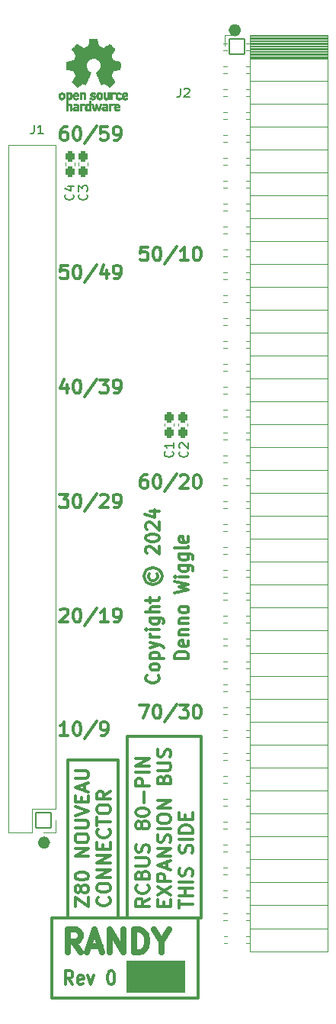
<source format=gbr>
%TF.GenerationSoftware,KiCad,Pcbnew,8.0.4*%
%TF.CreationDate,2024-07-29T13:54:58-07:00*%
%TF.ProjectId,RANDY,52414e44-592e-46b6-9963-61645f706362,0*%
%TF.SameCoordinates,Original*%
%TF.FileFunction,Legend,Top*%
%TF.FilePolarity,Positive*%
%FSLAX46Y46*%
G04 Gerber Fmt 4.6, Leading zero omitted, Abs format (unit mm)*
G04 Created by KiCad (PCBNEW 8.0.4) date 2024-07-29 13:54:58*
%MOMM*%
%LPD*%
G01*
G04 APERTURE LIST*
G04 Aperture macros list*
%AMRoundRect*
0 Rectangle with rounded corners*
0 $1 Rounding radius*
0 $2 $3 $4 $5 $6 $7 $8 $9 X,Y pos of 4 corners*
0 Add a 4 corners polygon primitive as box body*
4,1,4,$2,$3,$4,$5,$6,$7,$8,$9,$2,$3,0*
0 Add four circle primitives for the rounded corners*
1,1,$1+$1,$2,$3*
1,1,$1+$1,$4,$5*
1,1,$1+$1,$6,$7*
1,1,$1+$1,$8,$9*
0 Add four rect primitives between the rounded corners*
20,1,$1+$1,$2,$3,$4,$5,0*
20,1,$1+$1,$4,$5,$6,$7,0*
20,1,$1+$1,$6,$7,$8,$9,0*
20,1,$1+$1,$8,$9,$2,$3,0*%
G04 Aperture macros list end*
%ADD10C,0.695000*%
%ADD11C,0.300000*%
%ADD12C,0.120000*%
%ADD13C,0.317500*%
%ADD14C,0.635000*%
%ADD15C,0.150000*%
%ADD16C,0.010000*%
%ADD17C,2.802000*%
%ADD18RoundRect,0.263000X0.263000X-0.325500X0.263000X0.325500X-0.263000X0.325500X-0.263000X-0.325500X0*%
%ADD19RoundRect,0.263000X-0.263000X0.325500X-0.263000X-0.325500X0.263000X-0.325500X0.263000X0.325500X0*%
%ADD20RoundRect,0.051000X0.850000X0.850000X-0.850000X0.850000X-0.850000X-0.850000X0.850000X-0.850000X0*%
%ADD21O,1.802000X1.802000*%
G04 APERTURE END LIST*
D10*
X2809500Y-88265000D02*
G75*
G02*
X2114500Y-88265000I-347500J0D01*
G01*
X2114500Y-88265000D02*
G75*
G02*
X2809500Y-88265000I347500J0D01*
G01*
D11*
X5080000Y-79121000D02*
X10668000Y-79121000D01*
X10668000Y-96647000D01*
X5080000Y-96647000D01*
X5080000Y-79121000D01*
D10*
X24018500Y1882200D02*
G75*
G02*
X23323500Y1882200I-347500J0D01*
G01*
X23323500Y1882200D02*
G75*
G02*
X24018500Y1882200I347500J0D01*
G01*
D11*
X3302000Y-96647000D02*
X19558000Y-96647000D01*
X19558000Y-105537000D01*
X3302000Y-105537000D01*
X3302000Y-96647000D01*
D12*
X11621000Y-101402000D02*
X18034000Y-101402000D01*
X18034000Y-104846000D01*
X11621000Y-104846000D01*
X11621000Y-101402000D01*
G36*
X11621000Y-101402000D02*
G01*
X18034000Y-101402000D01*
X18034000Y-104846000D01*
X11621000Y-104846000D01*
X11621000Y-101402000D01*
G37*
D11*
X11684000Y-76454000D02*
X19939000Y-76454000D01*
X19939000Y-96647000D01*
X11684000Y-96647000D01*
X11684000Y-76454000D01*
X13111653Y-72976828D02*
X14111653Y-72976828D01*
X14111653Y-72976828D02*
X13468796Y-74476828D01*
X14968796Y-72976828D02*
X15111653Y-72976828D01*
X15111653Y-72976828D02*
X15254510Y-73048257D01*
X15254510Y-73048257D02*
X15325939Y-73119685D01*
X15325939Y-73119685D02*
X15397367Y-73262542D01*
X15397367Y-73262542D02*
X15468796Y-73548257D01*
X15468796Y-73548257D02*
X15468796Y-73905400D01*
X15468796Y-73905400D02*
X15397367Y-74191114D01*
X15397367Y-74191114D02*
X15325939Y-74333971D01*
X15325939Y-74333971D02*
X15254510Y-74405400D01*
X15254510Y-74405400D02*
X15111653Y-74476828D01*
X15111653Y-74476828D02*
X14968796Y-74476828D01*
X14968796Y-74476828D02*
X14825939Y-74405400D01*
X14825939Y-74405400D02*
X14754510Y-74333971D01*
X14754510Y-74333971D02*
X14683081Y-74191114D01*
X14683081Y-74191114D02*
X14611653Y-73905400D01*
X14611653Y-73905400D02*
X14611653Y-73548257D01*
X14611653Y-73548257D02*
X14683081Y-73262542D01*
X14683081Y-73262542D02*
X14754510Y-73119685D01*
X14754510Y-73119685D02*
X14825939Y-73048257D01*
X14825939Y-73048257D02*
X14968796Y-72976828D01*
X17183081Y-72905400D02*
X15897367Y-74833971D01*
X17540224Y-72976828D02*
X18468796Y-72976828D01*
X18468796Y-72976828D02*
X17968796Y-73548257D01*
X17968796Y-73548257D02*
X18183081Y-73548257D01*
X18183081Y-73548257D02*
X18325939Y-73619685D01*
X18325939Y-73619685D02*
X18397367Y-73691114D01*
X18397367Y-73691114D02*
X18468796Y-73833971D01*
X18468796Y-73833971D02*
X18468796Y-74191114D01*
X18468796Y-74191114D02*
X18397367Y-74333971D01*
X18397367Y-74333971D02*
X18325939Y-74405400D01*
X18325939Y-74405400D02*
X18183081Y-74476828D01*
X18183081Y-74476828D02*
X17754510Y-74476828D01*
X17754510Y-74476828D02*
X17611653Y-74405400D01*
X17611653Y-74405400D02*
X17540224Y-74333971D01*
X19397367Y-72976828D02*
X19540224Y-72976828D01*
X19540224Y-72976828D02*
X19683081Y-73048257D01*
X19683081Y-73048257D02*
X19754510Y-73119685D01*
X19754510Y-73119685D02*
X19825938Y-73262542D01*
X19825938Y-73262542D02*
X19897367Y-73548257D01*
X19897367Y-73548257D02*
X19897367Y-73905400D01*
X19897367Y-73905400D02*
X19825938Y-74191114D01*
X19825938Y-74191114D02*
X19754510Y-74333971D01*
X19754510Y-74333971D02*
X19683081Y-74405400D01*
X19683081Y-74405400D02*
X19540224Y-74476828D01*
X19540224Y-74476828D02*
X19397367Y-74476828D01*
X19397367Y-74476828D02*
X19254510Y-74405400D01*
X19254510Y-74405400D02*
X19183081Y-74333971D01*
X19183081Y-74333971D02*
X19111652Y-74191114D01*
X19111652Y-74191114D02*
X19040224Y-73905400D01*
X19040224Y-73905400D02*
X19040224Y-73548257D01*
X19040224Y-73548257D02*
X19111652Y-73262542D01*
X19111652Y-73262542D02*
X19183081Y-73119685D01*
X19183081Y-73119685D02*
X19254510Y-73048257D01*
X19254510Y-73048257D02*
X19397367Y-72976828D01*
D13*
X5657785Y-104010521D02*
X5192119Y-103284807D01*
X4859500Y-104010521D02*
X4859500Y-102486521D01*
X4859500Y-102486521D02*
X5391690Y-102486521D01*
X5391690Y-102486521D02*
X5524738Y-102559092D01*
X5524738Y-102559092D02*
X5591261Y-102631664D01*
X5591261Y-102631664D02*
X5657785Y-102776807D01*
X5657785Y-102776807D02*
X5657785Y-102994521D01*
X5657785Y-102994521D02*
X5591261Y-103139664D01*
X5591261Y-103139664D02*
X5524738Y-103212235D01*
X5524738Y-103212235D02*
X5391690Y-103284807D01*
X5391690Y-103284807D02*
X4859500Y-103284807D01*
X6788690Y-103937950D02*
X6655642Y-104010521D01*
X6655642Y-104010521D02*
X6389547Y-104010521D01*
X6389547Y-104010521D02*
X6256500Y-103937950D01*
X6256500Y-103937950D02*
X6189976Y-103792807D01*
X6189976Y-103792807D02*
X6189976Y-103212235D01*
X6189976Y-103212235D02*
X6256500Y-103067092D01*
X6256500Y-103067092D02*
X6389547Y-102994521D01*
X6389547Y-102994521D02*
X6655642Y-102994521D01*
X6655642Y-102994521D02*
X6788690Y-103067092D01*
X6788690Y-103067092D02*
X6855214Y-103212235D01*
X6855214Y-103212235D02*
X6855214Y-103357378D01*
X6855214Y-103357378D02*
X6189976Y-103502521D01*
X7320881Y-102994521D02*
X7653500Y-104010521D01*
X7653500Y-104010521D02*
X7986119Y-102994521D01*
X9848786Y-102486521D02*
X9981833Y-102486521D01*
X9981833Y-102486521D02*
X10114881Y-102559092D01*
X10114881Y-102559092D02*
X10181405Y-102631664D01*
X10181405Y-102631664D02*
X10247929Y-102776807D01*
X10247929Y-102776807D02*
X10314452Y-103067092D01*
X10314452Y-103067092D02*
X10314452Y-103429950D01*
X10314452Y-103429950D02*
X10247929Y-103720235D01*
X10247929Y-103720235D02*
X10181405Y-103865378D01*
X10181405Y-103865378D02*
X10114881Y-103937950D01*
X10114881Y-103937950D02*
X9981833Y-104010521D01*
X9981833Y-104010521D02*
X9848786Y-104010521D01*
X9848786Y-104010521D02*
X9715738Y-103937950D01*
X9715738Y-103937950D02*
X9649214Y-103865378D01*
X9649214Y-103865378D02*
X9582691Y-103720235D01*
X9582691Y-103720235D02*
X9516167Y-103429950D01*
X9516167Y-103429950D02*
X9516167Y-103067092D01*
X9516167Y-103067092D02*
X9582691Y-102776807D01*
X9582691Y-102776807D02*
X9649214Y-102631664D01*
X9649214Y-102631664D02*
X9715738Y-102559092D01*
X9715738Y-102559092D02*
X9848786Y-102486521D01*
D11*
X5007368Y-37408828D02*
X5007368Y-38408828D01*
X4650225Y-36837400D02*
X4293082Y-37908828D01*
X4293082Y-37908828D02*
X5221653Y-37908828D01*
X6078796Y-36908828D02*
X6221653Y-36908828D01*
X6221653Y-36908828D02*
X6364510Y-36980257D01*
X6364510Y-36980257D02*
X6435939Y-37051685D01*
X6435939Y-37051685D02*
X6507367Y-37194542D01*
X6507367Y-37194542D02*
X6578796Y-37480257D01*
X6578796Y-37480257D02*
X6578796Y-37837400D01*
X6578796Y-37837400D02*
X6507367Y-38123114D01*
X6507367Y-38123114D02*
X6435939Y-38265971D01*
X6435939Y-38265971D02*
X6364510Y-38337400D01*
X6364510Y-38337400D02*
X6221653Y-38408828D01*
X6221653Y-38408828D02*
X6078796Y-38408828D01*
X6078796Y-38408828D02*
X5935939Y-38337400D01*
X5935939Y-38337400D02*
X5864510Y-38265971D01*
X5864510Y-38265971D02*
X5793081Y-38123114D01*
X5793081Y-38123114D02*
X5721653Y-37837400D01*
X5721653Y-37837400D02*
X5721653Y-37480257D01*
X5721653Y-37480257D02*
X5793081Y-37194542D01*
X5793081Y-37194542D02*
X5864510Y-37051685D01*
X5864510Y-37051685D02*
X5935939Y-36980257D01*
X5935939Y-36980257D02*
X6078796Y-36908828D01*
X8293081Y-36837400D02*
X7007367Y-38765971D01*
X8650224Y-36908828D02*
X9578796Y-36908828D01*
X9578796Y-36908828D02*
X9078796Y-37480257D01*
X9078796Y-37480257D02*
X9293081Y-37480257D01*
X9293081Y-37480257D02*
X9435939Y-37551685D01*
X9435939Y-37551685D02*
X9507367Y-37623114D01*
X9507367Y-37623114D02*
X9578796Y-37765971D01*
X9578796Y-37765971D02*
X9578796Y-38123114D01*
X9578796Y-38123114D02*
X9507367Y-38265971D01*
X9507367Y-38265971D02*
X9435939Y-38337400D01*
X9435939Y-38337400D02*
X9293081Y-38408828D01*
X9293081Y-38408828D02*
X8864510Y-38408828D01*
X8864510Y-38408828D02*
X8721653Y-38337400D01*
X8721653Y-38337400D02*
X8650224Y-38265971D01*
X10293081Y-38408828D02*
X10578795Y-38408828D01*
X10578795Y-38408828D02*
X10721652Y-38337400D01*
X10721652Y-38337400D02*
X10793081Y-38265971D01*
X10793081Y-38265971D02*
X10935938Y-38051685D01*
X10935938Y-38051685D02*
X11007367Y-37765971D01*
X11007367Y-37765971D02*
X11007367Y-37194542D01*
X11007367Y-37194542D02*
X10935938Y-37051685D01*
X10935938Y-37051685D02*
X10864510Y-36980257D01*
X10864510Y-36980257D02*
X10721652Y-36908828D01*
X10721652Y-36908828D02*
X10435938Y-36908828D01*
X10435938Y-36908828D02*
X10293081Y-36980257D01*
X10293081Y-36980257D02*
X10221652Y-37051685D01*
X10221652Y-37051685D02*
X10150224Y-37194542D01*
X10150224Y-37194542D02*
X10150224Y-37551685D01*
X10150224Y-37551685D02*
X10221652Y-37694542D01*
X10221652Y-37694542D02*
X10293081Y-37765971D01*
X10293081Y-37765971D02*
X10435938Y-37837400D01*
X10435938Y-37837400D02*
X10721652Y-37837400D01*
X10721652Y-37837400D02*
X10864510Y-37765971D01*
X10864510Y-37765971D02*
X10935938Y-37694542D01*
X10935938Y-37694542D02*
X11007367Y-37551685D01*
X13897368Y-47449828D02*
X13611653Y-47449828D01*
X13611653Y-47449828D02*
X13468796Y-47521257D01*
X13468796Y-47521257D02*
X13397368Y-47592685D01*
X13397368Y-47592685D02*
X13254510Y-47806971D01*
X13254510Y-47806971D02*
X13183082Y-48092685D01*
X13183082Y-48092685D02*
X13183082Y-48664114D01*
X13183082Y-48664114D02*
X13254510Y-48806971D01*
X13254510Y-48806971D02*
X13325939Y-48878400D01*
X13325939Y-48878400D02*
X13468796Y-48949828D01*
X13468796Y-48949828D02*
X13754510Y-48949828D01*
X13754510Y-48949828D02*
X13897368Y-48878400D01*
X13897368Y-48878400D02*
X13968796Y-48806971D01*
X13968796Y-48806971D02*
X14040225Y-48664114D01*
X14040225Y-48664114D02*
X14040225Y-48306971D01*
X14040225Y-48306971D02*
X13968796Y-48164114D01*
X13968796Y-48164114D02*
X13897368Y-48092685D01*
X13897368Y-48092685D02*
X13754510Y-48021257D01*
X13754510Y-48021257D02*
X13468796Y-48021257D01*
X13468796Y-48021257D02*
X13325939Y-48092685D01*
X13325939Y-48092685D02*
X13254510Y-48164114D01*
X13254510Y-48164114D02*
X13183082Y-48306971D01*
X14968796Y-47449828D02*
X15111653Y-47449828D01*
X15111653Y-47449828D02*
X15254510Y-47521257D01*
X15254510Y-47521257D02*
X15325939Y-47592685D01*
X15325939Y-47592685D02*
X15397367Y-47735542D01*
X15397367Y-47735542D02*
X15468796Y-48021257D01*
X15468796Y-48021257D02*
X15468796Y-48378400D01*
X15468796Y-48378400D02*
X15397367Y-48664114D01*
X15397367Y-48664114D02*
X15325939Y-48806971D01*
X15325939Y-48806971D02*
X15254510Y-48878400D01*
X15254510Y-48878400D02*
X15111653Y-48949828D01*
X15111653Y-48949828D02*
X14968796Y-48949828D01*
X14968796Y-48949828D02*
X14825939Y-48878400D01*
X14825939Y-48878400D02*
X14754510Y-48806971D01*
X14754510Y-48806971D02*
X14683081Y-48664114D01*
X14683081Y-48664114D02*
X14611653Y-48378400D01*
X14611653Y-48378400D02*
X14611653Y-48021257D01*
X14611653Y-48021257D02*
X14683081Y-47735542D01*
X14683081Y-47735542D02*
X14754510Y-47592685D01*
X14754510Y-47592685D02*
X14825939Y-47521257D01*
X14825939Y-47521257D02*
X14968796Y-47449828D01*
X17183081Y-47378400D02*
X15897367Y-49306971D01*
X17611653Y-47592685D02*
X17683081Y-47521257D01*
X17683081Y-47521257D02*
X17825939Y-47449828D01*
X17825939Y-47449828D02*
X18183081Y-47449828D01*
X18183081Y-47449828D02*
X18325939Y-47521257D01*
X18325939Y-47521257D02*
X18397367Y-47592685D01*
X18397367Y-47592685D02*
X18468796Y-47735542D01*
X18468796Y-47735542D02*
X18468796Y-47878400D01*
X18468796Y-47878400D02*
X18397367Y-48092685D01*
X18397367Y-48092685D02*
X17540224Y-48949828D01*
X17540224Y-48949828D02*
X18468796Y-48949828D01*
X19397367Y-47449828D02*
X19540224Y-47449828D01*
X19540224Y-47449828D02*
X19683081Y-47521257D01*
X19683081Y-47521257D02*
X19754510Y-47592685D01*
X19754510Y-47592685D02*
X19825938Y-47735542D01*
X19825938Y-47735542D02*
X19897367Y-48021257D01*
X19897367Y-48021257D02*
X19897367Y-48378400D01*
X19897367Y-48378400D02*
X19825938Y-48664114D01*
X19825938Y-48664114D02*
X19754510Y-48806971D01*
X19754510Y-48806971D02*
X19683081Y-48878400D01*
X19683081Y-48878400D02*
X19540224Y-48949828D01*
X19540224Y-48949828D02*
X19397367Y-48949828D01*
X19397367Y-48949828D02*
X19254510Y-48878400D01*
X19254510Y-48878400D02*
X19183081Y-48806971D01*
X19183081Y-48806971D02*
X19111652Y-48664114D01*
X19111652Y-48664114D02*
X19040224Y-48378400D01*
X19040224Y-48378400D02*
X19040224Y-48021257D01*
X19040224Y-48021257D02*
X19111652Y-47735542D01*
X19111652Y-47735542D02*
X19183081Y-47592685D01*
X19183081Y-47592685D02*
X19254510Y-47521257D01*
X19254510Y-47521257D02*
X19397367Y-47449828D01*
D13*
X18519321Y-67835299D02*
X16995321Y-67835299D01*
X16995321Y-67835299D02*
X16995321Y-67502680D01*
X16995321Y-67502680D02*
X17067892Y-67303109D01*
X17067892Y-67303109D02*
X17213035Y-67170061D01*
X17213035Y-67170061D02*
X17358178Y-67103538D01*
X17358178Y-67103538D02*
X17648464Y-67037014D01*
X17648464Y-67037014D02*
X17866178Y-67037014D01*
X17866178Y-67037014D02*
X18156464Y-67103538D01*
X18156464Y-67103538D02*
X18301607Y-67170061D01*
X18301607Y-67170061D02*
X18446750Y-67303109D01*
X18446750Y-67303109D02*
X18519321Y-67502680D01*
X18519321Y-67502680D02*
X18519321Y-67835299D01*
X18446750Y-65906109D02*
X18519321Y-66039157D01*
X18519321Y-66039157D02*
X18519321Y-66305252D01*
X18519321Y-66305252D02*
X18446750Y-66438299D01*
X18446750Y-66438299D02*
X18301607Y-66504823D01*
X18301607Y-66504823D02*
X17721035Y-66504823D01*
X17721035Y-66504823D02*
X17575892Y-66438299D01*
X17575892Y-66438299D02*
X17503321Y-66305252D01*
X17503321Y-66305252D02*
X17503321Y-66039157D01*
X17503321Y-66039157D02*
X17575892Y-65906109D01*
X17575892Y-65906109D02*
X17721035Y-65839585D01*
X17721035Y-65839585D02*
X17866178Y-65839585D01*
X17866178Y-65839585D02*
X18011321Y-66504823D01*
X17503321Y-65240870D02*
X18519321Y-65240870D01*
X17648464Y-65240870D02*
X17575892Y-65174347D01*
X17575892Y-65174347D02*
X17503321Y-65041299D01*
X17503321Y-65041299D02*
X17503321Y-64841728D01*
X17503321Y-64841728D02*
X17575892Y-64708680D01*
X17575892Y-64708680D02*
X17721035Y-64642156D01*
X17721035Y-64642156D02*
X18519321Y-64642156D01*
X17503321Y-63976918D02*
X18519321Y-63976918D01*
X17648464Y-63976918D02*
X17575892Y-63910395D01*
X17575892Y-63910395D02*
X17503321Y-63777347D01*
X17503321Y-63777347D02*
X17503321Y-63577776D01*
X17503321Y-63577776D02*
X17575892Y-63444728D01*
X17575892Y-63444728D02*
X17721035Y-63378204D01*
X17721035Y-63378204D02*
X18519321Y-63378204D01*
X18519321Y-62513395D02*
X18446750Y-62646443D01*
X18446750Y-62646443D02*
X18374178Y-62712966D01*
X18374178Y-62712966D02*
X18229035Y-62779490D01*
X18229035Y-62779490D02*
X17793607Y-62779490D01*
X17793607Y-62779490D02*
X17648464Y-62712966D01*
X17648464Y-62712966D02*
X17575892Y-62646443D01*
X17575892Y-62646443D02*
X17503321Y-62513395D01*
X17503321Y-62513395D02*
X17503321Y-62313824D01*
X17503321Y-62313824D02*
X17575892Y-62180776D01*
X17575892Y-62180776D02*
X17648464Y-62114252D01*
X17648464Y-62114252D02*
X17793607Y-62047728D01*
X17793607Y-62047728D02*
X18229035Y-62047728D01*
X18229035Y-62047728D02*
X18374178Y-62114252D01*
X18374178Y-62114252D02*
X18446750Y-62180776D01*
X18446750Y-62180776D02*
X18519321Y-62313824D01*
X18519321Y-62313824D02*
X18519321Y-62513395D01*
X16995321Y-60517681D02*
X18519321Y-60185062D01*
X18519321Y-60185062D02*
X17430750Y-59918967D01*
X17430750Y-59918967D02*
X18519321Y-59652872D01*
X18519321Y-59652872D02*
X16995321Y-59320253D01*
X18519321Y-58788062D02*
X17503321Y-58788062D01*
X16995321Y-58788062D02*
X17067892Y-58854586D01*
X17067892Y-58854586D02*
X17140464Y-58788062D01*
X17140464Y-58788062D02*
X17067892Y-58721539D01*
X17067892Y-58721539D02*
X16995321Y-58788062D01*
X16995321Y-58788062D02*
X17140464Y-58788062D01*
X17503321Y-57524110D02*
X18737035Y-57524110D01*
X18737035Y-57524110D02*
X18882178Y-57590634D01*
X18882178Y-57590634D02*
X18954750Y-57657158D01*
X18954750Y-57657158D02*
X19027321Y-57790205D01*
X19027321Y-57790205D02*
X19027321Y-57989777D01*
X19027321Y-57989777D02*
X18954750Y-58122824D01*
X18446750Y-57524110D02*
X18519321Y-57657158D01*
X18519321Y-57657158D02*
X18519321Y-57923253D01*
X18519321Y-57923253D02*
X18446750Y-58056301D01*
X18446750Y-58056301D02*
X18374178Y-58122824D01*
X18374178Y-58122824D02*
X18229035Y-58189348D01*
X18229035Y-58189348D02*
X17793607Y-58189348D01*
X17793607Y-58189348D02*
X17648464Y-58122824D01*
X17648464Y-58122824D02*
X17575892Y-58056301D01*
X17575892Y-58056301D02*
X17503321Y-57923253D01*
X17503321Y-57923253D02*
X17503321Y-57657158D01*
X17503321Y-57657158D02*
X17575892Y-57524110D01*
X17503321Y-56260158D02*
X18737035Y-56260158D01*
X18737035Y-56260158D02*
X18882178Y-56326682D01*
X18882178Y-56326682D02*
X18954750Y-56393206D01*
X18954750Y-56393206D02*
X19027321Y-56526253D01*
X19027321Y-56526253D02*
X19027321Y-56725825D01*
X19027321Y-56725825D02*
X18954750Y-56858872D01*
X18446750Y-56260158D02*
X18519321Y-56393206D01*
X18519321Y-56393206D02*
X18519321Y-56659301D01*
X18519321Y-56659301D02*
X18446750Y-56792349D01*
X18446750Y-56792349D02*
X18374178Y-56858872D01*
X18374178Y-56858872D02*
X18229035Y-56925396D01*
X18229035Y-56925396D02*
X17793607Y-56925396D01*
X17793607Y-56925396D02*
X17648464Y-56858872D01*
X17648464Y-56858872D02*
X17575892Y-56792349D01*
X17575892Y-56792349D02*
X17503321Y-56659301D01*
X17503321Y-56659301D02*
X17503321Y-56393206D01*
X17503321Y-56393206D02*
X17575892Y-56260158D01*
X18519321Y-55395349D02*
X18446750Y-55528397D01*
X18446750Y-55528397D02*
X18301607Y-55594920D01*
X18301607Y-55594920D02*
X16995321Y-55594920D01*
X18446750Y-54330968D02*
X18519321Y-54464016D01*
X18519321Y-54464016D02*
X18519321Y-54730111D01*
X18519321Y-54730111D02*
X18446750Y-54863158D01*
X18446750Y-54863158D02*
X18301607Y-54929682D01*
X18301607Y-54929682D02*
X17721035Y-54929682D01*
X17721035Y-54929682D02*
X17575892Y-54863158D01*
X17575892Y-54863158D02*
X17503321Y-54730111D01*
X17503321Y-54730111D02*
X17503321Y-54464016D01*
X17503321Y-54464016D02*
X17575892Y-54330968D01*
X17575892Y-54330968D02*
X17721035Y-54264444D01*
X17721035Y-54264444D02*
X17866178Y-54264444D01*
X17866178Y-54264444D02*
X18011321Y-54929682D01*
D11*
X4293082Y-62451685D02*
X4364510Y-62380257D01*
X4364510Y-62380257D02*
X4507368Y-62308828D01*
X4507368Y-62308828D02*
X4864510Y-62308828D01*
X4864510Y-62308828D02*
X5007368Y-62380257D01*
X5007368Y-62380257D02*
X5078796Y-62451685D01*
X5078796Y-62451685D02*
X5150225Y-62594542D01*
X5150225Y-62594542D02*
X5150225Y-62737400D01*
X5150225Y-62737400D02*
X5078796Y-62951685D01*
X5078796Y-62951685D02*
X4221653Y-63808828D01*
X4221653Y-63808828D02*
X5150225Y-63808828D01*
X6078796Y-62308828D02*
X6221653Y-62308828D01*
X6221653Y-62308828D02*
X6364510Y-62380257D01*
X6364510Y-62380257D02*
X6435939Y-62451685D01*
X6435939Y-62451685D02*
X6507367Y-62594542D01*
X6507367Y-62594542D02*
X6578796Y-62880257D01*
X6578796Y-62880257D02*
X6578796Y-63237400D01*
X6578796Y-63237400D02*
X6507367Y-63523114D01*
X6507367Y-63523114D02*
X6435939Y-63665971D01*
X6435939Y-63665971D02*
X6364510Y-63737400D01*
X6364510Y-63737400D02*
X6221653Y-63808828D01*
X6221653Y-63808828D02*
X6078796Y-63808828D01*
X6078796Y-63808828D02*
X5935939Y-63737400D01*
X5935939Y-63737400D02*
X5864510Y-63665971D01*
X5864510Y-63665971D02*
X5793081Y-63523114D01*
X5793081Y-63523114D02*
X5721653Y-63237400D01*
X5721653Y-63237400D02*
X5721653Y-62880257D01*
X5721653Y-62880257D02*
X5793081Y-62594542D01*
X5793081Y-62594542D02*
X5864510Y-62451685D01*
X5864510Y-62451685D02*
X5935939Y-62380257D01*
X5935939Y-62380257D02*
X6078796Y-62308828D01*
X8293081Y-62237400D02*
X7007367Y-64165971D01*
X9578796Y-63808828D02*
X8721653Y-63808828D01*
X9150224Y-63808828D02*
X9150224Y-62308828D01*
X9150224Y-62308828D02*
X9007367Y-62523114D01*
X9007367Y-62523114D02*
X8864510Y-62665971D01*
X8864510Y-62665971D02*
X8721653Y-62737400D01*
X10293081Y-63808828D02*
X10578795Y-63808828D01*
X10578795Y-63808828D02*
X10721652Y-63737400D01*
X10721652Y-63737400D02*
X10793081Y-63665971D01*
X10793081Y-63665971D02*
X10935938Y-63451685D01*
X10935938Y-63451685D02*
X11007367Y-63165971D01*
X11007367Y-63165971D02*
X11007367Y-62594542D01*
X11007367Y-62594542D02*
X10935938Y-62451685D01*
X10935938Y-62451685D02*
X10864510Y-62380257D01*
X10864510Y-62380257D02*
X10721652Y-62308828D01*
X10721652Y-62308828D02*
X10435938Y-62308828D01*
X10435938Y-62308828D02*
X10293081Y-62380257D01*
X10293081Y-62380257D02*
X10221652Y-62451685D01*
X10221652Y-62451685D02*
X10150224Y-62594542D01*
X10150224Y-62594542D02*
X10150224Y-62951685D01*
X10150224Y-62951685D02*
X10221652Y-63094542D01*
X10221652Y-63094542D02*
X10293081Y-63165971D01*
X10293081Y-63165971D02*
X10435938Y-63237400D01*
X10435938Y-63237400D02*
X10721652Y-63237400D01*
X10721652Y-63237400D02*
X10864510Y-63165971D01*
X10864510Y-63165971D02*
X10935938Y-63094542D01*
X10935938Y-63094542D02*
X11007367Y-62951685D01*
X5918912Y-95346346D02*
X5918912Y-94346346D01*
X5918912Y-94346346D02*
X7418912Y-95346346D01*
X7418912Y-95346346D02*
X7418912Y-94346346D01*
X6561769Y-93560632D02*
X6490341Y-93703489D01*
X6490341Y-93703489D02*
X6418912Y-93774918D01*
X6418912Y-93774918D02*
X6276055Y-93846346D01*
X6276055Y-93846346D02*
X6204626Y-93846346D01*
X6204626Y-93846346D02*
X6061769Y-93774918D01*
X6061769Y-93774918D02*
X5990341Y-93703489D01*
X5990341Y-93703489D02*
X5918912Y-93560632D01*
X5918912Y-93560632D02*
X5918912Y-93274918D01*
X5918912Y-93274918D02*
X5990341Y-93132061D01*
X5990341Y-93132061D02*
X6061769Y-93060632D01*
X6061769Y-93060632D02*
X6204626Y-92989203D01*
X6204626Y-92989203D02*
X6276055Y-92989203D01*
X6276055Y-92989203D02*
X6418912Y-93060632D01*
X6418912Y-93060632D02*
X6490341Y-93132061D01*
X6490341Y-93132061D02*
X6561769Y-93274918D01*
X6561769Y-93274918D02*
X6561769Y-93560632D01*
X6561769Y-93560632D02*
X6633198Y-93703489D01*
X6633198Y-93703489D02*
X6704626Y-93774918D01*
X6704626Y-93774918D02*
X6847484Y-93846346D01*
X6847484Y-93846346D02*
X7133198Y-93846346D01*
X7133198Y-93846346D02*
X7276055Y-93774918D01*
X7276055Y-93774918D02*
X7347484Y-93703489D01*
X7347484Y-93703489D02*
X7418912Y-93560632D01*
X7418912Y-93560632D02*
X7418912Y-93274918D01*
X7418912Y-93274918D02*
X7347484Y-93132061D01*
X7347484Y-93132061D02*
X7276055Y-93060632D01*
X7276055Y-93060632D02*
X7133198Y-92989203D01*
X7133198Y-92989203D02*
X6847484Y-92989203D01*
X6847484Y-92989203D02*
X6704626Y-93060632D01*
X6704626Y-93060632D02*
X6633198Y-93132061D01*
X6633198Y-93132061D02*
X6561769Y-93274918D01*
X5918912Y-92060632D02*
X5918912Y-91917775D01*
X5918912Y-91917775D02*
X5990341Y-91774918D01*
X5990341Y-91774918D02*
X6061769Y-91703490D01*
X6061769Y-91703490D02*
X6204626Y-91632061D01*
X6204626Y-91632061D02*
X6490341Y-91560632D01*
X6490341Y-91560632D02*
X6847484Y-91560632D01*
X6847484Y-91560632D02*
X7133198Y-91632061D01*
X7133198Y-91632061D02*
X7276055Y-91703490D01*
X7276055Y-91703490D02*
X7347484Y-91774918D01*
X7347484Y-91774918D02*
X7418912Y-91917775D01*
X7418912Y-91917775D02*
X7418912Y-92060632D01*
X7418912Y-92060632D02*
X7347484Y-92203490D01*
X7347484Y-92203490D02*
X7276055Y-92274918D01*
X7276055Y-92274918D02*
X7133198Y-92346347D01*
X7133198Y-92346347D02*
X6847484Y-92417775D01*
X6847484Y-92417775D02*
X6490341Y-92417775D01*
X6490341Y-92417775D02*
X6204626Y-92346347D01*
X6204626Y-92346347D02*
X6061769Y-92274918D01*
X6061769Y-92274918D02*
X5990341Y-92203490D01*
X5990341Y-92203490D02*
X5918912Y-92060632D01*
X7418912Y-89774919D02*
X5918912Y-89774919D01*
X5918912Y-89774919D02*
X7418912Y-88917776D01*
X7418912Y-88917776D02*
X5918912Y-88917776D01*
X5918912Y-87917775D02*
X5918912Y-87632061D01*
X5918912Y-87632061D02*
X5990341Y-87489204D01*
X5990341Y-87489204D02*
X6133198Y-87346347D01*
X6133198Y-87346347D02*
X6418912Y-87274918D01*
X6418912Y-87274918D02*
X6918912Y-87274918D01*
X6918912Y-87274918D02*
X7204626Y-87346347D01*
X7204626Y-87346347D02*
X7347484Y-87489204D01*
X7347484Y-87489204D02*
X7418912Y-87632061D01*
X7418912Y-87632061D02*
X7418912Y-87917775D01*
X7418912Y-87917775D02*
X7347484Y-88060633D01*
X7347484Y-88060633D02*
X7204626Y-88203490D01*
X7204626Y-88203490D02*
X6918912Y-88274918D01*
X6918912Y-88274918D02*
X6418912Y-88274918D01*
X6418912Y-88274918D02*
X6133198Y-88203490D01*
X6133198Y-88203490D02*
X5990341Y-88060633D01*
X5990341Y-88060633D02*
X5918912Y-87917775D01*
X5918912Y-86632061D02*
X7133198Y-86632061D01*
X7133198Y-86632061D02*
X7276055Y-86560632D01*
X7276055Y-86560632D02*
X7347484Y-86489204D01*
X7347484Y-86489204D02*
X7418912Y-86346346D01*
X7418912Y-86346346D02*
X7418912Y-86060632D01*
X7418912Y-86060632D02*
X7347484Y-85917775D01*
X7347484Y-85917775D02*
X7276055Y-85846346D01*
X7276055Y-85846346D02*
X7133198Y-85774918D01*
X7133198Y-85774918D02*
X5918912Y-85774918D01*
X5918912Y-85274917D02*
X7418912Y-84774917D01*
X7418912Y-84774917D02*
X5918912Y-84274917D01*
X6633198Y-83774918D02*
X6633198Y-83274918D01*
X7418912Y-83060632D02*
X7418912Y-83774918D01*
X7418912Y-83774918D02*
X5918912Y-83774918D01*
X5918912Y-83774918D02*
X5918912Y-83060632D01*
X6990341Y-82489203D02*
X6990341Y-81774918D01*
X7418912Y-82632060D02*
X5918912Y-82132060D01*
X5918912Y-82132060D02*
X7418912Y-81632060D01*
X5918912Y-81132061D02*
X7133198Y-81132061D01*
X7133198Y-81132061D02*
X7276055Y-81060632D01*
X7276055Y-81060632D02*
X7347484Y-80989204D01*
X7347484Y-80989204D02*
X7418912Y-80846346D01*
X7418912Y-80846346D02*
X7418912Y-80560632D01*
X7418912Y-80560632D02*
X7347484Y-80417775D01*
X7347484Y-80417775D02*
X7276055Y-80346346D01*
X7276055Y-80346346D02*
X7133198Y-80274918D01*
X7133198Y-80274918D02*
X5918912Y-80274918D01*
X9690971Y-94346346D02*
X9762400Y-94417774D01*
X9762400Y-94417774D02*
X9833828Y-94632060D01*
X9833828Y-94632060D02*
X9833828Y-94774917D01*
X9833828Y-94774917D02*
X9762400Y-94989203D01*
X9762400Y-94989203D02*
X9619542Y-95132060D01*
X9619542Y-95132060D02*
X9476685Y-95203489D01*
X9476685Y-95203489D02*
X9190971Y-95274917D01*
X9190971Y-95274917D02*
X8976685Y-95274917D01*
X8976685Y-95274917D02*
X8690971Y-95203489D01*
X8690971Y-95203489D02*
X8548114Y-95132060D01*
X8548114Y-95132060D02*
X8405257Y-94989203D01*
X8405257Y-94989203D02*
X8333828Y-94774917D01*
X8333828Y-94774917D02*
X8333828Y-94632060D01*
X8333828Y-94632060D02*
X8405257Y-94417774D01*
X8405257Y-94417774D02*
X8476685Y-94346346D01*
X8333828Y-93417774D02*
X8333828Y-93132060D01*
X8333828Y-93132060D02*
X8405257Y-92989203D01*
X8405257Y-92989203D02*
X8548114Y-92846346D01*
X8548114Y-92846346D02*
X8833828Y-92774917D01*
X8833828Y-92774917D02*
X9333828Y-92774917D01*
X9333828Y-92774917D02*
X9619542Y-92846346D01*
X9619542Y-92846346D02*
X9762400Y-92989203D01*
X9762400Y-92989203D02*
X9833828Y-93132060D01*
X9833828Y-93132060D02*
X9833828Y-93417774D01*
X9833828Y-93417774D02*
X9762400Y-93560632D01*
X9762400Y-93560632D02*
X9619542Y-93703489D01*
X9619542Y-93703489D02*
X9333828Y-93774917D01*
X9333828Y-93774917D02*
X8833828Y-93774917D01*
X8833828Y-93774917D02*
X8548114Y-93703489D01*
X8548114Y-93703489D02*
X8405257Y-93560632D01*
X8405257Y-93560632D02*
X8333828Y-93417774D01*
X9833828Y-92132060D02*
X8333828Y-92132060D01*
X8333828Y-92132060D02*
X9833828Y-91274917D01*
X9833828Y-91274917D02*
X8333828Y-91274917D01*
X9833828Y-90560631D02*
X8333828Y-90560631D01*
X8333828Y-90560631D02*
X9833828Y-89703488D01*
X9833828Y-89703488D02*
X8333828Y-89703488D01*
X9048114Y-88989202D02*
X9048114Y-88489202D01*
X9833828Y-88274916D02*
X9833828Y-88989202D01*
X9833828Y-88989202D02*
X8333828Y-88989202D01*
X8333828Y-88989202D02*
X8333828Y-88274916D01*
X9690971Y-86774916D02*
X9762400Y-86846344D01*
X9762400Y-86846344D02*
X9833828Y-87060630D01*
X9833828Y-87060630D02*
X9833828Y-87203487D01*
X9833828Y-87203487D02*
X9762400Y-87417773D01*
X9762400Y-87417773D02*
X9619542Y-87560630D01*
X9619542Y-87560630D02*
X9476685Y-87632059D01*
X9476685Y-87632059D02*
X9190971Y-87703487D01*
X9190971Y-87703487D02*
X8976685Y-87703487D01*
X8976685Y-87703487D02*
X8690971Y-87632059D01*
X8690971Y-87632059D02*
X8548114Y-87560630D01*
X8548114Y-87560630D02*
X8405257Y-87417773D01*
X8405257Y-87417773D02*
X8333828Y-87203487D01*
X8333828Y-87203487D02*
X8333828Y-87060630D01*
X8333828Y-87060630D02*
X8405257Y-86846344D01*
X8405257Y-86846344D02*
X8476685Y-86774916D01*
X8333828Y-86346344D02*
X8333828Y-85489202D01*
X9833828Y-85917773D02*
X8333828Y-85917773D01*
X8333828Y-84703487D02*
X8333828Y-84417773D01*
X8333828Y-84417773D02*
X8405257Y-84274916D01*
X8405257Y-84274916D02*
X8548114Y-84132059D01*
X8548114Y-84132059D02*
X8833828Y-84060630D01*
X8833828Y-84060630D02*
X9333828Y-84060630D01*
X9333828Y-84060630D02*
X9619542Y-84132059D01*
X9619542Y-84132059D02*
X9762400Y-84274916D01*
X9762400Y-84274916D02*
X9833828Y-84417773D01*
X9833828Y-84417773D02*
X9833828Y-84703487D01*
X9833828Y-84703487D02*
X9762400Y-84846345D01*
X9762400Y-84846345D02*
X9619542Y-84989202D01*
X9619542Y-84989202D02*
X9333828Y-85060630D01*
X9333828Y-85060630D02*
X8833828Y-85060630D01*
X8833828Y-85060630D02*
X8548114Y-84989202D01*
X8548114Y-84989202D02*
X8405257Y-84846345D01*
X8405257Y-84846345D02*
X8333828Y-84703487D01*
X9833828Y-82560630D02*
X9119542Y-83060630D01*
X9833828Y-83417773D02*
X8333828Y-83417773D01*
X8333828Y-83417773D02*
X8333828Y-82846344D01*
X8333828Y-82846344D02*
X8405257Y-82703487D01*
X8405257Y-82703487D02*
X8476685Y-82632058D01*
X8476685Y-82632058D02*
X8619542Y-82560630D01*
X8619542Y-82560630D02*
X8833828Y-82560630D01*
X8833828Y-82560630D02*
X8976685Y-82632058D01*
X8976685Y-82632058D02*
X9048114Y-82703487D01*
X9048114Y-82703487D02*
X9119542Y-82846344D01*
X9119542Y-82846344D02*
X9119542Y-83417773D01*
X5150225Y-76381828D02*
X4293082Y-76381828D01*
X4721653Y-76381828D02*
X4721653Y-74881828D01*
X4721653Y-74881828D02*
X4578796Y-75096114D01*
X4578796Y-75096114D02*
X4435939Y-75238971D01*
X4435939Y-75238971D02*
X4293082Y-75310400D01*
X6078796Y-74881828D02*
X6221653Y-74881828D01*
X6221653Y-74881828D02*
X6364510Y-74953257D01*
X6364510Y-74953257D02*
X6435939Y-75024685D01*
X6435939Y-75024685D02*
X6507367Y-75167542D01*
X6507367Y-75167542D02*
X6578796Y-75453257D01*
X6578796Y-75453257D02*
X6578796Y-75810400D01*
X6578796Y-75810400D02*
X6507367Y-76096114D01*
X6507367Y-76096114D02*
X6435939Y-76238971D01*
X6435939Y-76238971D02*
X6364510Y-76310400D01*
X6364510Y-76310400D02*
X6221653Y-76381828D01*
X6221653Y-76381828D02*
X6078796Y-76381828D01*
X6078796Y-76381828D02*
X5935939Y-76310400D01*
X5935939Y-76310400D02*
X5864510Y-76238971D01*
X5864510Y-76238971D02*
X5793081Y-76096114D01*
X5793081Y-76096114D02*
X5721653Y-75810400D01*
X5721653Y-75810400D02*
X5721653Y-75453257D01*
X5721653Y-75453257D02*
X5793081Y-75167542D01*
X5793081Y-75167542D02*
X5864510Y-75024685D01*
X5864510Y-75024685D02*
X5935939Y-74953257D01*
X5935939Y-74953257D02*
X6078796Y-74881828D01*
X8293081Y-74810400D02*
X7007367Y-76738971D01*
X8864510Y-76381828D02*
X9150224Y-76381828D01*
X9150224Y-76381828D02*
X9293081Y-76310400D01*
X9293081Y-76310400D02*
X9364510Y-76238971D01*
X9364510Y-76238971D02*
X9507367Y-76024685D01*
X9507367Y-76024685D02*
X9578796Y-75738971D01*
X9578796Y-75738971D02*
X9578796Y-75167542D01*
X9578796Y-75167542D02*
X9507367Y-75024685D01*
X9507367Y-75024685D02*
X9435939Y-74953257D01*
X9435939Y-74953257D02*
X9293081Y-74881828D01*
X9293081Y-74881828D02*
X9007367Y-74881828D01*
X9007367Y-74881828D02*
X8864510Y-74953257D01*
X8864510Y-74953257D02*
X8793081Y-75024685D01*
X8793081Y-75024685D02*
X8721653Y-75167542D01*
X8721653Y-75167542D02*
X8721653Y-75524685D01*
X8721653Y-75524685D02*
X8793081Y-75667542D01*
X8793081Y-75667542D02*
X8864510Y-75738971D01*
X8864510Y-75738971D02*
X9007367Y-75810400D01*
X9007367Y-75810400D02*
X9293081Y-75810400D01*
X9293081Y-75810400D02*
X9435939Y-75738971D01*
X9435939Y-75738971D02*
X9507367Y-75667542D01*
X9507367Y-75667542D02*
X9578796Y-75524685D01*
X5007368Y-8841828D02*
X4721653Y-8841828D01*
X4721653Y-8841828D02*
X4578796Y-8913257D01*
X4578796Y-8913257D02*
X4507368Y-8984685D01*
X4507368Y-8984685D02*
X4364510Y-9198971D01*
X4364510Y-9198971D02*
X4293082Y-9484685D01*
X4293082Y-9484685D02*
X4293082Y-10056114D01*
X4293082Y-10056114D02*
X4364510Y-10198971D01*
X4364510Y-10198971D02*
X4435939Y-10270400D01*
X4435939Y-10270400D02*
X4578796Y-10341828D01*
X4578796Y-10341828D02*
X4864510Y-10341828D01*
X4864510Y-10341828D02*
X5007368Y-10270400D01*
X5007368Y-10270400D02*
X5078796Y-10198971D01*
X5078796Y-10198971D02*
X5150225Y-10056114D01*
X5150225Y-10056114D02*
X5150225Y-9698971D01*
X5150225Y-9698971D02*
X5078796Y-9556114D01*
X5078796Y-9556114D02*
X5007368Y-9484685D01*
X5007368Y-9484685D02*
X4864510Y-9413257D01*
X4864510Y-9413257D02*
X4578796Y-9413257D01*
X4578796Y-9413257D02*
X4435939Y-9484685D01*
X4435939Y-9484685D02*
X4364510Y-9556114D01*
X4364510Y-9556114D02*
X4293082Y-9698971D01*
X6078796Y-8841828D02*
X6221653Y-8841828D01*
X6221653Y-8841828D02*
X6364510Y-8913257D01*
X6364510Y-8913257D02*
X6435939Y-8984685D01*
X6435939Y-8984685D02*
X6507367Y-9127542D01*
X6507367Y-9127542D02*
X6578796Y-9413257D01*
X6578796Y-9413257D02*
X6578796Y-9770400D01*
X6578796Y-9770400D02*
X6507367Y-10056114D01*
X6507367Y-10056114D02*
X6435939Y-10198971D01*
X6435939Y-10198971D02*
X6364510Y-10270400D01*
X6364510Y-10270400D02*
X6221653Y-10341828D01*
X6221653Y-10341828D02*
X6078796Y-10341828D01*
X6078796Y-10341828D02*
X5935939Y-10270400D01*
X5935939Y-10270400D02*
X5864510Y-10198971D01*
X5864510Y-10198971D02*
X5793081Y-10056114D01*
X5793081Y-10056114D02*
X5721653Y-9770400D01*
X5721653Y-9770400D02*
X5721653Y-9413257D01*
X5721653Y-9413257D02*
X5793081Y-9127542D01*
X5793081Y-9127542D02*
X5864510Y-8984685D01*
X5864510Y-8984685D02*
X5935939Y-8913257D01*
X5935939Y-8913257D02*
X6078796Y-8841828D01*
X8293081Y-8770400D02*
X7007367Y-10698971D01*
X9507367Y-8841828D02*
X8793081Y-8841828D01*
X8793081Y-8841828D02*
X8721653Y-9556114D01*
X8721653Y-9556114D02*
X8793081Y-9484685D01*
X8793081Y-9484685D02*
X8935939Y-9413257D01*
X8935939Y-9413257D02*
X9293081Y-9413257D01*
X9293081Y-9413257D02*
X9435939Y-9484685D01*
X9435939Y-9484685D02*
X9507367Y-9556114D01*
X9507367Y-9556114D02*
X9578796Y-9698971D01*
X9578796Y-9698971D02*
X9578796Y-10056114D01*
X9578796Y-10056114D02*
X9507367Y-10198971D01*
X9507367Y-10198971D02*
X9435939Y-10270400D01*
X9435939Y-10270400D02*
X9293081Y-10341828D01*
X9293081Y-10341828D02*
X8935939Y-10341828D01*
X8935939Y-10341828D02*
X8793081Y-10270400D01*
X8793081Y-10270400D02*
X8721653Y-10198971D01*
X10293081Y-10341828D02*
X10578795Y-10341828D01*
X10578795Y-10341828D02*
X10721652Y-10270400D01*
X10721652Y-10270400D02*
X10793081Y-10198971D01*
X10793081Y-10198971D02*
X10935938Y-9984685D01*
X10935938Y-9984685D02*
X11007367Y-9698971D01*
X11007367Y-9698971D02*
X11007367Y-9127542D01*
X11007367Y-9127542D02*
X10935938Y-8984685D01*
X10935938Y-8984685D02*
X10864510Y-8913257D01*
X10864510Y-8913257D02*
X10721652Y-8841828D01*
X10721652Y-8841828D02*
X10435938Y-8841828D01*
X10435938Y-8841828D02*
X10293081Y-8913257D01*
X10293081Y-8913257D02*
X10221652Y-8984685D01*
X10221652Y-8984685D02*
X10150224Y-9127542D01*
X10150224Y-9127542D02*
X10150224Y-9484685D01*
X10150224Y-9484685D02*
X10221652Y-9627542D01*
X10221652Y-9627542D02*
X10293081Y-9698971D01*
X10293081Y-9698971D02*
X10435938Y-9770400D01*
X10435938Y-9770400D02*
X10721652Y-9770400D01*
X10721652Y-9770400D02*
X10864510Y-9698971D01*
X10864510Y-9698971D02*
X10935938Y-9627542D01*
X10935938Y-9627542D02*
X11007367Y-9484685D01*
X5078796Y-24208828D02*
X4364510Y-24208828D01*
X4364510Y-24208828D02*
X4293082Y-24923114D01*
X4293082Y-24923114D02*
X4364510Y-24851685D01*
X4364510Y-24851685D02*
X4507368Y-24780257D01*
X4507368Y-24780257D02*
X4864510Y-24780257D01*
X4864510Y-24780257D02*
X5007368Y-24851685D01*
X5007368Y-24851685D02*
X5078796Y-24923114D01*
X5078796Y-24923114D02*
X5150225Y-25065971D01*
X5150225Y-25065971D02*
X5150225Y-25423114D01*
X5150225Y-25423114D02*
X5078796Y-25565971D01*
X5078796Y-25565971D02*
X5007368Y-25637400D01*
X5007368Y-25637400D02*
X4864510Y-25708828D01*
X4864510Y-25708828D02*
X4507368Y-25708828D01*
X4507368Y-25708828D02*
X4364510Y-25637400D01*
X4364510Y-25637400D02*
X4293082Y-25565971D01*
X6078796Y-24208828D02*
X6221653Y-24208828D01*
X6221653Y-24208828D02*
X6364510Y-24280257D01*
X6364510Y-24280257D02*
X6435939Y-24351685D01*
X6435939Y-24351685D02*
X6507367Y-24494542D01*
X6507367Y-24494542D02*
X6578796Y-24780257D01*
X6578796Y-24780257D02*
X6578796Y-25137400D01*
X6578796Y-25137400D02*
X6507367Y-25423114D01*
X6507367Y-25423114D02*
X6435939Y-25565971D01*
X6435939Y-25565971D02*
X6364510Y-25637400D01*
X6364510Y-25637400D02*
X6221653Y-25708828D01*
X6221653Y-25708828D02*
X6078796Y-25708828D01*
X6078796Y-25708828D02*
X5935939Y-25637400D01*
X5935939Y-25637400D02*
X5864510Y-25565971D01*
X5864510Y-25565971D02*
X5793081Y-25423114D01*
X5793081Y-25423114D02*
X5721653Y-25137400D01*
X5721653Y-25137400D02*
X5721653Y-24780257D01*
X5721653Y-24780257D02*
X5793081Y-24494542D01*
X5793081Y-24494542D02*
X5864510Y-24351685D01*
X5864510Y-24351685D02*
X5935939Y-24280257D01*
X5935939Y-24280257D02*
X6078796Y-24208828D01*
X8293081Y-24137400D02*
X7007367Y-26065971D01*
X9435939Y-24708828D02*
X9435939Y-25708828D01*
X9078796Y-24137400D02*
X8721653Y-25208828D01*
X8721653Y-25208828D02*
X9650224Y-25208828D01*
X10293081Y-25708828D02*
X10578795Y-25708828D01*
X10578795Y-25708828D02*
X10721652Y-25637400D01*
X10721652Y-25637400D02*
X10793081Y-25565971D01*
X10793081Y-25565971D02*
X10935938Y-25351685D01*
X10935938Y-25351685D02*
X11007367Y-25065971D01*
X11007367Y-25065971D02*
X11007367Y-24494542D01*
X11007367Y-24494542D02*
X10935938Y-24351685D01*
X10935938Y-24351685D02*
X10864510Y-24280257D01*
X10864510Y-24280257D02*
X10721652Y-24208828D01*
X10721652Y-24208828D02*
X10435938Y-24208828D01*
X10435938Y-24208828D02*
X10293081Y-24280257D01*
X10293081Y-24280257D02*
X10221652Y-24351685D01*
X10221652Y-24351685D02*
X10150224Y-24494542D01*
X10150224Y-24494542D02*
X10150224Y-24851685D01*
X10150224Y-24851685D02*
X10221652Y-24994542D01*
X10221652Y-24994542D02*
X10293081Y-25065971D01*
X10293081Y-25065971D02*
X10435938Y-25137400D01*
X10435938Y-25137400D02*
X10721652Y-25137400D01*
X10721652Y-25137400D02*
X10864510Y-25065971D01*
X10864510Y-25065971D02*
X10935938Y-24994542D01*
X10935938Y-24994542D02*
X11007367Y-24851685D01*
X4221653Y-49608828D02*
X5150225Y-49608828D01*
X5150225Y-49608828D02*
X4650225Y-50180257D01*
X4650225Y-50180257D02*
X4864510Y-50180257D01*
X4864510Y-50180257D02*
X5007368Y-50251685D01*
X5007368Y-50251685D02*
X5078796Y-50323114D01*
X5078796Y-50323114D02*
X5150225Y-50465971D01*
X5150225Y-50465971D02*
X5150225Y-50823114D01*
X5150225Y-50823114D02*
X5078796Y-50965971D01*
X5078796Y-50965971D02*
X5007368Y-51037400D01*
X5007368Y-51037400D02*
X4864510Y-51108828D01*
X4864510Y-51108828D02*
X4435939Y-51108828D01*
X4435939Y-51108828D02*
X4293082Y-51037400D01*
X4293082Y-51037400D02*
X4221653Y-50965971D01*
X6078796Y-49608828D02*
X6221653Y-49608828D01*
X6221653Y-49608828D02*
X6364510Y-49680257D01*
X6364510Y-49680257D02*
X6435939Y-49751685D01*
X6435939Y-49751685D02*
X6507367Y-49894542D01*
X6507367Y-49894542D02*
X6578796Y-50180257D01*
X6578796Y-50180257D02*
X6578796Y-50537400D01*
X6578796Y-50537400D02*
X6507367Y-50823114D01*
X6507367Y-50823114D02*
X6435939Y-50965971D01*
X6435939Y-50965971D02*
X6364510Y-51037400D01*
X6364510Y-51037400D02*
X6221653Y-51108828D01*
X6221653Y-51108828D02*
X6078796Y-51108828D01*
X6078796Y-51108828D02*
X5935939Y-51037400D01*
X5935939Y-51037400D02*
X5864510Y-50965971D01*
X5864510Y-50965971D02*
X5793081Y-50823114D01*
X5793081Y-50823114D02*
X5721653Y-50537400D01*
X5721653Y-50537400D02*
X5721653Y-50180257D01*
X5721653Y-50180257D02*
X5793081Y-49894542D01*
X5793081Y-49894542D02*
X5864510Y-49751685D01*
X5864510Y-49751685D02*
X5935939Y-49680257D01*
X5935939Y-49680257D02*
X6078796Y-49608828D01*
X8293081Y-49537400D02*
X7007367Y-51465971D01*
X8721653Y-49751685D02*
X8793081Y-49680257D01*
X8793081Y-49680257D02*
X8935939Y-49608828D01*
X8935939Y-49608828D02*
X9293081Y-49608828D01*
X9293081Y-49608828D02*
X9435939Y-49680257D01*
X9435939Y-49680257D02*
X9507367Y-49751685D01*
X9507367Y-49751685D02*
X9578796Y-49894542D01*
X9578796Y-49894542D02*
X9578796Y-50037400D01*
X9578796Y-50037400D02*
X9507367Y-50251685D01*
X9507367Y-50251685D02*
X8650224Y-51108828D01*
X8650224Y-51108828D02*
X9578796Y-51108828D01*
X10293081Y-51108828D02*
X10578795Y-51108828D01*
X10578795Y-51108828D02*
X10721652Y-51037400D01*
X10721652Y-51037400D02*
X10793081Y-50965971D01*
X10793081Y-50965971D02*
X10935938Y-50751685D01*
X10935938Y-50751685D02*
X11007367Y-50465971D01*
X11007367Y-50465971D02*
X11007367Y-49894542D01*
X11007367Y-49894542D02*
X10935938Y-49751685D01*
X10935938Y-49751685D02*
X10864510Y-49680257D01*
X10864510Y-49680257D02*
X10721652Y-49608828D01*
X10721652Y-49608828D02*
X10435938Y-49608828D01*
X10435938Y-49608828D02*
X10293081Y-49680257D01*
X10293081Y-49680257D02*
X10221652Y-49751685D01*
X10221652Y-49751685D02*
X10150224Y-49894542D01*
X10150224Y-49894542D02*
X10150224Y-50251685D01*
X10150224Y-50251685D02*
X10221652Y-50394542D01*
X10221652Y-50394542D02*
X10293081Y-50465971D01*
X10293081Y-50465971D02*
X10435938Y-50537400D01*
X10435938Y-50537400D02*
X10721652Y-50537400D01*
X10721652Y-50537400D02*
X10864510Y-50465971D01*
X10864510Y-50465971D02*
X10935938Y-50394542D01*
X10935938Y-50394542D02*
X11007367Y-50251685D01*
D14*
X6537953Y-100456032D02*
X5691286Y-99246508D01*
X5086524Y-100456032D02*
X5086524Y-97916032D01*
X5086524Y-97916032D02*
X6054143Y-97916032D01*
X6054143Y-97916032D02*
X6296048Y-98036984D01*
X6296048Y-98036984D02*
X6417001Y-98157937D01*
X6417001Y-98157937D02*
X6537953Y-98399841D01*
X6537953Y-98399841D02*
X6537953Y-98762699D01*
X6537953Y-98762699D02*
X6417001Y-99004603D01*
X6417001Y-99004603D02*
X6296048Y-99125556D01*
X6296048Y-99125556D02*
X6054143Y-99246508D01*
X6054143Y-99246508D02*
X5086524Y-99246508D01*
X7505572Y-99730318D02*
X8715096Y-99730318D01*
X7263667Y-100456032D02*
X8110334Y-97916032D01*
X8110334Y-97916032D02*
X8957001Y-100456032D01*
X9803667Y-100456032D02*
X9803667Y-97916032D01*
X9803667Y-97916032D02*
X11255096Y-100456032D01*
X11255096Y-100456032D02*
X11255096Y-97916032D01*
X12464619Y-100456032D02*
X12464619Y-97916032D01*
X12464619Y-97916032D02*
X13069381Y-97916032D01*
X13069381Y-97916032D02*
X13432238Y-98036984D01*
X13432238Y-98036984D02*
X13674143Y-98278889D01*
X13674143Y-98278889D02*
X13795096Y-98520794D01*
X13795096Y-98520794D02*
X13916048Y-99004603D01*
X13916048Y-99004603D02*
X13916048Y-99367460D01*
X13916048Y-99367460D02*
X13795096Y-99851270D01*
X13795096Y-99851270D02*
X13674143Y-100093175D01*
X13674143Y-100093175D02*
X13432238Y-100335080D01*
X13432238Y-100335080D02*
X13069381Y-100456032D01*
X13069381Y-100456032D02*
X12464619Y-100456032D01*
X15488429Y-99246508D02*
X15488429Y-100456032D01*
X14641762Y-97916032D02*
X15488429Y-99246508D01*
X15488429Y-99246508D02*
X16335096Y-97916032D01*
D13*
X15148378Y-69678614D02*
X15220950Y-69745138D01*
X15220950Y-69745138D02*
X15293521Y-69944709D01*
X15293521Y-69944709D02*
X15293521Y-70077757D01*
X15293521Y-70077757D02*
X15220950Y-70277328D01*
X15220950Y-70277328D02*
X15075807Y-70410376D01*
X15075807Y-70410376D02*
X14930664Y-70476899D01*
X14930664Y-70476899D02*
X14640378Y-70543423D01*
X14640378Y-70543423D02*
X14422664Y-70543423D01*
X14422664Y-70543423D02*
X14132378Y-70476899D01*
X14132378Y-70476899D02*
X13987235Y-70410376D01*
X13987235Y-70410376D02*
X13842092Y-70277328D01*
X13842092Y-70277328D02*
X13769521Y-70077757D01*
X13769521Y-70077757D02*
X13769521Y-69944709D01*
X13769521Y-69944709D02*
X13842092Y-69745138D01*
X13842092Y-69745138D02*
X13914664Y-69678614D01*
X15293521Y-68880328D02*
X15220950Y-69013376D01*
X15220950Y-69013376D02*
X15148378Y-69079899D01*
X15148378Y-69079899D02*
X15003235Y-69146423D01*
X15003235Y-69146423D02*
X14567807Y-69146423D01*
X14567807Y-69146423D02*
X14422664Y-69079899D01*
X14422664Y-69079899D02*
X14350092Y-69013376D01*
X14350092Y-69013376D02*
X14277521Y-68880328D01*
X14277521Y-68880328D02*
X14277521Y-68680757D01*
X14277521Y-68680757D02*
X14350092Y-68547709D01*
X14350092Y-68547709D02*
X14422664Y-68481185D01*
X14422664Y-68481185D02*
X14567807Y-68414661D01*
X14567807Y-68414661D02*
X15003235Y-68414661D01*
X15003235Y-68414661D02*
X15148378Y-68481185D01*
X15148378Y-68481185D02*
X15220950Y-68547709D01*
X15220950Y-68547709D02*
X15293521Y-68680757D01*
X15293521Y-68680757D02*
X15293521Y-68880328D01*
X14277521Y-67815947D02*
X15801521Y-67815947D01*
X14350092Y-67815947D02*
X14277521Y-67682900D01*
X14277521Y-67682900D02*
X14277521Y-67416805D01*
X14277521Y-67416805D02*
X14350092Y-67283757D01*
X14350092Y-67283757D02*
X14422664Y-67217233D01*
X14422664Y-67217233D02*
X14567807Y-67150709D01*
X14567807Y-67150709D02*
X15003235Y-67150709D01*
X15003235Y-67150709D02*
X15148378Y-67217233D01*
X15148378Y-67217233D02*
X15220950Y-67283757D01*
X15220950Y-67283757D02*
X15293521Y-67416805D01*
X15293521Y-67416805D02*
X15293521Y-67682900D01*
X15293521Y-67682900D02*
X15220950Y-67815947D01*
X14277521Y-66685043D02*
X15293521Y-66352424D01*
X14277521Y-66019805D02*
X15293521Y-66352424D01*
X15293521Y-66352424D02*
X15656378Y-66485472D01*
X15656378Y-66485472D02*
X15728950Y-66551995D01*
X15728950Y-66551995D02*
X15801521Y-66685043D01*
X15293521Y-65487614D02*
X14277521Y-65487614D01*
X14567807Y-65487614D02*
X14422664Y-65421091D01*
X14422664Y-65421091D02*
X14350092Y-65354567D01*
X14350092Y-65354567D02*
X14277521Y-65221519D01*
X14277521Y-65221519D02*
X14277521Y-65088472D01*
X15293521Y-64622804D02*
X14277521Y-64622804D01*
X13769521Y-64622804D02*
X13842092Y-64689328D01*
X13842092Y-64689328D02*
X13914664Y-64622804D01*
X13914664Y-64622804D02*
X13842092Y-64556281D01*
X13842092Y-64556281D02*
X13769521Y-64622804D01*
X13769521Y-64622804D02*
X13914664Y-64622804D01*
X14277521Y-63358852D02*
X15511235Y-63358852D01*
X15511235Y-63358852D02*
X15656378Y-63425376D01*
X15656378Y-63425376D02*
X15728950Y-63491900D01*
X15728950Y-63491900D02*
X15801521Y-63624947D01*
X15801521Y-63624947D02*
X15801521Y-63824519D01*
X15801521Y-63824519D02*
X15728950Y-63957566D01*
X15220950Y-63358852D02*
X15293521Y-63491900D01*
X15293521Y-63491900D02*
X15293521Y-63757995D01*
X15293521Y-63757995D02*
X15220950Y-63891043D01*
X15220950Y-63891043D02*
X15148378Y-63957566D01*
X15148378Y-63957566D02*
X15003235Y-64024090D01*
X15003235Y-64024090D02*
X14567807Y-64024090D01*
X14567807Y-64024090D02*
X14422664Y-63957566D01*
X14422664Y-63957566D02*
X14350092Y-63891043D01*
X14350092Y-63891043D02*
X14277521Y-63757995D01*
X14277521Y-63757995D02*
X14277521Y-63491900D01*
X14277521Y-63491900D02*
X14350092Y-63358852D01*
X15293521Y-62693614D02*
X13769521Y-62693614D01*
X15293521Y-62094900D02*
X14495235Y-62094900D01*
X14495235Y-62094900D02*
X14350092Y-62161424D01*
X14350092Y-62161424D02*
X14277521Y-62294472D01*
X14277521Y-62294472D02*
X14277521Y-62494043D01*
X14277521Y-62494043D02*
X14350092Y-62627091D01*
X14350092Y-62627091D02*
X14422664Y-62693614D01*
X14277521Y-61629234D02*
X14277521Y-61097043D01*
X13769521Y-61429662D02*
X15075807Y-61429662D01*
X15075807Y-61429662D02*
X15220950Y-61363139D01*
X15220950Y-61363139D02*
X15293521Y-61230091D01*
X15293521Y-61230091D02*
X15293521Y-61097043D01*
X14132378Y-58436091D02*
X14059807Y-58569138D01*
X14059807Y-58569138D02*
X14059807Y-58835234D01*
X14059807Y-58835234D02*
X14132378Y-58968281D01*
X14132378Y-58968281D02*
X14277521Y-59101329D01*
X14277521Y-59101329D02*
X14422664Y-59167853D01*
X14422664Y-59167853D02*
X14712950Y-59167853D01*
X14712950Y-59167853D02*
X14858092Y-59101329D01*
X14858092Y-59101329D02*
X15003235Y-58968281D01*
X15003235Y-58968281D02*
X15075807Y-58835234D01*
X15075807Y-58835234D02*
X15075807Y-58569138D01*
X15075807Y-58569138D02*
X15003235Y-58436091D01*
X13551807Y-58702186D02*
X13624378Y-59034805D01*
X13624378Y-59034805D02*
X13842092Y-59367424D01*
X13842092Y-59367424D02*
X14204950Y-59566995D01*
X14204950Y-59566995D02*
X14567807Y-59633519D01*
X14567807Y-59633519D02*
X14930664Y-59566995D01*
X14930664Y-59566995D02*
X15293521Y-59367424D01*
X15293521Y-59367424D02*
X15511235Y-59034805D01*
X15511235Y-59034805D02*
X15583807Y-58702186D01*
X15583807Y-58702186D02*
X15511235Y-58369567D01*
X15511235Y-58369567D02*
X15293521Y-58036948D01*
X15293521Y-58036948D02*
X14930664Y-57837376D01*
X14930664Y-57837376D02*
X14567807Y-57770853D01*
X14567807Y-57770853D02*
X14204950Y-57837376D01*
X14204950Y-57837376D02*
X13842092Y-58036948D01*
X13842092Y-58036948D02*
X13624378Y-58369567D01*
X13624378Y-58369567D02*
X13551807Y-58702186D01*
X13914664Y-56174281D02*
X13842092Y-56107757D01*
X13842092Y-56107757D02*
X13769521Y-55974710D01*
X13769521Y-55974710D02*
X13769521Y-55642091D01*
X13769521Y-55642091D02*
X13842092Y-55509043D01*
X13842092Y-55509043D02*
X13914664Y-55442519D01*
X13914664Y-55442519D02*
X14059807Y-55375996D01*
X14059807Y-55375996D02*
X14204950Y-55375996D01*
X14204950Y-55375996D02*
X14422664Y-55442519D01*
X14422664Y-55442519D02*
X15293521Y-56240805D01*
X15293521Y-56240805D02*
X15293521Y-55375996D01*
X13769521Y-54511186D02*
X13769521Y-54378139D01*
X13769521Y-54378139D02*
X13842092Y-54245091D01*
X13842092Y-54245091D02*
X13914664Y-54178567D01*
X13914664Y-54178567D02*
X14059807Y-54112043D01*
X14059807Y-54112043D02*
X14350092Y-54045520D01*
X14350092Y-54045520D02*
X14712950Y-54045520D01*
X14712950Y-54045520D02*
X15003235Y-54112043D01*
X15003235Y-54112043D02*
X15148378Y-54178567D01*
X15148378Y-54178567D02*
X15220950Y-54245091D01*
X15220950Y-54245091D02*
X15293521Y-54378139D01*
X15293521Y-54378139D02*
X15293521Y-54511186D01*
X15293521Y-54511186D02*
X15220950Y-54644234D01*
X15220950Y-54644234D02*
X15148378Y-54710758D01*
X15148378Y-54710758D02*
X15003235Y-54777281D01*
X15003235Y-54777281D02*
X14712950Y-54843805D01*
X14712950Y-54843805D02*
X14350092Y-54843805D01*
X14350092Y-54843805D02*
X14059807Y-54777281D01*
X14059807Y-54777281D02*
X13914664Y-54710758D01*
X13914664Y-54710758D02*
X13842092Y-54644234D01*
X13842092Y-54644234D02*
X13769521Y-54511186D01*
X13914664Y-53513329D02*
X13842092Y-53446805D01*
X13842092Y-53446805D02*
X13769521Y-53313758D01*
X13769521Y-53313758D02*
X13769521Y-52981139D01*
X13769521Y-52981139D02*
X13842092Y-52848091D01*
X13842092Y-52848091D02*
X13914664Y-52781567D01*
X13914664Y-52781567D02*
X14059807Y-52715044D01*
X14059807Y-52715044D02*
X14204950Y-52715044D01*
X14204950Y-52715044D02*
X14422664Y-52781567D01*
X14422664Y-52781567D02*
X15293521Y-53579853D01*
X15293521Y-53579853D02*
X15293521Y-52715044D01*
X14277521Y-51517615D02*
X15293521Y-51517615D01*
X13696950Y-51850234D02*
X14785521Y-52182853D01*
X14785521Y-52182853D02*
X14785521Y-51318044D01*
D11*
X14147996Y-94473346D02*
X13433710Y-94973346D01*
X14147996Y-95330489D02*
X12647996Y-95330489D01*
X12647996Y-95330489D02*
X12647996Y-94759060D01*
X12647996Y-94759060D02*
X12719425Y-94616203D01*
X12719425Y-94616203D02*
X12790853Y-94544774D01*
X12790853Y-94544774D02*
X12933710Y-94473346D01*
X12933710Y-94473346D02*
X13147996Y-94473346D01*
X13147996Y-94473346D02*
X13290853Y-94544774D01*
X13290853Y-94544774D02*
X13362282Y-94616203D01*
X13362282Y-94616203D02*
X13433710Y-94759060D01*
X13433710Y-94759060D02*
X13433710Y-95330489D01*
X14005139Y-92973346D02*
X14076568Y-93044774D01*
X14076568Y-93044774D02*
X14147996Y-93259060D01*
X14147996Y-93259060D02*
X14147996Y-93401917D01*
X14147996Y-93401917D02*
X14076568Y-93616203D01*
X14076568Y-93616203D02*
X13933710Y-93759060D01*
X13933710Y-93759060D02*
X13790853Y-93830489D01*
X13790853Y-93830489D02*
X13505139Y-93901917D01*
X13505139Y-93901917D02*
X13290853Y-93901917D01*
X13290853Y-93901917D02*
X13005139Y-93830489D01*
X13005139Y-93830489D02*
X12862282Y-93759060D01*
X12862282Y-93759060D02*
X12719425Y-93616203D01*
X12719425Y-93616203D02*
X12647996Y-93401917D01*
X12647996Y-93401917D02*
X12647996Y-93259060D01*
X12647996Y-93259060D02*
X12719425Y-93044774D01*
X12719425Y-93044774D02*
X12790853Y-92973346D01*
X13362282Y-91830489D02*
X13433710Y-91616203D01*
X13433710Y-91616203D02*
X13505139Y-91544774D01*
X13505139Y-91544774D02*
X13647996Y-91473346D01*
X13647996Y-91473346D02*
X13862282Y-91473346D01*
X13862282Y-91473346D02*
X14005139Y-91544774D01*
X14005139Y-91544774D02*
X14076568Y-91616203D01*
X14076568Y-91616203D02*
X14147996Y-91759060D01*
X14147996Y-91759060D02*
X14147996Y-92330489D01*
X14147996Y-92330489D02*
X12647996Y-92330489D01*
X12647996Y-92330489D02*
X12647996Y-91830489D01*
X12647996Y-91830489D02*
X12719425Y-91687632D01*
X12719425Y-91687632D02*
X12790853Y-91616203D01*
X12790853Y-91616203D02*
X12933710Y-91544774D01*
X12933710Y-91544774D02*
X13076568Y-91544774D01*
X13076568Y-91544774D02*
X13219425Y-91616203D01*
X13219425Y-91616203D02*
X13290853Y-91687632D01*
X13290853Y-91687632D02*
X13362282Y-91830489D01*
X13362282Y-91830489D02*
X13362282Y-92330489D01*
X12647996Y-90830489D02*
X13862282Y-90830489D01*
X13862282Y-90830489D02*
X14005139Y-90759060D01*
X14005139Y-90759060D02*
X14076568Y-90687632D01*
X14076568Y-90687632D02*
X14147996Y-90544774D01*
X14147996Y-90544774D02*
X14147996Y-90259060D01*
X14147996Y-90259060D02*
X14076568Y-90116203D01*
X14076568Y-90116203D02*
X14005139Y-90044774D01*
X14005139Y-90044774D02*
X13862282Y-89973346D01*
X13862282Y-89973346D02*
X12647996Y-89973346D01*
X14076568Y-89330488D02*
X14147996Y-89116203D01*
X14147996Y-89116203D02*
X14147996Y-88759060D01*
X14147996Y-88759060D02*
X14076568Y-88616203D01*
X14076568Y-88616203D02*
X14005139Y-88544774D01*
X14005139Y-88544774D02*
X13862282Y-88473345D01*
X13862282Y-88473345D02*
X13719425Y-88473345D01*
X13719425Y-88473345D02*
X13576568Y-88544774D01*
X13576568Y-88544774D02*
X13505139Y-88616203D01*
X13505139Y-88616203D02*
X13433710Y-88759060D01*
X13433710Y-88759060D02*
X13362282Y-89044774D01*
X13362282Y-89044774D02*
X13290853Y-89187631D01*
X13290853Y-89187631D02*
X13219425Y-89259060D01*
X13219425Y-89259060D02*
X13076568Y-89330488D01*
X13076568Y-89330488D02*
X12933710Y-89330488D01*
X12933710Y-89330488D02*
X12790853Y-89259060D01*
X12790853Y-89259060D02*
X12719425Y-89187631D01*
X12719425Y-89187631D02*
X12647996Y-89044774D01*
X12647996Y-89044774D02*
X12647996Y-88687631D01*
X12647996Y-88687631D02*
X12719425Y-88473345D01*
X13290853Y-86473346D02*
X13219425Y-86616203D01*
X13219425Y-86616203D02*
X13147996Y-86687632D01*
X13147996Y-86687632D02*
X13005139Y-86759060D01*
X13005139Y-86759060D02*
X12933710Y-86759060D01*
X12933710Y-86759060D02*
X12790853Y-86687632D01*
X12790853Y-86687632D02*
X12719425Y-86616203D01*
X12719425Y-86616203D02*
X12647996Y-86473346D01*
X12647996Y-86473346D02*
X12647996Y-86187632D01*
X12647996Y-86187632D02*
X12719425Y-86044775D01*
X12719425Y-86044775D02*
X12790853Y-85973346D01*
X12790853Y-85973346D02*
X12933710Y-85901917D01*
X12933710Y-85901917D02*
X13005139Y-85901917D01*
X13005139Y-85901917D02*
X13147996Y-85973346D01*
X13147996Y-85973346D02*
X13219425Y-86044775D01*
X13219425Y-86044775D02*
X13290853Y-86187632D01*
X13290853Y-86187632D02*
X13290853Y-86473346D01*
X13290853Y-86473346D02*
X13362282Y-86616203D01*
X13362282Y-86616203D02*
X13433710Y-86687632D01*
X13433710Y-86687632D02*
X13576568Y-86759060D01*
X13576568Y-86759060D02*
X13862282Y-86759060D01*
X13862282Y-86759060D02*
X14005139Y-86687632D01*
X14005139Y-86687632D02*
X14076568Y-86616203D01*
X14076568Y-86616203D02*
X14147996Y-86473346D01*
X14147996Y-86473346D02*
X14147996Y-86187632D01*
X14147996Y-86187632D02*
X14076568Y-86044775D01*
X14076568Y-86044775D02*
X14005139Y-85973346D01*
X14005139Y-85973346D02*
X13862282Y-85901917D01*
X13862282Y-85901917D02*
X13576568Y-85901917D01*
X13576568Y-85901917D02*
X13433710Y-85973346D01*
X13433710Y-85973346D02*
X13362282Y-86044775D01*
X13362282Y-86044775D02*
X13290853Y-86187632D01*
X12647996Y-84973346D02*
X12647996Y-84830489D01*
X12647996Y-84830489D02*
X12719425Y-84687632D01*
X12719425Y-84687632D02*
X12790853Y-84616204D01*
X12790853Y-84616204D02*
X12933710Y-84544775D01*
X12933710Y-84544775D02*
X13219425Y-84473346D01*
X13219425Y-84473346D02*
X13576568Y-84473346D01*
X13576568Y-84473346D02*
X13862282Y-84544775D01*
X13862282Y-84544775D02*
X14005139Y-84616204D01*
X14005139Y-84616204D02*
X14076568Y-84687632D01*
X14076568Y-84687632D02*
X14147996Y-84830489D01*
X14147996Y-84830489D02*
X14147996Y-84973346D01*
X14147996Y-84973346D02*
X14076568Y-85116204D01*
X14076568Y-85116204D02*
X14005139Y-85187632D01*
X14005139Y-85187632D02*
X13862282Y-85259061D01*
X13862282Y-85259061D02*
X13576568Y-85330489D01*
X13576568Y-85330489D02*
X13219425Y-85330489D01*
X13219425Y-85330489D02*
X12933710Y-85259061D01*
X12933710Y-85259061D02*
X12790853Y-85187632D01*
X12790853Y-85187632D02*
X12719425Y-85116204D01*
X12719425Y-85116204D02*
X12647996Y-84973346D01*
X13576568Y-83830490D02*
X13576568Y-82687633D01*
X14147996Y-81973347D02*
X12647996Y-81973347D01*
X12647996Y-81973347D02*
X12647996Y-81401918D01*
X12647996Y-81401918D02*
X12719425Y-81259061D01*
X12719425Y-81259061D02*
X12790853Y-81187632D01*
X12790853Y-81187632D02*
X12933710Y-81116204D01*
X12933710Y-81116204D02*
X13147996Y-81116204D01*
X13147996Y-81116204D02*
X13290853Y-81187632D01*
X13290853Y-81187632D02*
X13362282Y-81259061D01*
X13362282Y-81259061D02*
X13433710Y-81401918D01*
X13433710Y-81401918D02*
X13433710Y-81973347D01*
X14147996Y-80473347D02*
X12647996Y-80473347D01*
X14147996Y-79759061D02*
X12647996Y-79759061D01*
X12647996Y-79759061D02*
X14147996Y-78901918D01*
X14147996Y-78901918D02*
X12647996Y-78901918D01*
X15777198Y-95330489D02*
X15777198Y-94830489D01*
X16562912Y-94616203D02*
X16562912Y-95330489D01*
X16562912Y-95330489D02*
X15062912Y-95330489D01*
X15062912Y-95330489D02*
X15062912Y-94616203D01*
X15062912Y-94116203D02*
X16562912Y-93116203D01*
X15062912Y-93116203D02*
X16562912Y-94116203D01*
X16562912Y-92544775D02*
X15062912Y-92544775D01*
X15062912Y-92544775D02*
X15062912Y-91973346D01*
X15062912Y-91973346D02*
X15134341Y-91830489D01*
X15134341Y-91830489D02*
X15205769Y-91759060D01*
X15205769Y-91759060D02*
X15348626Y-91687632D01*
X15348626Y-91687632D02*
X15562912Y-91687632D01*
X15562912Y-91687632D02*
X15705769Y-91759060D01*
X15705769Y-91759060D02*
X15777198Y-91830489D01*
X15777198Y-91830489D02*
X15848626Y-91973346D01*
X15848626Y-91973346D02*
X15848626Y-92544775D01*
X16134341Y-91116203D02*
X16134341Y-90401918D01*
X16562912Y-91259060D02*
X15062912Y-90759060D01*
X15062912Y-90759060D02*
X16562912Y-90259060D01*
X16562912Y-89759061D02*
X15062912Y-89759061D01*
X15062912Y-89759061D02*
X16562912Y-88901918D01*
X16562912Y-88901918D02*
X15062912Y-88901918D01*
X16491484Y-88259060D02*
X16562912Y-88044775D01*
X16562912Y-88044775D02*
X16562912Y-87687632D01*
X16562912Y-87687632D02*
X16491484Y-87544775D01*
X16491484Y-87544775D02*
X16420055Y-87473346D01*
X16420055Y-87473346D02*
X16277198Y-87401917D01*
X16277198Y-87401917D02*
X16134341Y-87401917D01*
X16134341Y-87401917D02*
X15991484Y-87473346D01*
X15991484Y-87473346D02*
X15920055Y-87544775D01*
X15920055Y-87544775D02*
X15848626Y-87687632D01*
X15848626Y-87687632D02*
X15777198Y-87973346D01*
X15777198Y-87973346D02*
X15705769Y-88116203D01*
X15705769Y-88116203D02*
X15634341Y-88187632D01*
X15634341Y-88187632D02*
X15491484Y-88259060D01*
X15491484Y-88259060D02*
X15348626Y-88259060D01*
X15348626Y-88259060D02*
X15205769Y-88187632D01*
X15205769Y-88187632D02*
X15134341Y-88116203D01*
X15134341Y-88116203D02*
X15062912Y-87973346D01*
X15062912Y-87973346D02*
X15062912Y-87616203D01*
X15062912Y-87616203D02*
X15134341Y-87401917D01*
X16562912Y-86759061D02*
X15062912Y-86759061D01*
X15062912Y-85759060D02*
X15062912Y-85473346D01*
X15062912Y-85473346D02*
X15134341Y-85330489D01*
X15134341Y-85330489D02*
X15277198Y-85187632D01*
X15277198Y-85187632D02*
X15562912Y-85116203D01*
X15562912Y-85116203D02*
X16062912Y-85116203D01*
X16062912Y-85116203D02*
X16348626Y-85187632D01*
X16348626Y-85187632D02*
X16491484Y-85330489D01*
X16491484Y-85330489D02*
X16562912Y-85473346D01*
X16562912Y-85473346D02*
X16562912Y-85759060D01*
X16562912Y-85759060D02*
X16491484Y-85901918D01*
X16491484Y-85901918D02*
X16348626Y-86044775D01*
X16348626Y-86044775D02*
X16062912Y-86116203D01*
X16062912Y-86116203D02*
X15562912Y-86116203D01*
X15562912Y-86116203D02*
X15277198Y-86044775D01*
X15277198Y-86044775D02*
X15134341Y-85901918D01*
X15134341Y-85901918D02*
X15062912Y-85759060D01*
X16562912Y-84473346D02*
X15062912Y-84473346D01*
X15062912Y-84473346D02*
X16562912Y-83616203D01*
X16562912Y-83616203D02*
X15062912Y-83616203D01*
X15777198Y-81259060D02*
X15848626Y-81044774D01*
X15848626Y-81044774D02*
X15920055Y-80973345D01*
X15920055Y-80973345D02*
X16062912Y-80901917D01*
X16062912Y-80901917D02*
X16277198Y-80901917D01*
X16277198Y-80901917D02*
X16420055Y-80973345D01*
X16420055Y-80973345D02*
X16491484Y-81044774D01*
X16491484Y-81044774D02*
X16562912Y-81187631D01*
X16562912Y-81187631D02*
X16562912Y-81759060D01*
X16562912Y-81759060D02*
X15062912Y-81759060D01*
X15062912Y-81759060D02*
X15062912Y-81259060D01*
X15062912Y-81259060D02*
X15134341Y-81116203D01*
X15134341Y-81116203D02*
X15205769Y-81044774D01*
X15205769Y-81044774D02*
X15348626Y-80973345D01*
X15348626Y-80973345D02*
X15491484Y-80973345D01*
X15491484Y-80973345D02*
X15634341Y-81044774D01*
X15634341Y-81044774D02*
X15705769Y-81116203D01*
X15705769Y-81116203D02*
X15777198Y-81259060D01*
X15777198Y-81259060D02*
X15777198Y-81759060D01*
X15062912Y-80259060D02*
X16277198Y-80259060D01*
X16277198Y-80259060D02*
X16420055Y-80187631D01*
X16420055Y-80187631D02*
X16491484Y-80116203D01*
X16491484Y-80116203D02*
X16562912Y-79973345D01*
X16562912Y-79973345D02*
X16562912Y-79687631D01*
X16562912Y-79687631D02*
X16491484Y-79544774D01*
X16491484Y-79544774D02*
X16420055Y-79473345D01*
X16420055Y-79473345D02*
X16277198Y-79401917D01*
X16277198Y-79401917D02*
X15062912Y-79401917D01*
X16491484Y-78759059D02*
X16562912Y-78544774D01*
X16562912Y-78544774D02*
X16562912Y-78187631D01*
X16562912Y-78187631D02*
X16491484Y-78044774D01*
X16491484Y-78044774D02*
X16420055Y-77973345D01*
X16420055Y-77973345D02*
X16277198Y-77901916D01*
X16277198Y-77901916D02*
X16134341Y-77901916D01*
X16134341Y-77901916D02*
X15991484Y-77973345D01*
X15991484Y-77973345D02*
X15920055Y-78044774D01*
X15920055Y-78044774D02*
X15848626Y-78187631D01*
X15848626Y-78187631D02*
X15777198Y-78473345D01*
X15777198Y-78473345D02*
X15705769Y-78616202D01*
X15705769Y-78616202D02*
X15634341Y-78687631D01*
X15634341Y-78687631D02*
X15491484Y-78759059D01*
X15491484Y-78759059D02*
X15348626Y-78759059D01*
X15348626Y-78759059D02*
X15205769Y-78687631D01*
X15205769Y-78687631D02*
X15134341Y-78616202D01*
X15134341Y-78616202D02*
X15062912Y-78473345D01*
X15062912Y-78473345D02*
X15062912Y-78116202D01*
X15062912Y-78116202D02*
X15134341Y-77901916D01*
X17477828Y-95544774D02*
X17477828Y-94687632D01*
X18977828Y-95116203D02*
X17477828Y-95116203D01*
X18977828Y-94187632D02*
X17477828Y-94187632D01*
X18192114Y-94187632D02*
X18192114Y-93330489D01*
X18977828Y-93330489D02*
X17477828Y-93330489D01*
X18977828Y-92616203D02*
X17477828Y-92616203D01*
X18906400Y-91973345D02*
X18977828Y-91759060D01*
X18977828Y-91759060D02*
X18977828Y-91401917D01*
X18977828Y-91401917D02*
X18906400Y-91259060D01*
X18906400Y-91259060D02*
X18834971Y-91187631D01*
X18834971Y-91187631D02*
X18692114Y-91116202D01*
X18692114Y-91116202D02*
X18549257Y-91116202D01*
X18549257Y-91116202D02*
X18406400Y-91187631D01*
X18406400Y-91187631D02*
X18334971Y-91259060D01*
X18334971Y-91259060D02*
X18263542Y-91401917D01*
X18263542Y-91401917D02*
X18192114Y-91687631D01*
X18192114Y-91687631D02*
X18120685Y-91830488D01*
X18120685Y-91830488D02*
X18049257Y-91901917D01*
X18049257Y-91901917D02*
X17906400Y-91973345D01*
X17906400Y-91973345D02*
X17763542Y-91973345D01*
X17763542Y-91973345D02*
X17620685Y-91901917D01*
X17620685Y-91901917D02*
X17549257Y-91830488D01*
X17549257Y-91830488D02*
X17477828Y-91687631D01*
X17477828Y-91687631D02*
X17477828Y-91330488D01*
X17477828Y-91330488D02*
X17549257Y-91116202D01*
X18906400Y-89401917D02*
X18977828Y-89187632D01*
X18977828Y-89187632D02*
X18977828Y-88830489D01*
X18977828Y-88830489D02*
X18906400Y-88687632D01*
X18906400Y-88687632D02*
X18834971Y-88616203D01*
X18834971Y-88616203D02*
X18692114Y-88544774D01*
X18692114Y-88544774D02*
X18549257Y-88544774D01*
X18549257Y-88544774D02*
X18406400Y-88616203D01*
X18406400Y-88616203D02*
X18334971Y-88687632D01*
X18334971Y-88687632D02*
X18263542Y-88830489D01*
X18263542Y-88830489D02*
X18192114Y-89116203D01*
X18192114Y-89116203D02*
X18120685Y-89259060D01*
X18120685Y-89259060D02*
X18049257Y-89330489D01*
X18049257Y-89330489D02*
X17906400Y-89401917D01*
X17906400Y-89401917D02*
X17763542Y-89401917D01*
X17763542Y-89401917D02*
X17620685Y-89330489D01*
X17620685Y-89330489D02*
X17549257Y-89259060D01*
X17549257Y-89259060D02*
X17477828Y-89116203D01*
X17477828Y-89116203D02*
X17477828Y-88759060D01*
X17477828Y-88759060D02*
X17549257Y-88544774D01*
X18977828Y-87901918D02*
X17477828Y-87901918D01*
X18977828Y-87187632D02*
X17477828Y-87187632D01*
X17477828Y-87187632D02*
X17477828Y-86830489D01*
X17477828Y-86830489D02*
X17549257Y-86616203D01*
X17549257Y-86616203D02*
X17692114Y-86473346D01*
X17692114Y-86473346D02*
X17834971Y-86401917D01*
X17834971Y-86401917D02*
X18120685Y-86330489D01*
X18120685Y-86330489D02*
X18334971Y-86330489D01*
X18334971Y-86330489D02*
X18620685Y-86401917D01*
X18620685Y-86401917D02*
X18763542Y-86473346D01*
X18763542Y-86473346D02*
X18906400Y-86616203D01*
X18906400Y-86616203D02*
X18977828Y-86830489D01*
X18977828Y-86830489D02*
X18977828Y-87187632D01*
X18192114Y-85687632D02*
X18192114Y-85187632D01*
X18977828Y-84973346D02*
X18977828Y-85687632D01*
X18977828Y-85687632D02*
X17477828Y-85687632D01*
X17477828Y-85687632D02*
X17477828Y-84973346D01*
X13968796Y-22176828D02*
X13254510Y-22176828D01*
X13254510Y-22176828D02*
X13183082Y-22891114D01*
X13183082Y-22891114D02*
X13254510Y-22819685D01*
X13254510Y-22819685D02*
X13397368Y-22748257D01*
X13397368Y-22748257D02*
X13754510Y-22748257D01*
X13754510Y-22748257D02*
X13897368Y-22819685D01*
X13897368Y-22819685D02*
X13968796Y-22891114D01*
X13968796Y-22891114D02*
X14040225Y-23033971D01*
X14040225Y-23033971D02*
X14040225Y-23391114D01*
X14040225Y-23391114D02*
X13968796Y-23533971D01*
X13968796Y-23533971D02*
X13897368Y-23605400D01*
X13897368Y-23605400D02*
X13754510Y-23676828D01*
X13754510Y-23676828D02*
X13397368Y-23676828D01*
X13397368Y-23676828D02*
X13254510Y-23605400D01*
X13254510Y-23605400D02*
X13183082Y-23533971D01*
X14968796Y-22176828D02*
X15111653Y-22176828D01*
X15111653Y-22176828D02*
X15254510Y-22248257D01*
X15254510Y-22248257D02*
X15325939Y-22319685D01*
X15325939Y-22319685D02*
X15397367Y-22462542D01*
X15397367Y-22462542D02*
X15468796Y-22748257D01*
X15468796Y-22748257D02*
X15468796Y-23105400D01*
X15468796Y-23105400D02*
X15397367Y-23391114D01*
X15397367Y-23391114D02*
X15325939Y-23533971D01*
X15325939Y-23533971D02*
X15254510Y-23605400D01*
X15254510Y-23605400D02*
X15111653Y-23676828D01*
X15111653Y-23676828D02*
X14968796Y-23676828D01*
X14968796Y-23676828D02*
X14825939Y-23605400D01*
X14825939Y-23605400D02*
X14754510Y-23533971D01*
X14754510Y-23533971D02*
X14683081Y-23391114D01*
X14683081Y-23391114D02*
X14611653Y-23105400D01*
X14611653Y-23105400D02*
X14611653Y-22748257D01*
X14611653Y-22748257D02*
X14683081Y-22462542D01*
X14683081Y-22462542D02*
X14754510Y-22319685D01*
X14754510Y-22319685D02*
X14825939Y-22248257D01*
X14825939Y-22248257D02*
X14968796Y-22176828D01*
X17183081Y-22105400D02*
X15897367Y-24033971D01*
X18468796Y-23676828D02*
X17611653Y-23676828D01*
X18040224Y-23676828D02*
X18040224Y-22176828D01*
X18040224Y-22176828D02*
X17897367Y-22391114D01*
X17897367Y-22391114D02*
X17754510Y-22533971D01*
X17754510Y-22533971D02*
X17611653Y-22605400D01*
X19397367Y-22176828D02*
X19540224Y-22176828D01*
X19540224Y-22176828D02*
X19683081Y-22248257D01*
X19683081Y-22248257D02*
X19754510Y-22319685D01*
X19754510Y-22319685D02*
X19825938Y-22462542D01*
X19825938Y-22462542D02*
X19897367Y-22748257D01*
X19897367Y-22748257D02*
X19897367Y-23105400D01*
X19897367Y-23105400D02*
X19825938Y-23391114D01*
X19825938Y-23391114D02*
X19754510Y-23533971D01*
X19754510Y-23533971D02*
X19683081Y-23605400D01*
X19683081Y-23605400D02*
X19540224Y-23676828D01*
X19540224Y-23676828D02*
X19397367Y-23676828D01*
X19397367Y-23676828D02*
X19254510Y-23605400D01*
X19254510Y-23605400D02*
X19183081Y-23533971D01*
X19183081Y-23533971D02*
X19111652Y-23391114D01*
X19111652Y-23391114D02*
X19040224Y-23105400D01*
X19040224Y-23105400D02*
X19040224Y-22748257D01*
X19040224Y-22748257D02*
X19111652Y-22462542D01*
X19111652Y-22462542D02*
X19183081Y-22319685D01*
X19183081Y-22319685D02*
X19254510Y-22248257D01*
X19254510Y-22248257D02*
X19397367Y-22176828D01*
D15*
X16742580Y-44870666D02*
X16790200Y-44918285D01*
X16790200Y-44918285D02*
X16837819Y-45061142D01*
X16837819Y-45061142D02*
X16837819Y-45156380D01*
X16837819Y-45156380D02*
X16790200Y-45299237D01*
X16790200Y-45299237D02*
X16694961Y-45394475D01*
X16694961Y-45394475D02*
X16599723Y-45442094D01*
X16599723Y-45442094D02*
X16409247Y-45489713D01*
X16409247Y-45489713D02*
X16266390Y-45489713D01*
X16266390Y-45489713D02*
X16075914Y-45442094D01*
X16075914Y-45442094D02*
X15980676Y-45394475D01*
X15980676Y-45394475D02*
X15885438Y-45299237D01*
X15885438Y-45299237D02*
X15837819Y-45156380D01*
X15837819Y-45156380D02*
X15837819Y-45061142D01*
X15837819Y-45061142D02*
X15885438Y-44918285D01*
X15885438Y-44918285D02*
X15933057Y-44870666D01*
X16837819Y-43918285D02*
X16837819Y-44489713D01*
X16837819Y-44203999D02*
X15837819Y-44203999D01*
X15837819Y-44203999D02*
X15980676Y-44299237D01*
X15980676Y-44299237D02*
X16075914Y-44394475D01*
X16075914Y-44394475D02*
X16123533Y-44489713D01*
X7217580Y-16321066D02*
X7265200Y-16368685D01*
X7265200Y-16368685D02*
X7312819Y-16511542D01*
X7312819Y-16511542D02*
X7312819Y-16606780D01*
X7312819Y-16606780D02*
X7265200Y-16749637D01*
X7265200Y-16749637D02*
X7169961Y-16844875D01*
X7169961Y-16844875D02*
X7074723Y-16892494D01*
X7074723Y-16892494D02*
X6884247Y-16940113D01*
X6884247Y-16940113D02*
X6741390Y-16940113D01*
X6741390Y-16940113D02*
X6550914Y-16892494D01*
X6550914Y-16892494D02*
X6455676Y-16844875D01*
X6455676Y-16844875D02*
X6360438Y-16749637D01*
X6360438Y-16749637D02*
X6312819Y-16606780D01*
X6312819Y-16606780D02*
X6312819Y-16511542D01*
X6312819Y-16511542D02*
X6360438Y-16368685D01*
X6360438Y-16368685D02*
X6408057Y-16321066D01*
X6312819Y-15987732D02*
X6312819Y-15368685D01*
X6312819Y-15368685D02*
X6693771Y-15702018D01*
X6693771Y-15702018D02*
X6693771Y-15559161D01*
X6693771Y-15559161D02*
X6741390Y-15463923D01*
X6741390Y-15463923D02*
X6789009Y-15416304D01*
X6789009Y-15416304D02*
X6884247Y-15368685D01*
X6884247Y-15368685D02*
X7122342Y-15368685D01*
X7122342Y-15368685D02*
X7217580Y-15416304D01*
X7217580Y-15416304D02*
X7265200Y-15463923D01*
X7265200Y-15463923D02*
X7312819Y-15559161D01*
X7312819Y-15559161D02*
X7312819Y-15844875D01*
X7312819Y-15844875D02*
X7265200Y-15940113D01*
X7265200Y-15940113D02*
X7217580Y-15987732D01*
X1366666Y-8621619D02*
X1366666Y-9335904D01*
X1366666Y-9335904D02*
X1319047Y-9478761D01*
X1319047Y-9478761D02*
X1223809Y-9574000D01*
X1223809Y-9574000D02*
X1080952Y-9621619D01*
X1080952Y-9621619D02*
X985714Y-9621619D01*
X2366666Y-9621619D02*
X1795238Y-9621619D01*
X2080952Y-9621619D02*
X2080952Y-8621619D01*
X2080952Y-8621619D02*
X1985714Y-8764476D01*
X1985714Y-8764476D02*
X1890476Y-8859714D01*
X1890476Y-8859714D02*
X1795238Y-8907333D01*
X17622666Y-4557619D02*
X17622666Y-5271904D01*
X17622666Y-5271904D02*
X17575047Y-5414761D01*
X17575047Y-5414761D02*
X17479809Y-5510000D01*
X17479809Y-5510000D02*
X17336952Y-5557619D01*
X17336952Y-5557619D02*
X17241714Y-5557619D01*
X18051238Y-4652857D02*
X18098857Y-4605238D01*
X18098857Y-4605238D02*
X18194095Y-4557619D01*
X18194095Y-4557619D02*
X18432190Y-4557619D01*
X18432190Y-4557619D02*
X18527428Y-4605238D01*
X18527428Y-4605238D02*
X18575047Y-4652857D01*
X18575047Y-4652857D02*
X18622666Y-4748095D01*
X18622666Y-4748095D02*
X18622666Y-4843333D01*
X18622666Y-4843333D02*
X18575047Y-4986190D01*
X18575047Y-4986190D02*
X18003619Y-5557619D01*
X18003619Y-5557619D02*
X18622666Y-5557619D01*
X18393580Y-44870666D02*
X18441200Y-44918285D01*
X18441200Y-44918285D02*
X18488819Y-45061142D01*
X18488819Y-45061142D02*
X18488819Y-45156380D01*
X18488819Y-45156380D02*
X18441200Y-45299237D01*
X18441200Y-45299237D02*
X18345961Y-45394475D01*
X18345961Y-45394475D02*
X18250723Y-45442094D01*
X18250723Y-45442094D02*
X18060247Y-45489713D01*
X18060247Y-45489713D02*
X17917390Y-45489713D01*
X17917390Y-45489713D02*
X17726914Y-45442094D01*
X17726914Y-45442094D02*
X17631676Y-45394475D01*
X17631676Y-45394475D02*
X17536438Y-45299237D01*
X17536438Y-45299237D02*
X17488819Y-45156380D01*
X17488819Y-45156380D02*
X17488819Y-45061142D01*
X17488819Y-45061142D02*
X17536438Y-44918285D01*
X17536438Y-44918285D02*
X17584057Y-44870666D01*
X17584057Y-44489713D02*
X17536438Y-44442094D01*
X17536438Y-44442094D02*
X17488819Y-44346856D01*
X17488819Y-44346856D02*
X17488819Y-44108761D01*
X17488819Y-44108761D02*
X17536438Y-44013523D01*
X17536438Y-44013523D02*
X17584057Y-43965904D01*
X17584057Y-43965904D02*
X17679295Y-43918285D01*
X17679295Y-43918285D02*
X17774533Y-43918285D01*
X17774533Y-43918285D02*
X17917390Y-43965904D01*
X17917390Y-43965904D02*
X18488819Y-44537332D01*
X18488819Y-44537332D02*
X18488819Y-43918285D01*
X5693580Y-16321066D02*
X5741200Y-16368685D01*
X5741200Y-16368685D02*
X5788819Y-16511542D01*
X5788819Y-16511542D02*
X5788819Y-16606780D01*
X5788819Y-16606780D02*
X5741200Y-16749637D01*
X5741200Y-16749637D02*
X5645961Y-16844875D01*
X5645961Y-16844875D02*
X5550723Y-16892494D01*
X5550723Y-16892494D02*
X5360247Y-16940113D01*
X5360247Y-16940113D02*
X5217390Y-16940113D01*
X5217390Y-16940113D02*
X5026914Y-16892494D01*
X5026914Y-16892494D02*
X4931676Y-16844875D01*
X4931676Y-16844875D02*
X4836438Y-16749637D01*
X4836438Y-16749637D02*
X4788819Y-16606780D01*
X4788819Y-16606780D02*
X4788819Y-16511542D01*
X4788819Y-16511542D02*
X4836438Y-16368685D01*
X4836438Y-16368685D02*
X4884057Y-16321066D01*
X5122152Y-15463923D02*
X5788819Y-15463923D01*
X4741200Y-15702018D02*
X5455485Y-15940113D01*
X5455485Y-15940113D02*
X5455485Y-15321066D01*
D12*
%TO.C,C1*%
X15873000Y-42056267D02*
X15873000Y-41763733D01*
X16893000Y-42056267D02*
X16893000Y-41763733D01*
%TO.C,C3*%
X6320800Y-12830533D02*
X6320800Y-13123067D01*
X7340800Y-12830533D02*
X7340800Y-13123067D01*
%TO.C,J1*%
X-1474000Y-87154000D02*
X-1474000Y-10834000D01*
X1126000Y-84554000D02*
X1126000Y-87154000D01*
X1126000Y-87154000D02*
X-1474000Y-87154000D01*
X3726000Y-10834000D02*
X-1474000Y-10834000D01*
X3726000Y-84554000D02*
X1126000Y-84554000D01*
X3726000Y-84554000D02*
X3726000Y-10834000D01*
X3726000Y-85824000D02*
X3726000Y-87154000D01*
X3726000Y-87154000D02*
X2396000Y-87154000D01*
D16*
%TO.C,LOGO2*%
X10316188Y-5011045D02*
X10373665Y-5028606D01*
X10410672Y-5050795D01*
X10422727Y-5068342D01*
X10419409Y-5089142D01*
X10397879Y-5121819D01*
X10379674Y-5144962D01*
X10342144Y-5186802D01*
X10313948Y-5204405D01*
X10289911Y-5203256D01*
X10218608Y-5185110D01*
X10166242Y-5185934D01*
X10123718Y-5206498D01*
X10109442Y-5218534D01*
X10063747Y-5260883D01*
X10063747Y-5813926D01*
X9879931Y-5813926D01*
X9879931Y-5011821D01*
X9971839Y-5011821D01*
X10027019Y-5014003D01*
X10055488Y-5021751D01*
X10063743Y-5036868D01*
X10063747Y-5037316D01*
X10067645Y-5053149D01*
X10085274Y-5051084D01*
X10109701Y-5039661D01*
X10160150Y-5018405D01*
X10201116Y-5005616D01*
X10253828Y-5002338D01*
X10316188Y-5011045D01*
G36*
X10316188Y-5011045D02*
G01*
X10373665Y-5028606D01*
X10410672Y-5050795D01*
X10422727Y-5068342D01*
X10419409Y-5089142D01*
X10397879Y-5121819D01*
X10379674Y-5144962D01*
X10342144Y-5186802D01*
X10313948Y-5204405D01*
X10289911Y-5203256D01*
X10218608Y-5185110D01*
X10166242Y-5185934D01*
X10123718Y-5206498D01*
X10109442Y-5218534D01*
X10063747Y-5260883D01*
X10063747Y-5813926D01*
X9879931Y-5813926D01*
X9879931Y-5011821D01*
X9971839Y-5011821D01*
X10027019Y-5014003D01*
X10055488Y-5021751D01*
X10063743Y-5036868D01*
X10063747Y-5037316D01*
X10067645Y-5053149D01*
X10085274Y-5051084D01*
X10109701Y-5039661D01*
X10160150Y-5018405D01*
X10201116Y-5005616D01*
X10253828Y-5002338D01*
X10316188Y-5011045D01*
G37*
X10097967Y-6264847D02*
X10162208Y-6277512D01*
X10198780Y-6296264D01*
X10237253Y-6327417D01*
X10182517Y-6396527D01*
X10148769Y-6438379D01*
X10125853Y-6458798D01*
X10103079Y-6461917D01*
X10069756Y-6451872D01*
X10054114Y-6446189D01*
X9990342Y-6437804D01*
X9931940Y-6455778D01*
X9889064Y-6496382D01*
X9882099Y-6509329D01*
X9874513Y-6543624D01*
X9868659Y-6606827D01*
X9864811Y-6694460D01*
X9863243Y-6802040D01*
X9863221Y-6817344D01*
X9863221Y-7083926D01*
X9679405Y-7083926D01*
X9679405Y-6265110D01*
X9771313Y-6265110D01*
X9824307Y-6266494D01*
X9851915Y-6272652D01*
X9862124Y-6286594D01*
X9863221Y-6299744D01*
X9863221Y-6334378D01*
X9907250Y-6299744D01*
X9957737Y-6276116D01*
X10025560Y-6264433D01*
X10097967Y-6264847D01*
G36*
X10097967Y-6264847D02*
G01*
X10162208Y-6277512D01*
X10198780Y-6296264D01*
X10237253Y-6327417D01*
X10182517Y-6396527D01*
X10148769Y-6438379D01*
X10125853Y-6458798D01*
X10103079Y-6461917D01*
X10069756Y-6451872D01*
X10054114Y-6446189D01*
X9990342Y-6437804D01*
X9931940Y-6455778D01*
X9889064Y-6496382D01*
X9882099Y-6509329D01*
X9874513Y-6543624D01*
X9868659Y-6606827D01*
X9864811Y-6694460D01*
X9863243Y-6802040D01*
X9863221Y-6817344D01*
X9863221Y-7083926D01*
X9679405Y-7083926D01*
X9679405Y-6265110D01*
X9771313Y-6265110D01*
X9824307Y-6266494D01*
X9851915Y-6272652D01*
X9862124Y-6286594D01*
X9863221Y-6299744D01*
X9863221Y-6334378D01*
X9907250Y-6299744D01*
X9957737Y-6276116D01*
X10025560Y-6264433D01*
X10097967Y-6264847D01*
G37*
X6604681Y-6266886D02*
X6629688Y-6274382D01*
X6637750Y-6290851D01*
X6638089Y-6298286D01*
X6639536Y-6318994D01*
X6649498Y-6322245D01*
X6676412Y-6308048D01*
X6692398Y-6298348D01*
X6742833Y-6277575D01*
X6803072Y-6267304D01*
X6866234Y-6266514D01*
X6925437Y-6274186D01*
X6973802Y-6289298D01*
X7004446Y-6310832D01*
X7010489Y-6337766D01*
X7007439Y-6345060D01*
X6985206Y-6375337D01*
X6950730Y-6412575D01*
X6944494Y-6418595D01*
X6911633Y-6446275D01*
X6883280Y-6455218D01*
X6843627Y-6448976D01*
X6827742Y-6444829D01*
X6778309Y-6434867D01*
X6743552Y-6439347D01*
X6714200Y-6455146D01*
X6687313Y-6476349D01*
X6667510Y-6503014D01*
X6653748Y-6540227D01*
X6644984Y-6593073D01*
X6640174Y-6666637D01*
X6638274Y-6766005D01*
X6638089Y-6826001D01*
X6638089Y-7083926D01*
X6470984Y-7083926D01*
X6470984Y-6265110D01*
X6554536Y-6265110D01*
X6604681Y-6266886D01*
G36*
X6604681Y-6266886D02*
G01*
X6629688Y-6274382D01*
X6637750Y-6290851D01*
X6638089Y-6298286D01*
X6639536Y-6318994D01*
X6649498Y-6322245D01*
X6676412Y-6308048D01*
X6692398Y-6298348D01*
X6742833Y-6277575D01*
X6803072Y-6267304D01*
X6866234Y-6266514D01*
X6925437Y-6274186D01*
X6973802Y-6289298D01*
X7004446Y-6310832D01*
X7010489Y-6337766D01*
X7007439Y-6345060D01*
X6985206Y-6375337D01*
X6950730Y-6412575D01*
X6944494Y-6418595D01*
X6911633Y-6446275D01*
X6883280Y-6455218D01*
X6843627Y-6448976D01*
X6827742Y-6444829D01*
X6778309Y-6434867D01*
X6743552Y-6439347D01*
X6714200Y-6455146D01*
X6687313Y-6476349D01*
X6667510Y-6503014D01*
X6653748Y-6540227D01*
X6644984Y-6593073D01*
X6640174Y-6666637D01*
X6638274Y-6766005D01*
X6638089Y-6826001D01*
X6638089Y-7083926D01*
X6470984Y-7083926D01*
X6470984Y-6265110D01*
X6554536Y-6265110D01*
X6604681Y-6266886D01*
G37*
X9244931Y-5271933D02*
X9246510Y-5394489D01*
X9252281Y-5487579D01*
X9263791Y-5555051D01*
X9282590Y-5600755D01*
X9310226Y-5628539D01*
X9348248Y-5642254D01*
X9395326Y-5645758D01*
X9444632Y-5641832D01*
X9482083Y-5627489D01*
X9509228Y-5598878D01*
X9527615Y-5552151D01*
X9538793Y-5483458D01*
X9544311Y-5388950D01*
X9545721Y-5271933D01*
X9545721Y-5011821D01*
X9729536Y-5011821D01*
X9729536Y-5813926D01*
X9637628Y-5813926D01*
X9582222Y-5811681D01*
X9553691Y-5803796D01*
X9545721Y-5788828D01*
X9540920Y-5775497D01*
X9521814Y-5778317D01*
X9483304Y-5797183D01*
X9395039Y-5826287D01*
X9301423Y-5824225D01*
X9211721Y-5792621D01*
X9169004Y-5767657D01*
X9136421Y-5740626D01*
X9112617Y-5706805D01*
X9096239Y-5661468D01*
X9085931Y-5599889D01*
X9080341Y-5517343D01*
X9078112Y-5409105D01*
X9077826Y-5325404D01*
X9077826Y-5011821D01*
X9244931Y-5011821D01*
X9244931Y-5271933D01*
G36*
X9244931Y-5271933D02*
G01*
X9246510Y-5394489D01*
X9252281Y-5487579D01*
X9263791Y-5555051D01*
X9282590Y-5600755D01*
X9310226Y-5628539D01*
X9348248Y-5642254D01*
X9395326Y-5645758D01*
X9444632Y-5641832D01*
X9482083Y-5627489D01*
X9509228Y-5598878D01*
X9527615Y-5552151D01*
X9538793Y-5483458D01*
X9544311Y-5388950D01*
X9545721Y-5271933D01*
X9545721Y-5011821D01*
X9729536Y-5011821D01*
X9729536Y-5813926D01*
X9637628Y-5813926D01*
X9582222Y-5811681D01*
X9553691Y-5803796D01*
X9545721Y-5788828D01*
X9540920Y-5775497D01*
X9521814Y-5778317D01*
X9483304Y-5797183D01*
X9395039Y-5826287D01*
X9301423Y-5824225D01*
X9211721Y-5792621D01*
X9169004Y-5767657D01*
X9136421Y-5740626D01*
X9112617Y-5706805D01*
X9096239Y-5661468D01*
X9085931Y-5599889D01*
X9080341Y-5517343D01*
X9078112Y-5409105D01*
X9077826Y-5325404D01*
X9077826Y-5011821D01*
X9244931Y-5011821D01*
X9244931Y-5271933D01*
G37*
X6922757Y-5025626D02*
X6964346Y-5045490D01*
X7004625Y-5074184D01*
X7035310Y-5107209D01*
X7057661Y-5149331D01*
X7072936Y-5205315D01*
X7082392Y-5279928D01*
X7087287Y-5377935D01*
X7088881Y-5504102D01*
X7088906Y-5517314D01*
X7089273Y-5813926D01*
X6905457Y-5813926D01*
X6905457Y-5540481D01*
X6905327Y-5439177D01*
X6904421Y-5365753D01*
X6901973Y-5314671D01*
X6897214Y-5280390D01*
X6889374Y-5257371D01*
X6877685Y-5240073D01*
X6861402Y-5222981D01*
X6804434Y-5186257D01*
X6742245Y-5179442D01*
X6682999Y-5202661D01*
X6662395Y-5219943D01*
X6647270Y-5236191D01*
X6636410Y-5253591D01*
X6629110Y-5277612D01*
X6624663Y-5313722D01*
X6622364Y-5367388D01*
X6621504Y-5444080D01*
X6621378Y-5537443D01*
X6621378Y-5813926D01*
X6437563Y-5813926D01*
X6437563Y-5011821D01*
X6529471Y-5011821D01*
X6584651Y-5014003D01*
X6613120Y-5021751D01*
X6621375Y-5036868D01*
X6621378Y-5037316D01*
X6625208Y-5052120D01*
X6642101Y-5050440D01*
X6675688Y-5034173D01*
X6751863Y-5010240D01*
X6839000Y-5007578D01*
X6922757Y-5025626D01*
G36*
X6922757Y-5025626D02*
G01*
X6964346Y-5045490D01*
X7004625Y-5074184D01*
X7035310Y-5107209D01*
X7057661Y-5149331D01*
X7072936Y-5205315D01*
X7082392Y-5279928D01*
X7087287Y-5377935D01*
X7088881Y-5504102D01*
X7088906Y-5517314D01*
X7089273Y-5813926D01*
X6905457Y-5813926D01*
X6905457Y-5540481D01*
X6905327Y-5439177D01*
X6904421Y-5365753D01*
X6901973Y-5314671D01*
X6897214Y-5280390D01*
X6889374Y-5257371D01*
X6877685Y-5240073D01*
X6861402Y-5222981D01*
X6804434Y-5186257D01*
X6742245Y-5179442D01*
X6682999Y-5202661D01*
X6662395Y-5219943D01*
X6647270Y-5236191D01*
X6636410Y-5253591D01*
X6629110Y-5277612D01*
X6624663Y-5313722D01*
X6622364Y-5367388D01*
X6621504Y-5444080D01*
X6621378Y-5537443D01*
X6621378Y-5813926D01*
X6437563Y-5813926D01*
X6437563Y-5011821D01*
X6529471Y-5011821D01*
X6584651Y-5014003D01*
X6613120Y-5021751D01*
X6621375Y-5036868D01*
X6621378Y-5037316D01*
X6625208Y-5052120D01*
X6642101Y-5050440D01*
X6675688Y-5034173D01*
X6751863Y-5010240D01*
X6839000Y-5007578D01*
X6922757Y-5025626D01*
G37*
X10871376Y-5018819D02*
X10968195Y-5059949D01*
X10998690Y-5079971D01*
X11037665Y-5110740D01*
X11062131Y-5134933D01*
X11066378Y-5142813D01*
X11054384Y-5160299D01*
X11023687Y-5189970D01*
X10999112Y-5210679D01*
X10931846Y-5264736D01*
X10878730Y-5220042D01*
X10837684Y-5191189D01*
X10797663Y-5181229D01*
X10751859Y-5183661D01*
X10679124Y-5201745D01*
X10629056Y-5239281D01*
X10598629Y-5299962D01*
X10584817Y-5387481D01*
X10584813Y-5387536D01*
X10586008Y-5485358D01*
X10604572Y-5557130D01*
X10641604Y-5605995D01*
X10666850Y-5622543D01*
X10733897Y-5643149D01*
X10805509Y-5643162D01*
X10867815Y-5623168D01*
X10882563Y-5613400D01*
X10919550Y-5588447D01*
X10948468Y-5584358D01*
X10979656Y-5602930D01*
X11014136Y-5636287D01*
X11068712Y-5692596D01*
X11008118Y-5742542D01*
X10914498Y-5798913D01*
X10808925Y-5826693D01*
X10698598Y-5824682D01*
X10626143Y-5806262D01*
X10541456Y-5760710D01*
X10473727Y-5689050D01*
X10442957Y-5638466D01*
X10418036Y-5565888D01*
X10405566Y-5473969D01*
X10405470Y-5374348D01*
X10417670Y-5278667D01*
X10442090Y-5198569D01*
X10445936Y-5190356D01*
X10502893Y-5109813D01*
X10580009Y-5051171D01*
X10671190Y-5015647D01*
X10770343Y-5004457D01*
X10871376Y-5018819D01*
G36*
X10871376Y-5018819D02*
G01*
X10968195Y-5059949D01*
X10998690Y-5079971D01*
X11037665Y-5110740D01*
X11062131Y-5134933D01*
X11066378Y-5142813D01*
X11054384Y-5160299D01*
X11023687Y-5189970D01*
X10999112Y-5210679D01*
X10931846Y-5264736D01*
X10878730Y-5220042D01*
X10837684Y-5191189D01*
X10797663Y-5181229D01*
X10751859Y-5183661D01*
X10679124Y-5201745D01*
X10629056Y-5239281D01*
X10598629Y-5299962D01*
X10584817Y-5387481D01*
X10584813Y-5387536D01*
X10586008Y-5485358D01*
X10604572Y-5557130D01*
X10641604Y-5605995D01*
X10666850Y-5622543D01*
X10733897Y-5643149D01*
X10805509Y-5643162D01*
X10867815Y-5623168D01*
X10882563Y-5613400D01*
X10919550Y-5588447D01*
X10948468Y-5584358D01*
X10979656Y-5602930D01*
X11014136Y-5636287D01*
X11068712Y-5692596D01*
X11008118Y-5742542D01*
X10914498Y-5798913D01*
X10808925Y-5826693D01*
X10698598Y-5824682D01*
X10626143Y-5806262D01*
X10541456Y-5760710D01*
X10473727Y-5689050D01*
X10442957Y-5638466D01*
X10418036Y-5565888D01*
X10405566Y-5473969D01*
X10405470Y-5374348D01*
X10417670Y-5278667D01*
X10442090Y-5198569D01*
X10445936Y-5190356D01*
X10502893Y-5109813D01*
X10580009Y-5051171D01*
X10671190Y-5015647D01*
X10770343Y-5004457D01*
X10871376Y-5018819D01*
G37*
X8736469Y-5021710D02*
X8820992Y-5067740D01*
X8887121Y-5140406D01*
X8918278Y-5199506D01*
X8931655Y-5251705D01*
X8940322Y-5326119D01*
X8944037Y-5411842D01*
X8942554Y-5497969D01*
X8935631Y-5573593D01*
X8927545Y-5613984D01*
X8900265Y-5669240D01*
X8853020Y-5727930D01*
X8796082Y-5779252D01*
X8739724Y-5812405D01*
X8738350Y-5812931D01*
X8668416Y-5827418D01*
X8585537Y-5827777D01*
X8506777Y-5814588D01*
X8476366Y-5804017D01*
X8398039Y-5759601D01*
X8341943Y-5701407D01*
X8305086Y-5624365D01*
X8284480Y-5523401D01*
X8279818Y-5470516D01*
X8280413Y-5404063D01*
X8459536Y-5404063D01*
X8465570Y-5501030D01*
X8482938Y-5574923D01*
X8510540Y-5622136D01*
X8530204Y-5635637D01*
X8580587Y-5645051D01*
X8640473Y-5642264D01*
X8692249Y-5628716D01*
X8705827Y-5621262D01*
X8741649Y-5577851D01*
X8765293Y-5511414D01*
X8775358Y-5430561D01*
X8770442Y-5343902D01*
X8759455Y-5291749D01*
X8727909Y-5231351D01*
X8678111Y-5193597D01*
X8618137Y-5180543D01*
X8556064Y-5194249D01*
X8508382Y-5227772D01*
X8483325Y-5255431D01*
X8468700Y-5282694D01*
X8461729Y-5319590D01*
X8459633Y-5376150D01*
X8459536Y-5404063D01*
X8280413Y-5404063D01*
X8281082Y-5329394D01*
X8304065Y-5213671D01*
X8348772Y-5123341D01*
X8415205Y-5058400D01*
X8503365Y-5018845D01*
X8522295Y-5014258D01*
X8636066Y-5003490D01*
X8736469Y-5021710D01*
G36*
X8736469Y-5021710D02*
G01*
X8820992Y-5067740D01*
X8887121Y-5140406D01*
X8918278Y-5199506D01*
X8931655Y-5251705D01*
X8940322Y-5326119D01*
X8944037Y-5411842D01*
X8942554Y-5497969D01*
X8935631Y-5573593D01*
X8927545Y-5613984D01*
X8900265Y-5669240D01*
X8853020Y-5727930D01*
X8796082Y-5779252D01*
X8739724Y-5812405D01*
X8738350Y-5812931D01*
X8668416Y-5827418D01*
X8585537Y-5827777D01*
X8506777Y-5814588D01*
X8476366Y-5804017D01*
X8398039Y-5759601D01*
X8341943Y-5701407D01*
X8305086Y-5624365D01*
X8284480Y-5523401D01*
X8279818Y-5470516D01*
X8280413Y-5404063D01*
X8459536Y-5404063D01*
X8465570Y-5501030D01*
X8482938Y-5574923D01*
X8510540Y-5622136D01*
X8530204Y-5635637D01*
X8580587Y-5645051D01*
X8640473Y-5642264D01*
X8692249Y-5628716D01*
X8705827Y-5621262D01*
X8741649Y-5577851D01*
X8765293Y-5511414D01*
X8775358Y-5430561D01*
X8770442Y-5343902D01*
X8759455Y-5291749D01*
X8727909Y-5231351D01*
X8678111Y-5193597D01*
X8618137Y-5180543D01*
X8556064Y-5194249D01*
X8508382Y-5227772D01*
X8483325Y-5255431D01*
X8468700Y-5282694D01*
X8461729Y-5319590D01*
X8459633Y-5376150D01*
X8459536Y-5404063D01*
X8280413Y-5404063D01*
X8281082Y-5329394D01*
X8304065Y-5213671D01*
X8348772Y-5123341D01*
X8415205Y-5058400D01*
X8503365Y-5018845D01*
X8522295Y-5014258D01*
X8636066Y-5003490D01*
X8736469Y-5021710D01*
G37*
X8298930Y-6268504D02*
X8365020Y-6273466D01*
X8451426Y-6532479D01*
X8537831Y-6791492D01*
X8564924Y-6699584D01*
X8581228Y-6642784D01*
X8602675Y-6566025D01*
X8625835Y-6481651D01*
X8638080Y-6436393D01*
X8684144Y-6265110D01*
X8874187Y-6265110D01*
X8817382Y-6444749D01*
X8789407Y-6533104D01*
X8755613Y-6639681D01*
X8720320Y-6750854D01*
X8688813Y-6849979D01*
X8617050Y-7075571D01*
X8462086Y-7085653D01*
X8420070Y-6946928D01*
X8394159Y-6860751D01*
X8365883Y-6765747D01*
X8341169Y-6681841D01*
X8340194Y-6678502D01*
X8321735Y-6621648D01*
X8305449Y-6582856D01*
X8294042Y-6568187D01*
X8291698Y-6569883D01*
X8283471Y-6592625D01*
X8267838Y-6641340D01*
X8246704Y-6709902D01*
X8221970Y-6792185D01*
X8208587Y-6837446D01*
X8136111Y-7083926D01*
X7982295Y-7083926D01*
X7859331Y-6695406D01*
X7824788Y-6586422D01*
X7793321Y-6487448D01*
X7766416Y-6403136D01*
X7745559Y-6338134D01*
X7732238Y-6297092D01*
X7728188Y-6285101D01*
X7731394Y-6272823D01*
X7756565Y-6267446D01*
X7808946Y-6267984D01*
X7817145Y-6268390D01*
X7914282Y-6273466D01*
X7977900Y-6507413D01*
X8001284Y-6592733D01*
X8022181Y-6667735D01*
X8038751Y-6725907D01*
X8049154Y-6760737D01*
X8051076Y-6766416D01*
X8059041Y-6759886D01*
X8075104Y-6726054D01*
X8097421Y-6669527D01*
X8124145Y-6594910D01*
X8146737Y-6527507D01*
X8232841Y-6263543D01*
X8298930Y-6268504D01*
G36*
X8298930Y-6268504D02*
G01*
X8365020Y-6273466D01*
X8451426Y-6532479D01*
X8537831Y-6791492D01*
X8564924Y-6699584D01*
X8581228Y-6642784D01*
X8602675Y-6566025D01*
X8625835Y-6481651D01*
X8638080Y-6436393D01*
X8684144Y-6265110D01*
X8874187Y-6265110D01*
X8817382Y-6444749D01*
X8789407Y-6533104D01*
X8755613Y-6639681D01*
X8720320Y-6750854D01*
X8688813Y-6849979D01*
X8617050Y-7075571D01*
X8462086Y-7085653D01*
X8420070Y-6946928D01*
X8394159Y-6860751D01*
X8365883Y-6765747D01*
X8341169Y-6681841D01*
X8340194Y-6678502D01*
X8321735Y-6621648D01*
X8305449Y-6582856D01*
X8294042Y-6568187D01*
X8291698Y-6569883D01*
X8283471Y-6592625D01*
X8267838Y-6641340D01*
X8246704Y-6709902D01*
X8221970Y-6792185D01*
X8208587Y-6837446D01*
X8136111Y-7083926D01*
X7982295Y-7083926D01*
X7859331Y-6695406D01*
X7824788Y-6586422D01*
X7793321Y-6487448D01*
X7766416Y-6403136D01*
X7745559Y-6338134D01*
X7732238Y-6297092D01*
X7728188Y-6285101D01*
X7731394Y-6272823D01*
X7756565Y-6267446D01*
X7808946Y-6267984D01*
X7817145Y-6268390D01*
X7914282Y-6273466D01*
X7977900Y-6507413D01*
X8001284Y-6592733D01*
X8022181Y-6667735D01*
X8038751Y-6725907D01*
X8049154Y-6760737D01*
X8051076Y-6766416D01*
X8059041Y-6759886D01*
X8075104Y-6726054D01*
X8097421Y-6669527D01*
X8124145Y-6594910D01*
X8146737Y-6527507D01*
X8232841Y-6263543D01*
X8298930Y-6268504D01*
G37*
X4551584Y-5020504D02*
X4639005Y-5059154D01*
X4705370Y-5123690D01*
X4750776Y-5214212D01*
X4775318Y-5330818D01*
X4777077Y-5349024D01*
X4778456Y-5477384D01*
X4760584Y-5589896D01*
X4724550Y-5681088D01*
X4705255Y-5710422D01*
X4638045Y-5772506D01*
X4552450Y-5812716D01*
X4456690Y-5829403D01*
X4358987Y-5820917D01*
X4284717Y-5794780D01*
X4220847Y-5750735D01*
X4168646Y-5692987D01*
X4167743Y-5691636D01*
X4146544Y-5655993D01*
X4132767Y-5620152D01*
X4124424Y-5574919D01*
X4119527Y-5511101D01*
X4117369Y-5458768D01*
X4116471Y-5411310D01*
X4283543Y-5411310D01*
X4285176Y-5458554D01*
X4291104Y-5521446D01*
X4301561Y-5561807D01*
X4320419Y-5590522D01*
X4338081Y-5607296D01*
X4400694Y-5642416D01*
X4466208Y-5647110D01*
X4527221Y-5621840D01*
X4557728Y-5593524D01*
X4579711Y-5564989D01*
X4592569Y-5537684D01*
X4598212Y-5502150D01*
X4598551Y-5448924D01*
X4596812Y-5399906D01*
X4593071Y-5329882D01*
X4587141Y-5284464D01*
X4576453Y-5254840D01*
X4558439Y-5232197D01*
X4544163Y-5219255D01*
X4484451Y-5185260D01*
X4420034Y-5183565D01*
X4366019Y-5203701D01*
X4319940Y-5245752D01*
X4292489Y-5314828D01*
X4283543Y-5411310D01*
X4116471Y-5411310D01*
X4115399Y-5354699D01*
X4118764Y-5276868D01*
X4128845Y-5218330D01*
X4147026Y-5172137D01*
X4174690Y-5131342D01*
X4184946Y-5119228D01*
X4249078Y-5058874D01*
X4317866Y-5023620D01*
X4401989Y-5008850D01*
X4443009Y-5007643D01*
X4551584Y-5020504D01*
G36*
X4551584Y-5020504D02*
G01*
X4639005Y-5059154D01*
X4705370Y-5123690D01*
X4750776Y-5214212D01*
X4775318Y-5330818D01*
X4777077Y-5349024D01*
X4778456Y-5477384D01*
X4760584Y-5589896D01*
X4724550Y-5681088D01*
X4705255Y-5710422D01*
X4638045Y-5772506D01*
X4552450Y-5812716D01*
X4456690Y-5829403D01*
X4358987Y-5820917D01*
X4284717Y-5794780D01*
X4220847Y-5750735D01*
X4168646Y-5692987D01*
X4167743Y-5691636D01*
X4146544Y-5655993D01*
X4132767Y-5620152D01*
X4124424Y-5574919D01*
X4119527Y-5511101D01*
X4117369Y-5458768D01*
X4116471Y-5411310D01*
X4283543Y-5411310D01*
X4285176Y-5458554D01*
X4291104Y-5521446D01*
X4301561Y-5561807D01*
X4320419Y-5590522D01*
X4338081Y-5607296D01*
X4400694Y-5642416D01*
X4466208Y-5647110D01*
X4527221Y-5621840D01*
X4557728Y-5593524D01*
X4579711Y-5564989D01*
X4592569Y-5537684D01*
X4598212Y-5502150D01*
X4598551Y-5448924D01*
X4596812Y-5399906D01*
X4593071Y-5329882D01*
X4587141Y-5284464D01*
X4576453Y-5254840D01*
X4558439Y-5232197D01*
X4544163Y-5219255D01*
X4484451Y-5185260D01*
X4420034Y-5183565D01*
X4366019Y-5203701D01*
X4319940Y-5245752D01*
X4292489Y-5314828D01*
X4283543Y-5411310D01*
X4116471Y-5411310D01*
X4115399Y-5354699D01*
X4118764Y-5276868D01*
X4128845Y-5218330D01*
X4147026Y-5172137D01*
X4174690Y-5131342D01*
X4184946Y-5119228D01*
X4249078Y-5058874D01*
X4317866Y-5023620D01*
X4401989Y-5008850D01*
X4443009Y-5007643D01*
X4551584Y-5020504D01*
G37*
X7657431Y-7083926D02*
X7565523Y-7083926D01*
X7512177Y-7082362D01*
X7484393Y-7075885D01*
X7474390Y-7061818D01*
X7473615Y-7052306D01*
X7471928Y-7033232D01*
X7461290Y-7029574D01*
X7433335Y-7041332D01*
X7411595Y-7052306D01*
X7328132Y-7078311D01*
X7237404Y-7079816D01*
X7163642Y-7060421D01*
X7094954Y-7013565D01*
X7042594Y-6944404D01*
X7013922Y-6862827D01*
X7013192Y-6858266D01*
X7008932Y-6808501D01*
X7006814Y-6737059D01*
X7006984Y-6683026D01*
X7189520Y-6683026D01*
X7193749Y-6754841D01*
X7203368Y-6814034D01*
X7216390Y-6847460D01*
X7265656Y-6893140D01*
X7324150Y-6909515D01*
X7384471Y-6896273D01*
X7436017Y-6856773D01*
X7455538Y-6830207D01*
X7466952Y-6798506D01*
X7472298Y-6752232D01*
X7473615Y-6682728D01*
X7471258Y-6613899D01*
X7465033Y-6553426D01*
X7456208Y-6512956D01*
X7454737Y-6509329D01*
X7419147Y-6466202D01*
X7367200Y-6442524D01*
X7309078Y-6438701D01*
X7254960Y-6455138D01*
X7215026Y-6492240D01*
X7210883Y-6499622D01*
X7197916Y-6544639D01*
X7190852Y-6609367D01*
X7189520Y-6683026D01*
X7006984Y-6683026D01*
X7007071Y-6655630D01*
X7008272Y-6611805D01*
X7016445Y-6503388D01*
X7033430Y-6421988D01*
X7061687Y-6361812D01*
X7103672Y-6317066D01*
X7144432Y-6290800D01*
X7201381Y-6272335D01*
X7272211Y-6266002D01*
X7344741Y-6271160D01*
X7406786Y-6287169D01*
X7439568Y-6306320D01*
X7473615Y-6337132D01*
X7473615Y-5947610D01*
X7657431Y-5947610D01*
X7657431Y-7083926D01*
G36*
X7657431Y-7083926D02*
G01*
X7565523Y-7083926D01*
X7512177Y-7082362D01*
X7484393Y-7075885D01*
X7474390Y-7061818D01*
X7473615Y-7052306D01*
X7471928Y-7033232D01*
X7461290Y-7029574D01*
X7433335Y-7041332D01*
X7411595Y-7052306D01*
X7328132Y-7078311D01*
X7237404Y-7079816D01*
X7163642Y-7060421D01*
X7094954Y-7013565D01*
X7042594Y-6944404D01*
X7013922Y-6862827D01*
X7013192Y-6858266D01*
X7008932Y-6808501D01*
X7006814Y-6737059D01*
X7006984Y-6683026D01*
X7189520Y-6683026D01*
X7193749Y-6754841D01*
X7203368Y-6814034D01*
X7216390Y-6847460D01*
X7265656Y-6893140D01*
X7324150Y-6909515D01*
X7384471Y-6896273D01*
X7436017Y-6856773D01*
X7455538Y-6830207D01*
X7466952Y-6798506D01*
X7472298Y-6752232D01*
X7473615Y-6682728D01*
X7471258Y-6613899D01*
X7465033Y-6553426D01*
X7456208Y-6512956D01*
X7454737Y-6509329D01*
X7419147Y-6466202D01*
X7367200Y-6442524D01*
X7309078Y-6438701D01*
X7254960Y-6455138D01*
X7215026Y-6492240D01*
X7210883Y-6499622D01*
X7197916Y-6544639D01*
X7190852Y-6609367D01*
X7189520Y-6683026D01*
X7006984Y-6683026D01*
X7007071Y-6655630D01*
X7008272Y-6611805D01*
X7016445Y-6503388D01*
X7033430Y-6421988D01*
X7061687Y-6361812D01*
X7103672Y-6317066D01*
X7144432Y-6290800D01*
X7201381Y-6272335D01*
X7272211Y-6266002D01*
X7344741Y-6271160D01*
X7406786Y-6287169D01*
X7439568Y-6306320D01*
X7473615Y-6337132D01*
X7473615Y-5947610D01*
X7657431Y-5947610D01*
X7657431Y-7083926D01*
G37*
X11483584Y-5008954D02*
X11526374Y-5019349D01*
X11608409Y-5057413D01*
X11678557Y-5115549D01*
X11727105Y-5185252D01*
X11733775Y-5200902D01*
X11742924Y-5241896D01*
X11749329Y-5302538D01*
X11751510Y-5363830D01*
X11751510Y-5479716D01*
X11509207Y-5479716D01*
X11409271Y-5480093D01*
X11338869Y-5482387D01*
X11294113Y-5488338D01*
X11271115Y-5499685D01*
X11265989Y-5518171D01*
X11274848Y-5545536D01*
X11290717Y-5577555D01*
X11334984Y-5630992D01*
X11396499Y-5657615D01*
X11471685Y-5656747D01*
X11556853Y-5627771D01*
X11630459Y-5592011D01*
X11691534Y-5640304D01*
X11752610Y-5688597D01*
X11695151Y-5741685D01*
X11618441Y-5791845D01*
X11524102Y-5822088D01*
X11422627Y-5830551D01*
X11324511Y-5815374D01*
X11308681Y-5810224D01*
X11222447Y-5765191D01*
X11158301Y-5698052D01*
X11114891Y-5606805D01*
X11090864Y-5489444D01*
X11090584Y-5486929D01*
X11088433Y-5359027D01*
X11097129Y-5313397D01*
X11266905Y-5313397D01*
X11282497Y-5320413D01*
X11324829Y-5325788D01*
X11387234Y-5328857D01*
X11426781Y-5329321D01*
X11500528Y-5329030D01*
X11546640Y-5327183D01*
X11570900Y-5322312D01*
X11579094Y-5312955D01*
X11577006Y-5297645D01*
X11575255Y-5291722D01*
X11545360Y-5236068D01*
X11498342Y-5191215D01*
X11456849Y-5171505D01*
X11401726Y-5172695D01*
X11345868Y-5197275D01*
X11299012Y-5237970D01*
X11270894Y-5287508D01*
X11266905Y-5313397D01*
X11097129Y-5313397D01*
X11109874Y-5246533D01*
X11152411Y-5152127D01*
X11213547Y-5078488D01*
X11290785Y-5028293D01*
X11381630Y-5004222D01*
X11483584Y-5008954D01*
G36*
X11483584Y-5008954D02*
G01*
X11526374Y-5019349D01*
X11608409Y-5057413D01*
X11678557Y-5115549D01*
X11727105Y-5185252D01*
X11733775Y-5200902D01*
X11742924Y-5241896D01*
X11749329Y-5302538D01*
X11751510Y-5363830D01*
X11751510Y-5479716D01*
X11509207Y-5479716D01*
X11409271Y-5480093D01*
X11338869Y-5482387D01*
X11294113Y-5488338D01*
X11271115Y-5499685D01*
X11265989Y-5518171D01*
X11274848Y-5545536D01*
X11290717Y-5577555D01*
X11334984Y-5630992D01*
X11396499Y-5657615D01*
X11471685Y-5656747D01*
X11556853Y-5627771D01*
X11630459Y-5592011D01*
X11691534Y-5640304D01*
X11752610Y-5688597D01*
X11695151Y-5741685D01*
X11618441Y-5791845D01*
X11524102Y-5822088D01*
X11422627Y-5830551D01*
X11324511Y-5815374D01*
X11308681Y-5810224D01*
X11222447Y-5765191D01*
X11158301Y-5698052D01*
X11114891Y-5606805D01*
X11090864Y-5489444D01*
X11090584Y-5486929D01*
X11088433Y-5359027D01*
X11097129Y-5313397D01*
X11266905Y-5313397D01*
X11282497Y-5320413D01*
X11324829Y-5325788D01*
X11387234Y-5328857D01*
X11426781Y-5329321D01*
X11500528Y-5329030D01*
X11546640Y-5327183D01*
X11570900Y-5322312D01*
X11579094Y-5312955D01*
X11577006Y-5297645D01*
X11575255Y-5291722D01*
X11545360Y-5236068D01*
X11498342Y-5191215D01*
X11456849Y-5171505D01*
X11401726Y-5172695D01*
X11345868Y-5197275D01*
X11299012Y-5237970D01*
X11270894Y-5287508D01*
X11266905Y-5313397D01*
X11097129Y-5313397D01*
X11109874Y-5246533D01*
X11152411Y-5152127D01*
X11213547Y-5078488D01*
X11290785Y-5028293D01*
X11381630Y-5004222D01*
X11483584Y-5008954D01*
G37*
X7943428Y-5008947D02*
X8006708Y-5020948D01*
X8072357Y-5046048D01*
X8079372Y-5049248D01*
X8129156Y-5075426D01*
X8163634Y-5099753D01*
X8174778Y-5115337D01*
X8164166Y-5140753D01*
X8138388Y-5178253D01*
X8126946Y-5192252D01*
X8079792Y-5247354D01*
X8019001Y-5211486D01*
X7961147Y-5187592D01*
X7894300Y-5174820D01*
X7830194Y-5174013D01*
X7780564Y-5186015D01*
X7768654Y-5193505D01*
X7745972Y-5227850D01*
X7743216Y-5267413D01*
X7760188Y-5298320D01*
X7770227Y-5304313D01*
X7800310Y-5311757D01*
X7853189Y-5320506D01*
X7918375Y-5328867D01*
X7930400Y-5330178D01*
X8035097Y-5348288D01*
X8111032Y-5379051D01*
X8161392Y-5425307D01*
X8189364Y-5489897D01*
X8198078Y-5568787D01*
X8186040Y-5658465D01*
X8146951Y-5728886D01*
X8080655Y-5780177D01*
X7986994Y-5812467D01*
X7883023Y-5825207D01*
X7798238Y-5825054D01*
X7729465Y-5813483D01*
X7682497Y-5797509D01*
X7623150Y-5769675D01*
X7568306Y-5737373D01*
X7548813Y-5723155D01*
X7498681Y-5682235D01*
X7619603Y-5559877D01*
X7688343Y-5605367D01*
X7757288Y-5639533D01*
X7830911Y-5657404D01*
X7901683Y-5659289D01*
X7962074Y-5645501D01*
X8004557Y-5616349D01*
X8018274Y-5591752D01*
X8016217Y-5552304D01*
X7982130Y-5522137D01*
X7916108Y-5501306D01*
X7843774Y-5491679D01*
X7732452Y-5473310D01*
X7649752Y-5438654D01*
X7594565Y-5386697D01*
X7565788Y-5316423D01*
X7561801Y-5233107D01*
X7581493Y-5146081D01*
X7626389Y-5080302D01*
X7696891Y-5035468D01*
X7793401Y-5011279D01*
X7864900Y-5006537D01*
X7943428Y-5008947D01*
G36*
X7943428Y-5008947D02*
G01*
X8006708Y-5020948D01*
X8072357Y-5046048D01*
X8079372Y-5049248D01*
X8129156Y-5075426D01*
X8163634Y-5099753D01*
X8174778Y-5115337D01*
X8164166Y-5140753D01*
X8138388Y-5178253D01*
X8126946Y-5192252D01*
X8079792Y-5247354D01*
X8019001Y-5211486D01*
X7961147Y-5187592D01*
X7894300Y-5174820D01*
X7830194Y-5174013D01*
X7780564Y-5186015D01*
X7768654Y-5193505D01*
X7745972Y-5227850D01*
X7743216Y-5267413D01*
X7760188Y-5298320D01*
X7770227Y-5304313D01*
X7800310Y-5311757D01*
X7853189Y-5320506D01*
X7918375Y-5328867D01*
X7930400Y-5330178D01*
X8035097Y-5348288D01*
X8111032Y-5379051D01*
X8161392Y-5425307D01*
X8189364Y-5489897D01*
X8198078Y-5568787D01*
X8186040Y-5658465D01*
X8146951Y-5728886D01*
X8080655Y-5780177D01*
X7986994Y-5812467D01*
X7883023Y-5825207D01*
X7798238Y-5825054D01*
X7729465Y-5813483D01*
X7682497Y-5797509D01*
X7623150Y-5769675D01*
X7568306Y-5737373D01*
X7548813Y-5723155D01*
X7498681Y-5682235D01*
X7619603Y-5559877D01*
X7688343Y-5605367D01*
X7757288Y-5639533D01*
X7830911Y-5657404D01*
X7901683Y-5659289D01*
X7962074Y-5645501D01*
X8004557Y-5616349D01*
X8018274Y-5591752D01*
X8016217Y-5552304D01*
X7982130Y-5522137D01*
X7916108Y-5501306D01*
X7843774Y-5491679D01*
X7732452Y-5473310D01*
X7649752Y-5438654D01*
X7594565Y-5386697D01*
X7565788Y-5316423D01*
X7561801Y-5233107D01*
X7581493Y-5146081D01*
X7626389Y-5080302D01*
X7696891Y-5035468D01*
X7793401Y-5011279D01*
X7864900Y-5006537D01*
X7943428Y-5008947D01*
G37*
X10625993Y-6269478D02*
X10705868Y-6290245D01*
X10772762Y-6333105D01*
X10805151Y-6365123D01*
X10858245Y-6440813D01*
X10888673Y-6528616D01*
X10899127Y-6636550D01*
X10899180Y-6645275D01*
X10899273Y-6733005D01*
X10394334Y-6733005D01*
X10405098Y-6778959D01*
X10424532Y-6820578D01*
X10458545Y-6863944D01*
X10465660Y-6870867D01*
X10526803Y-6908335D01*
X10596529Y-6914689D01*
X10676787Y-6890038D01*
X10690392Y-6883400D01*
X10732119Y-6863219D01*
X10760068Y-6851721D01*
X10764945Y-6850658D01*
X10781968Y-6860983D01*
X10814433Y-6886245D01*
X10830914Y-6900050D01*
X10865064Y-6931761D01*
X10876278Y-6952699D01*
X10868495Y-6971960D01*
X10864335Y-6977227D01*
X10836157Y-7000278D01*
X10789662Y-7028292D01*
X10757234Y-7044646D01*
X10665185Y-7073459D01*
X10563276Y-7082795D01*
X10466763Y-7071732D01*
X10439734Y-7063812D01*
X10356076Y-7018981D01*
X10294066Y-6949998D01*
X10253345Y-6856194D01*
X10233555Y-6736898D01*
X10231382Y-6674518D01*
X10237726Y-6583698D01*
X10397957Y-6583698D01*
X10413455Y-6590412D01*
X10455112Y-6595680D01*
X10515676Y-6598789D01*
X10556707Y-6599321D01*
X10630511Y-6598808D01*
X10677093Y-6596406D01*
X10702648Y-6590822D01*
X10713369Y-6580761D01*
X10715457Y-6566163D01*
X10701131Y-6521196D01*
X10665062Y-6476753D01*
X10617615Y-6442642D01*
X10570149Y-6428688D01*
X10505679Y-6441066D01*
X10449870Y-6476852D01*
X10411174Y-6528433D01*
X10397957Y-6583698D01*
X10237726Y-6583698D01*
X10240621Y-6542266D01*
X10269136Y-6436898D01*
X10317529Y-6357578D01*
X10386404Y-6303471D01*
X10476365Y-6273743D01*
X10525100Y-6268018D01*
X10625993Y-6269478D01*
G36*
X10625993Y-6269478D02*
G01*
X10705868Y-6290245D01*
X10772762Y-6333105D01*
X10805151Y-6365123D01*
X10858245Y-6440813D01*
X10888673Y-6528616D01*
X10899127Y-6636550D01*
X10899180Y-6645275D01*
X10899273Y-6733005D01*
X10394334Y-6733005D01*
X10405098Y-6778959D01*
X10424532Y-6820578D01*
X10458545Y-6863944D01*
X10465660Y-6870867D01*
X10526803Y-6908335D01*
X10596529Y-6914689D01*
X10676787Y-6890038D01*
X10690392Y-6883400D01*
X10732119Y-6863219D01*
X10760068Y-6851721D01*
X10764945Y-6850658D01*
X10781968Y-6860983D01*
X10814433Y-6886245D01*
X10830914Y-6900050D01*
X10865064Y-6931761D01*
X10876278Y-6952699D01*
X10868495Y-6971960D01*
X10864335Y-6977227D01*
X10836157Y-7000278D01*
X10789662Y-7028292D01*
X10757234Y-7044646D01*
X10665185Y-7073459D01*
X10563276Y-7082795D01*
X10466763Y-7071732D01*
X10439734Y-7063812D01*
X10356076Y-7018981D01*
X10294066Y-6949998D01*
X10253345Y-6856194D01*
X10233555Y-6736898D01*
X10231382Y-6674518D01*
X10237726Y-6583698D01*
X10397957Y-6583698D01*
X10413455Y-6590412D01*
X10455112Y-6595680D01*
X10515676Y-6598789D01*
X10556707Y-6599321D01*
X10630511Y-6598808D01*
X10677093Y-6596406D01*
X10702648Y-6590822D01*
X10713369Y-6580761D01*
X10715457Y-6566163D01*
X10701131Y-6521196D01*
X10665062Y-6476753D01*
X10617615Y-6442642D01*
X10570149Y-6428688D01*
X10505679Y-6441066D01*
X10449870Y-6476852D01*
X10411174Y-6528433D01*
X10397957Y-6583698D01*
X10237726Y-6583698D01*
X10240621Y-6542266D01*
X10269136Y-6436898D01*
X10317529Y-6357578D01*
X10386404Y-6303471D01*
X10476365Y-6273743D01*
X10525100Y-6268018D01*
X10625993Y-6269478D01*
G37*
X6121818Y-5030427D02*
X6138470Y-5038266D01*
X6196105Y-5080486D01*
X6250605Y-5142100D01*
X6291299Y-5209943D01*
X6302874Y-5241134D01*
X6313434Y-5296849D01*
X6319731Y-5364181D01*
X6320496Y-5391985D01*
X6320589Y-5479716D01*
X5815650Y-5479716D01*
X5826413Y-5525670D01*
X5852833Y-5580020D01*
X5899022Y-5626991D01*
X5953972Y-5657248D01*
X5988989Y-5663531D01*
X6036477Y-5655906D01*
X6093135Y-5636783D01*
X6112382Y-5627984D01*
X6183559Y-5592436D01*
X6244302Y-5638767D01*
X6279352Y-5670103D01*
X6298002Y-5695967D01*
X6298947Y-5703558D01*
X6282285Y-5721956D01*
X6245770Y-5749915D01*
X6212628Y-5771727D01*
X6123193Y-5810937D01*
X6022929Y-5828685D01*
X5923554Y-5824070D01*
X5844339Y-5799951D01*
X5762680Y-5748284D01*
X5704649Y-5680256D01*
X5668346Y-5592243D01*
X5651872Y-5480616D01*
X5650411Y-5429538D01*
X5656257Y-5312491D01*
X5656975Y-5309086D01*
X5824289Y-5309086D01*
X5828897Y-5320062D01*
X5847836Y-5326115D01*
X5886898Y-5328710D01*
X5951877Y-5329310D01*
X5976897Y-5329321D01*
X6053021Y-5328414D01*
X6101296Y-5325120D01*
X6127260Y-5318581D01*
X6136448Y-5307937D01*
X6136773Y-5304519D01*
X6126287Y-5277356D01*
X6100042Y-5239303D01*
X6088759Y-5225979D01*
X6046872Y-5188296D01*
X6003209Y-5173480D01*
X5979685Y-5172242D01*
X5916043Y-5187729D01*
X5862673Y-5229330D01*
X5828819Y-5289753D01*
X5828219Y-5291722D01*
X5824289Y-5309086D01*
X5656975Y-5309086D01*
X5675699Y-5220328D01*
X5710722Y-5146590D01*
X5753556Y-5094248D01*
X5832748Y-5037492D01*
X5925840Y-5007162D01*
X6024855Y-5004421D01*
X6121818Y-5030427D01*
G36*
X6121818Y-5030427D02*
G01*
X6138470Y-5038266D01*
X6196105Y-5080486D01*
X6250605Y-5142100D01*
X6291299Y-5209943D01*
X6302874Y-5241134D01*
X6313434Y-5296849D01*
X6319731Y-5364181D01*
X6320496Y-5391985D01*
X6320589Y-5479716D01*
X5815650Y-5479716D01*
X5826413Y-5525670D01*
X5852833Y-5580020D01*
X5899022Y-5626991D01*
X5953972Y-5657248D01*
X5988989Y-5663531D01*
X6036477Y-5655906D01*
X6093135Y-5636783D01*
X6112382Y-5627984D01*
X6183559Y-5592436D01*
X6244302Y-5638767D01*
X6279352Y-5670103D01*
X6298002Y-5695967D01*
X6298947Y-5703558D01*
X6282285Y-5721956D01*
X6245770Y-5749915D01*
X6212628Y-5771727D01*
X6123193Y-5810937D01*
X6022929Y-5828685D01*
X5923554Y-5824070D01*
X5844339Y-5799951D01*
X5762680Y-5748284D01*
X5704649Y-5680256D01*
X5668346Y-5592243D01*
X5651872Y-5480616D01*
X5650411Y-5429538D01*
X5656257Y-5312491D01*
X5656975Y-5309086D01*
X5824289Y-5309086D01*
X5828897Y-5320062D01*
X5847836Y-5326115D01*
X5886898Y-5328710D01*
X5951877Y-5329310D01*
X5976897Y-5329321D01*
X6053021Y-5328414D01*
X6101296Y-5325120D01*
X6127260Y-5318581D01*
X6136448Y-5307937D01*
X6136773Y-5304519D01*
X6126287Y-5277356D01*
X6100042Y-5239303D01*
X6088759Y-5225979D01*
X6046872Y-5188296D01*
X6003209Y-5173480D01*
X5979685Y-5172242D01*
X5916043Y-5187729D01*
X5862673Y-5229330D01*
X5828819Y-5289753D01*
X5828219Y-5291722D01*
X5824289Y-5309086D01*
X5656975Y-5309086D01*
X5675699Y-5220328D01*
X5710722Y-5146590D01*
X5753556Y-5094248D01*
X5832748Y-5037492D01*
X5925840Y-5007162D01*
X6024855Y-5004421D01*
X6121818Y-5030427D01*
G37*
X9304792Y-6270073D02*
X9375227Y-6287180D01*
X9395587Y-6296244D01*
X9435053Y-6319983D01*
X9465341Y-6346721D01*
X9487752Y-6381099D01*
X9503586Y-6427760D01*
X9514143Y-6491346D01*
X9520724Y-6576499D01*
X9524628Y-6687862D01*
X9526110Y-6762249D01*
X9531565Y-7083926D01*
X9438380Y-7083926D01*
X9381847Y-7081556D01*
X9352722Y-7073455D01*
X9345194Y-7059851D01*
X9341220Y-7045141D01*
X9323452Y-7047954D01*
X9299240Y-7059748D01*
X9238628Y-7077827D01*
X9160729Y-7082699D01*
X9078795Y-7074730D01*
X9006081Y-7054289D01*
X8999559Y-7051451D01*
X8933102Y-7004765D01*
X8889291Y-6939864D01*
X8869132Y-6864000D01*
X8870672Y-6836744D01*
X9035145Y-6836744D01*
X9049637Y-6873424D01*
X9092605Y-6899709D01*
X9161929Y-6913817D01*
X9198977Y-6915690D01*
X9260719Y-6910894D01*
X9301760Y-6892258D01*
X9311773Y-6883400D01*
X9338900Y-6835206D01*
X9345194Y-6791492D01*
X9345194Y-6733005D01*
X9263730Y-6733005D01*
X9169034Y-6737832D01*
X9102613Y-6753013D01*
X9060646Y-6779600D01*
X9051249Y-6791452D01*
X9035145Y-6836744D01*
X8870672Y-6836744D01*
X8873629Y-6784426D01*
X8903785Y-6708395D01*
X8944931Y-6657012D01*
X8969852Y-6634797D01*
X8994248Y-6620198D01*
X9025991Y-6611297D01*
X9072952Y-6606175D01*
X9143004Y-6602915D01*
X9170790Y-6601977D01*
X9345194Y-6596279D01*
X9344938Y-6543491D01*
X9338184Y-6488003D01*
X9313764Y-6454452D01*
X9264430Y-6433018D01*
X9263106Y-6432636D01*
X9193160Y-6424208D01*
X9124714Y-6435216D01*
X9073847Y-6461985D01*
X9053437Y-6475203D01*
X9031454Y-6473374D01*
X8997626Y-6454224D01*
X8977761Y-6440708D01*
X8938906Y-6411832D01*
X8914838Y-6390186D01*
X8910976Y-6383989D01*
X8926879Y-6351919D01*
X8973865Y-6313619D01*
X8994273Y-6300697D01*
X9052943Y-6278441D01*
X9132012Y-6265832D01*
X9219841Y-6263000D01*
X9304792Y-6270073D01*
G36*
X9304792Y-6270073D02*
G01*
X9375227Y-6287180D01*
X9395587Y-6296244D01*
X9435053Y-6319983D01*
X9465341Y-6346721D01*
X9487752Y-6381099D01*
X9503586Y-6427760D01*
X9514143Y-6491346D01*
X9520724Y-6576499D01*
X9524628Y-6687862D01*
X9526110Y-6762249D01*
X9531565Y-7083926D01*
X9438380Y-7083926D01*
X9381847Y-7081556D01*
X9352722Y-7073455D01*
X9345194Y-7059851D01*
X9341220Y-7045141D01*
X9323452Y-7047954D01*
X9299240Y-7059748D01*
X9238628Y-7077827D01*
X9160729Y-7082699D01*
X9078795Y-7074730D01*
X9006081Y-7054289D01*
X8999559Y-7051451D01*
X8933102Y-7004765D01*
X8889291Y-6939864D01*
X8869132Y-6864000D01*
X8870672Y-6836744D01*
X9035145Y-6836744D01*
X9049637Y-6873424D01*
X9092605Y-6899709D01*
X9161929Y-6913817D01*
X9198977Y-6915690D01*
X9260719Y-6910894D01*
X9301760Y-6892258D01*
X9311773Y-6883400D01*
X9338900Y-6835206D01*
X9345194Y-6791492D01*
X9345194Y-6733005D01*
X9263730Y-6733005D01*
X9169034Y-6737832D01*
X9102613Y-6753013D01*
X9060646Y-6779600D01*
X9051249Y-6791452D01*
X9035145Y-6836744D01*
X8870672Y-6836744D01*
X8873629Y-6784426D01*
X8903785Y-6708395D01*
X8944931Y-6657012D01*
X8969852Y-6634797D01*
X8994248Y-6620198D01*
X9025991Y-6611297D01*
X9072952Y-6606175D01*
X9143004Y-6602915D01*
X9170790Y-6601977D01*
X9345194Y-6596279D01*
X9344938Y-6543491D01*
X9338184Y-6488003D01*
X9313764Y-6454452D01*
X9264430Y-6433018D01*
X9263106Y-6432636D01*
X9193160Y-6424208D01*
X9124714Y-6435216D01*
X9073847Y-6461985D01*
X9053437Y-6475203D01*
X9031454Y-6473374D01*
X8997626Y-6454224D01*
X8977761Y-6440708D01*
X8938906Y-6411832D01*
X8914838Y-6390186D01*
X8910976Y-6383989D01*
X8926879Y-6351919D01*
X8973865Y-6313619D01*
X8994273Y-6300697D01*
X9052943Y-6278441D01*
X9132012Y-6265832D01*
X9219841Y-6263000D01*
X9304792Y-6270073D01*
G37*
X6085257Y-6271584D02*
X6163870Y-6292560D01*
X6223716Y-6330580D01*
X6265947Y-6380378D01*
X6279075Y-6401630D01*
X6288768Y-6423892D01*
X6295544Y-6452370D01*
X6299923Y-6492271D01*
X6302424Y-6548801D01*
X6303568Y-6627167D01*
X6303872Y-6732576D01*
X6303878Y-6760542D01*
X6303878Y-7083926D01*
X6223668Y-7083926D01*
X6172506Y-7080343D01*
X6134677Y-7071266D01*
X6125199Y-7065668D01*
X6099288Y-7056006D01*
X6072824Y-7065668D01*
X6029252Y-7077730D01*
X5965960Y-7082585D01*
X5895810Y-7080478D01*
X5831660Y-7071656D01*
X5794207Y-7060337D01*
X5721733Y-7013812D01*
X5676440Y-6949246D01*
X5656078Y-6863400D01*
X5655888Y-6861196D01*
X5657675Y-6823113D01*
X5819273Y-6823113D01*
X5833401Y-6866430D01*
X5856412Y-6890808D01*
X5902604Y-6909245D01*
X5963575Y-6916605D01*
X6025749Y-6912983D01*
X6075551Y-6898474D01*
X6089503Y-6889165D01*
X6113885Y-6846153D01*
X6120063Y-6797257D01*
X6120063Y-6733005D01*
X6027618Y-6733005D01*
X5939795Y-6739766D01*
X5873218Y-6758920D01*
X5831802Y-6788776D01*
X5819273Y-6823113D01*
X5657675Y-6823113D01*
X5660290Y-6767404D01*
X5691224Y-6693247D01*
X5749381Y-6637167D01*
X5757420Y-6632065D01*
X5791963Y-6615455D01*
X5834718Y-6605396D01*
X5894486Y-6600507D01*
X5965490Y-6599383D01*
X6120063Y-6599321D01*
X6120063Y-6534525D01*
X6113506Y-6484250D01*
X6096775Y-6450569D01*
X6094816Y-6448776D01*
X6057583Y-6434042D01*
X6001380Y-6428331D01*
X5939267Y-6431137D01*
X5884310Y-6441956D01*
X5851699Y-6458182D01*
X5834028Y-6471180D01*
X5815369Y-6473662D01*
X5789619Y-6463013D01*
X5750673Y-6436618D01*
X5692430Y-6391865D01*
X5687084Y-6387673D01*
X5689823Y-6372160D01*
X5712676Y-6346360D01*
X5747409Y-6317689D01*
X5785790Y-6293566D01*
X5797848Y-6287870D01*
X5841834Y-6276503D01*
X5906287Y-6268395D01*
X5978297Y-6265143D01*
X5981664Y-6265136D01*
X6085257Y-6271584D01*
G36*
X6085257Y-6271584D02*
G01*
X6163870Y-6292560D01*
X6223716Y-6330580D01*
X6265947Y-6380378D01*
X6279075Y-6401630D01*
X6288768Y-6423892D01*
X6295544Y-6452370D01*
X6299923Y-6492271D01*
X6302424Y-6548801D01*
X6303568Y-6627167D01*
X6303872Y-6732576D01*
X6303878Y-6760542D01*
X6303878Y-7083926D01*
X6223668Y-7083926D01*
X6172506Y-7080343D01*
X6134677Y-7071266D01*
X6125199Y-7065668D01*
X6099288Y-7056006D01*
X6072824Y-7065668D01*
X6029252Y-7077730D01*
X5965960Y-7082585D01*
X5895810Y-7080478D01*
X5831660Y-7071656D01*
X5794207Y-7060337D01*
X5721733Y-7013812D01*
X5676440Y-6949246D01*
X5656078Y-6863400D01*
X5655888Y-6861196D01*
X5657675Y-6823113D01*
X5819273Y-6823113D01*
X5833401Y-6866430D01*
X5856412Y-6890808D01*
X5902604Y-6909245D01*
X5963575Y-6916605D01*
X6025749Y-6912983D01*
X6075551Y-6898474D01*
X6089503Y-6889165D01*
X6113885Y-6846153D01*
X6120063Y-6797257D01*
X6120063Y-6733005D01*
X6027618Y-6733005D01*
X5939795Y-6739766D01*
X5873218Y-6758920D01*
X5831802Y-6788776D01*
X5819273Y-6823113D01*
X5657675Y-6823113D01*
X5660290Y-6767404D01*
X5691224Y-6693247D01*
X5749381Y-6637167D01*
X5757420Y-6632065D01*
X5791963Y-6615455D01*
X5834718Y-6605396D01*
X5894486Y-6600507D01*
X5965490Y-6599383D01*
X6120063Y-6599321D01*
X6120063Y-6534525D01*
X6113506Y-6484250D01*
X6096775Y-6450569D01*
X6094816Y-6448776D01*
X6057583Y-6434042D01*
X6001380Y-6428331D01*
X5939267Y-6431137D01*
X5884310Y-6441956D01*
X5851699Y-6458182D01*
X5834028Y-6471180D01*
X5815369Y-6473662D01*
X5789619Y-6463013D01*
X5750673Y-6436618D01*
X5692430Y-6391865D01*
X5687084Y-6387673D01*
X5689823Y-6372160D01*
X5712676Y-6346360D01*
X5747409Y-6317689D01*
X5785790Y-6293566D01*
X5797848Y-6287870D01*
X5841834Y-6276503D01*
X5906287Y-6268395D01*
X5978297Y-6265143D01*
X5981664Y-6265136D01*
X6085257Y-6271584D01*
G37*
X5388160Y-5025868D02*
X5423392Y-5043274D01*
X5466840Y-5073606D01*
X5498506Y-5106683D01*
X5520194Y-5148217D01*
X5533703Y-5203922D01*
X5540838Y-5279511D01*
X5543400Y-5380696D01*
X5543550Y-5424197D01*
X5543112Y-5519535D01*
X5541296Y-5587671D01*
X5537345Y-5634818D01*
X5530502Y-5667190D01*
X5520011Y-5691000D01*
X5509096Y-5707243D01*
X5439419Y-5776352D01*
X5357366Y-5817921D01*
X5268850Y-5830423D01*
X5179781Y-5812334D01*
X5151563Y-5799542D01*
X5084010Y-5764331D01*
X5084010Y-6316100D01*
X5133312Y-6290605D01*
X5198273Y-6270880D01*
X5278120Y-6265827D01*
X5357852Y-6275156D01*
X5418065Y-6296114D01*
X5468008Y-6336027D01*
X5510681Y-6393141D01*
X5513890Y-6399005D01*
X5527422Y-6426627D01*
X5537305Y-6454468D01*
X5544109Y-6488194D01*
X5548401Y-6533471D01*
X5550751Y-6595962D01*
X5551728Y-6681335D01*
X5551905Y-6777410D01*
X5551905Y-7083926D01*
X5368089Y-7083926D01*
X5368089Y-6518739D01*
X5316675Y-6475477D01*
X5263266Y-6440872D01*
X5212688Y-6434580D01*
X5161830Y-6450772D01*
X5134725Y-6466627D01*
X5114551Y-6489210D01*
X5100203Y-6523340D01*
X5090576Y-6573834D01*
X5084563Y-6645511D01*
X5081060Y-6743188D01*
X5079826Y-6808202D01*
X5075655Y-7075571D01*
X4987925Y-7080622D01*
X4900194Y-7085673D01*
X4900194Y-5426501D01*
X5084010Y-5426501D01*
X5088696Y-5519000D01*
X5104488Y-5583209D01*
X5133983Y-5623159D01*
X5179780Y-5642880D01*
X5226050Y-5646821D01*
X5278428Y-5642292D01*
X5313190Y-5624469D01*
X5334928Y-5600919D01*
X5352040Y-5575589D01*
X5362227Y-5547369D01*
X5366760Y-5507831D01*
X5366909Y-5448542D01*
X5365384Y-5398898D01*
X5361881Y-5324110D01*
X5356667Y-5275011D01*
X5347887Y-5243867D01*
X5333686Y-5222945D01*
X5320284Y-5210852D01*
X5264287Y-5184481D01*
X5198011Y-5180222D01*
X5159956Y-5189306D01*
X5122277Y-5221596D01*
X5097319Y-5284406D01*
X5085222Y-5377294D01*
X5084010Y-5426501D01*
X4900194Y-5426501D01*
X4900194Y-5011821D01*
X4992102Y-5011821D01*
X5047283Y-5014003D01*
X5075752Y-5021751D01*
X5084006Y-5036868D01*
X5084010Y-5037316D01*
X5087840Y-5052120D01*
X5104733Y-5050439D01*
X5138319Y-5034172D01*
X5216578Y-5009287D01*
X5304627Y-5006671D01*
X5388160Y-5025868D01*
G36*
X5388160Y-5025868D02*
G01*
X5423392Y-5043274D01*
X5466840Y-5073606D01*
X5498506Y-5106683D01*
X5520194Y-5148217D01*
X5533703Y-5203922D01*
X5540838Y-5279511D01*
X5543400Y-5380696D01*
X5543550Y-5424197D01*
X5543112Y-5519535D01*
X5541296Y-5587671D01*
X5537345Y-5634818D01*
X5530502Y-5667190D01*
X5520011Y-5691000D01*
X5509096Y-5707243D01*
X5439419Y-5776352D01*
X5357366Y-5817921D01*
X5268850Y-5830423D01*
X5179781Y-5812334D01*
X5151563Y-5799542D01*
X5084010Y-5764331D01*
X5084010Y-6316100D01*
X5133312Y-6290605D01*
X5198273Y-6270880D01*
X5278120Y-6265827D01*
X5357852Y-6275156D01*
X5418065Y-6296114D01*
X5468008Y-6336027D01*
X5510681Y-6393141D01*
X5513890Y-6399005D01*
X5527422Y-6426627D01*
X5537305Y-6454468D01*
X5544109Y-6488194D01*
X5548401Y-6533471D01*
X5550751Y-6595962D01*
X5551728Y-6681335D01*
X5551905Y-6777410D01*
X5551905Y-7083926D01*
X5368089Y-7083926D01*
X5368089Y-6518739D01*
X5316675Y-6475477D01*
X5263266Y-6440872D01*
X5212688Y-6434580D01*
X5161830Y-6450772D01*
X5134725Y-6466627D01*
X5114551Y-6489210D01*
X5100203Y-6523340D01*
X5090576Y-6573834D01*
X5084563Y-6645511D01*
X5081060Y-6743188D01*
X5079826Y-6808202D01*
X5075655Y-7075571D01*
X4987925Y-7080622D01*
X4900194Y-7085673D01*
X4900194Y-5426501D01*
X5084010Y-5426501D01*
X5088696Y-5519000D01*
X5104488Y-5583209D01*
X5133983Y-5623159D01*
X5179780Y-5642880D01*
X5226050Y-5646821D01*
X5278428Y-5642292D01*
X5313190Y-5624469D01*
X5334928Y-5600919D01*
X5352040Y-5575589D01*
X5362227Y-5547369D01*
X5366760Y-5507831D01*
X5366909Y-5448542D01*
X5365384Y-5398898D01*
X5361881Y-5324110D01*
X5356667Y-5275011D01*
X5347887Y-5243867D01*
X5333686Y-5222945D01*
X5320284Y-5210852D01*
X5264287Y-5184481D01*
X5198011Y-5180222D01*
X5159956Y-5189306D01*
X5122277Y-5221596D01*
X5097319Y-5284406D01*
X5085222Y-5377294D01*
X5084010Y-5426501D01*
X4900194Y-5426501D01*
X4900194Y-5011821D01*
X4992102Y-5011821D01*
X5047283Y-5014003D01*
X5075752Y-5021751D01*
X5084006Y-5036868D01*
X5084010Y-5037316D01*
X5087840Y-5052120D01*
X5104733Y-5050439D01*
X5138319Y-5034172D01*
X5216578Y-5009287D01*
X5304627Y-5006671D01*
X5388160Y-5025868D01*
G37*
X8425764Y528024D02*
X8501313Y127278D01*
X9058841Y-102554D01*
X9393265Y124852D01*
X9486922Y188169D01*
X9571582Y244704D01*
X9643295Y291873D01*
X9698111Y327098D01*
X9732080Y347795D01*
X9741330Y352258D01*
X9757995Y340780D01*
X9793606Y309049D01*
X9844171Y261117D01*
X9905700Y201038D01*
X9974199Y132867D01*
X10045679Y60655D01*
X10116147Y-11542D01*
X10181611Y-79673D01*
X10238080Y-139683D01*
X10281563Y-187519D01*
X10308068Y-219127D01*
X10314405Y-229705D01*
X10305286Y-249206D01*
X10279720Y-291931D01*
X10240397Y-353698D01*
X10190003Y-430331D01*
X10131227Y-517648D01*
X10097168Y-567452D01*
X10035089Y-658393D01*
X9979926Y-740459D01*
X9934354Y-809563D01*
X9901050Y-861622D01*
X9882690Y-892550D01*
X9879931Y-899050D01*
X9886185Y-917521D01*
X9903234Y-960572D01*
X9928503Y-1022149D01*
X9959422Y-1096199D01*
X9993418Y-1176670D01*
X10027918Y-1257507D01*
X10060351Y-1332658D01*
X10088143Y-1396071D01*
X10108723Y-1441693D01*
X10119519Y-1463469D01*
X10120156Y-1464326D01*
X10137107Y-1468484D01*
X10182251Y-1477761D01*
X10250910Y-1491244D01*
X10338402Y-1508021D01*
X10440050Y-1527181D01*
X10499356Y-1538230D01*
X10607972Y-1558910D01*
X10706077Y-1578589D01*
X10788709Y-1596189D01*
X10850904Y-1610633D01*
X10887699Y-1620846D01*
X10895096Y-1624086D01*
X10902340Y-1646017D01*
X10908185Y-1695547D01*
X10912635Y-1766885D01*
X10915693Y-1854239D01*
X10917365Y-1951817D01*
X10917653Y-2053826D01*
X10916561Y-2154475D01*
X10914094Y-2247972D01*
X10910256Y-2328525D01*
X10905050Y-2390342D01*
X10898481Y-2427630D01*
X10894541Y-2435393D01*
X10870988Y-2444698D01*
X10821082Y-2458000D01*
X10751423Y-2473737D01*
X10668613Y-2490346D01*
X10639705Y-2495719D01*
X10500331Y-2521248D01*
X10390236Y-2541808D01*
X10305782Y-2558215D01*
X10243330Y-2571287D01*
X10199244Y-2581841D01*
X10169885Y-2590694D01*
X10151615Y-2598663D01*
X10140798Y-2606565D01*
X10139285Y-2608127D01*
X10124177Y-2633286D01*
X10101129Y-2682250D01*
X10072444Y-2749021D01*
X10040422Y-2827605D01*
X10007365Y-2912007D01*
X9975573Y-2996230D01*
X9947349Y-3074279D01*
X9924993Y-3140159D01*
X9910807Y-3187873D01*
X9907093Y-3211427D01*
X9907402Y-3212252D01*
X9919989Y-3231504D01*
X9948544Y-3273863D01*
X9990067Y-3334921D01*
X10041556Y-3410268D01*
X10100011Y-3495496D01*
X10116658Y-3519715D01*
X10176015Y-3607523D01*
X10228247Y-3687638D01*
X10270508Y-3755462D01*
X10299953Y-3806393D01*
X10313737Y-3835831D01*
X10314405Y-3839448D01*
X10302824Y-3858457D01*
X10270824Y-3896114D01*
X10222518Y-3948373D01*
X10162020Y-4011186D01*
X10093444Y-4080506D01*
X10020904Y-4152285D01*
X9948512Y-4222477D01*
X9880384Y-4287035D01*
X9820632Y-4341910D01*
X9773371Y-4383056D01*
X9742713Y-4406426D01*
X9734232Y-4410242D01*
X9714491Y-4401255D01*
X9674074Y-4377016D01*
X9619563Y-4341609D01*
X9577623Y-4313111D01*
X9501629Y-4260818D01*
X9411634Y-4199245D01*
X9321364Y-4137770D01*
X9272832Y-4104869D01*
X9108562Y-3993759D01*
X8970669Y-4068316D01*
X8907849Y-4100978D01*
X8854429Y-4126366D01*
X8818284Y-4140846D01*
X8809084Y-4142860D01*
X8798021Y-4127984D01*
X8776194Y-4085947D01*
X8745234Y-4020627D01*
X8706770Y-3935900D01*
X8662432Y-3835645D01*
X8613847Y-3723739D01*
X8562646Y-3604059D01*
X8510459Y-3480484D01*
X8458913Y-3356891D01*
X8409640Y-3237157D01*
X8364267Y-3125159D01*
X8324425Y-3024777D01*
X8291742Y-2939886D01*
X8267849Y-2874365D01*
X8254374Y-2832090D01*
X8252206Y-2817572D01*
X8269383Y-2799053D01*
X8306990Y-2768990D01*
X8357166Y-2733632D01*
X8361378Y-2730834D01*
X8491064Y-2627025D01*
X8595634Y-2505915D01*
X8674181Y-2371376D01*
X8725799Y-2227282D01*
X8749582Y-2077505D01*
X8744623Y-1925917D01*
X8710017Y-1776392D01*
X8644857Y-1632800D01*
X8625686Y-1601384D01*
X8525974Y-1474525D01*
X8408177Y-1372655D01*
X8276371Y-1296304D01*
X8134633Y-1246002D01*
X7987042Y-1222279D01*
X7837673Y-1225665D01*
X7690603Y-1256688D01*
X7549911Y-1315880D01*
X7419673Y-1403769D01*
X7379386Y-1439442D01*
X7276855Y-1551106D01*
X7202141Y-1668657D01*
X7150890Y-1800420D01*
X7122346Y-1930907D01*
X7115300Y-2077616D01*
X7138796Y-2225053D01*
X7190449Y-2368234D01*
X7267871Y-2502177D01*
X7368675Y-2621898D01*
X7490476Y-2722414D01*
X7506484Y-2733009D01*
X7557198Y-2767706D01*
X7595750Y-2797770D01*
X7614181Y-2816965D01*
X7614449Y-2817572D01*
X7610492Y-2838336D01*
X7594807Y-2885462D01*
X7569022Y-2955073D01*
X7534769Y-3043293D01*
X7493677Y-3146244D01*
X7447376Y-3260050D01*
X7397496Y-3380835D01*
X7345667Y-3504721D01*
X7293519Y-3627832D01*
X7242682Y-3746291D01*
X7194787Y-3856223D01*
X7151462Y-3953749D01*
X7114338Y-4034993D01*
X7085044Y-4096079D01*
X7065212Y-4133130D01*
X7057226Y-4142860D01*
X7032821Y-4135283D01*
X6987158Y-4114960D01*
X6928110Y-4085525D01*
X6895640Y-4068316D01*
X6757747Y-3993759D01*
X6593477Y-4104869D01*
X6509621Y-4161790D01*
X6417813Y-4224430D01*
X6331780Y-4283411D01*
X6288687Y-4313111D01*
X6228077Y-4353810D01*
X6176755Y-4386063D01*
X6141415Y-4405784D01*
X6129937Y-4409954D01*
X6113230Y-4398707D01*
X6076254Y-4367311D01*
X6022595Y-4319024D01*
X5955838Y-4257108D01*
X5879566Y-4184821D01*
X5831327Y-4138408D01*
X5746933Y-4055487D01*
X5673997Y-3981320D01*
X5615469Y-3919080D01*
X5574297Y-3871941D01*
X5553428Y-3843073D01*
X5551426Y-3837215D01*
X5560717Y-3814932D01*
X5586391Y-3769877D01*
X5625600Y-3706611D01*
X5675497Y-3629695D01*
X5733233Y-3543692D01*
X5749651Y-3519715D01*
X5809477Y-3432570D01*
X5863150Y-3354110D01*
X5907670Y-3288745D01*
X5940035Y-3240884D01*
X5957245Y-3214935D01*
X5958907Y-3212252D01*
X5956421Y-3191572D01*
X5943223Y-3146104D01*
X5921614Y-3081844D01*
X5893896Y-3004787D01*
X5862370Y-2920929D01*
X5829337Y-2836266D01*
X5797099Y-2756792D01*
X5767957Y-2688504D01*
X5744212Y-2637397D01*
X5728165Y-2609467D01*
X5727025Y-2608127D01*
X5717212Y-2600145D01*
X5700639Y-2592251D01*
X5673668Y-2583629D01*
X5632661Y-2573462D01*
X5573980Y-2560931D01*
X5493987Y-2545221D01*
X5389045Y-2525513D01*
X5255515Y-2500992D01*
X5226604Y-2495719D01*
X5140918Y-2479164D01*
X5066218Y-2462969D01*
X5009106Y-2448696D01*
X4976183Y-2437908D01*
X4971769Y-2435393D01*
X4964494Y-2413096D01*
X4958581Y-2363269D01*
X4954034Y-2291704D01*
X4950855Y-2204193D01*
X4949051Y-2106528D01*
X4948623Y-2004501D01*
X4949577Y-1903903D01*
X4951916Y-1810527D01*
X4955644Y-1730165D01*
X4960766Y-1668609D01*
X4967284Y-1631650D01*
X4971214Y-1624086D01*
X4993092Y-1616456D01*
X5042909Y-1604042D01*
X5115703Y-1587922D01*
X5206511Y-1569173D01*
X5310369Y-1548871D01*
X5366954Y-1538230D01*
X5474314Y-1518160D01*
X5570054Y-1499980D01*
X5649494Y-1484599D01*
X5707954Y-1472931D01*
X5740755Y-1465888D01*
X5746154Y-1464326D01*
X5755278Y-1446722D01*
X5774565Y-1404318D01*
X5801445Y-1343172D01*
X5833346Y-1269343D01*
X5867698Y-1188889D01*
X5901929Y-1107868D01*
X5933469Y-1032337D01*
X5959746Y-968355D01*
X5978189Y-921980D01*
X5986229Y-899269D01*
X5986378Y-898276D01*
X5977265Y-880361D01*
X5951714Y-839133D01*
X5912412Y-778691D01*
X5862043Y-703131D01*
X5803294Y-616552D01*
X5769142Y-566821D01*
X5706910Y-475636D01*
X5651636Y-392849D01*
X5606018Y-322649D01*
X5572752Y-269224D01*
X5554536Y-236761D01*
X5551905Y-229483D01*
X5563214Y-212545D01*
X5594481Y-176378D01*
X5641710Y-125035D01*
X5700908Y-62567D01*
X5768081Y6974D01*
X5839234Y79535D01*
X5910374Y151065D01*
X5977507Y217513D01*
X6036639Y274826D01*
X6083775Y318953D01*
X6114923Y345841D01*
X6125343Y352258D01*
X6142309Y343235D01*
X6182889Y317885D01*
X6243137Y278790D01*
X6319107Y228529D01*
X6406854Y169683D01*
X6473044Y124852D01*
X6807468Y-102554D01*
X7086233Y12362D01*
X7364997Y127278D01*
X7440546Y528024D01*
X7516094Y928771D01*
X8350215Y928771D01*
X8425764Y528024D01*
G36*
X8425764Y528024D02*
G01*
X8501313Y127278D01*
X9058841Y-102554D01*
X9393265Y124852D01*
X9486922Y188169D01*
X9571582Y244704D01*
X9643295Y291873D01*
X9698111Y327098D01*
X9732080Y347795D01*
X9741330Y352258D01*
X9757995Y340780D01*
X9793606Y309049D01*
X9844171Y261117D01*
X9905700Y201038D01*
X9974199Y132867D01*
X10045679Y60655D01*
X10116147Y-11542D01*
X10181611Y-79673D01*
X10238080Y-139683D01*
X10281563Y-187519D01*
X10308068Y-219127D01*
X10314405Y-229705D01*
X10305286Y-249206D01*
X10279720Y-291931D01*
X10240397Y-353698D01*
X10190003Y-430331D01*
X10131227Y-517648D01*
X10097168Y-567452D01*
X10035089Y-658393D01*
X9979926Y-740459D01*
X9934354Y-809563D01*
X9901050Y-861622D01*
X9882690Y-892550D01*
X9879931Y-899050D01*
X9886185Y-917521D01*
X9903234Y-960572D01*
X9928503Y-1022149D01*
X9959422Y-1096199D01*
X9993418Y-1176670D01*
X10027918Y-1257507D01*
X10060351Y-1332658D01*
X10088143Y-1396071D01*
X10108723Y-1441693D01*
X10119519Y-1463469D01*
X10120156Y-1464326D01*
X10137107Y-1468484D01*
X10182251Y-1477761D01*
X10250910Y-1491244D01*
X10338402Y-1508021D01*
X10440050Y-1527181D01*
X10499356Y-1538230D01*
X10607972Y-1558910D01*
X10706077Y-1578589D01*
X10788709Y-1596189D01*
X10850904Y-1610633D01*
X10887699Y-1620846D01*
X10895096Y-1624086D01*
X10902340Y-1646017D01*
X10908185Y-1695547D01*
X10912635Y-1766885D01*
X10915693Y-1854239D01*
X10917365Y-1951817D01*
X10917653Y-2053826D01*
X10916561Y-2154475D01*
X10914094Y-2247972D01*
X10910256Y-2328525D01*
X10905050Y-2390342D01*
X10898481Y-2427630D01*
X10894541Y-2435393D01*
X10870988Y-2444698D01*
X10821082Y-2458000D01*
X10751423Y-2473737D01*
X10668613Y-2490346D01*
X10639705Y-2495719D01*
X10500331Y-2521248D01*
X10390236Y-2541808D01*
X10305782Y-2558215D01*
X10243330Y-2571287D01*
X10199244Y-2581841D01*
X10169885Y-2590694D01*
X10151615Y-2598663D01*
X10140798Y-2606565D01*
X10139285Y-2608127D01*
X10124177Y-2633286D01*
X10101129Y-2682250D01*
X10072444Y-2749021D01*
X10040422Y-2827605D01*
X10007365Y-2912007D01*
X9975573Y-2996230D01*
X9947349Y-3074279D01*
X9924993Y-3140159D01*
X9910807Y-3187873D01*
X9907093Y-3211427D01*
X9907402Y-3212252D01*
X9919989Y-3231504D01*
X9948544Y-3273863D01*
X9990067Y-3334921D01*
X10041556Y-3410268D01*
X10100011Y-3495496D01*
X10116658Y-3519715D01*
X10176015Y-3607523D01*
X10228247Y-3687638D01*
X10270508Y-3755462D01*
X10299953Y-3806393D01*
X10313737Y-3835831D01*
X10314405Y-3839448D01*
X10302824Y-3858457D01*
X10270824Y-3896114D01*
X10222518Y-3948373D01*
X10162020Y-4011186D01*
X10093444Y-4080506D01*
X10020904Y-4152285D01*
X9948512Y-4222477D01*
X9880384Y-4287035D01*
X9820632Y-4341910D01*
X9773371Y-4383056D01*
X9742713Y-4406426D01*
X9734232Y-4410242D01*
X9714491Y-4401255D01*
X9674074Y-4377016D01*
X9619563Y-4341609D01*
X9577623Y-4313111D01*
X9501629Y-4260818D01*
X9411634Y-4199245D01*
X9321364Y-4137770D01*
X9272832Y-4104869D01*
X9108562Y-3993759D01*
X8970669Y-4068316D01*
X8907849Y-4100978D01*
X8854429Y-4126366D01*
X8818284Y-4140846D01*
X8809084Y-4142860D01*
X8798021Y-4127984D01*
X8776194Y-4085947D01*
X8745234Y-4020627D01*
X8706770Y-3935900D01*
X8662432Y-3835645D01*
X8613847Y-3723739D01*
X8562646Y-3604059D01*
X8510459Y-3480484D01*
X8458913Y-3356891D01*
X8409640Y-3237157D01*
X8364267Y-3125159D01*
X8324425Y-3024777D01*
X8291742Y-2939886D01*
X8267849Y-2874365D01*
X8254374Y-2832090D01*
X8252206Y-2817572D01*
X8269383Y-2799053D01*
X8306990Y-2768990D01*
X8357166Y-2733632D01*
X8361378Y-2730834D01*
X8491064Y-2627025D01*
X8595634Y-2505915D01*
X8674181Y-2371376D01*
X8725799Y-2227282D01*
X8749582Y-2077505D01*
X8744623Y-1925917D01*
X8710017Y-1776392D01*
X8644857Y-1632800D01*
X8625686Y-1601384D01*
X8525974Y-1474525D01*
X8408177Y-1372655D01*
X8276371Y-1296304D01*
X8134633Y-1246002D01*
X7987042Y-1222279D01*
X7837673Y-1225665D01*
X7690603Y-1256688D01*
X7549911Y-1315880D01*
X7419673Y-1403769D01*
X7379386Y-1439442D01*
X7276855Y-1551106D01*
X7202141Y-1668657D01*
X7150890Y-1800420D01*
X7122346Y-1930907D01*
X7115300Y-2077616D01*
X7138796Y-2225053D01*
X7190449Y-2368234D01*
X7267871Y-2502177D01*
X7368675Y-2621898D01*
X7490476Y-2722414D01*
X7506484Y-2733009D01*
X7557198Y-2767706D01*
X7595750Y-2797770D01*
X7614181Y-2816965D01*
X7614449Y-2817572D01*
X7610492Y-2838336D01*
X7594807Y-2885462D01*
X7569022Y-2955073D01*
X7534769Y-3043293D01*
X7493677Y-3146244D01*
X7447376Y-3260050D01*
X7397496Y-3380835D01*
X7345667Y-3504721D01*
X7293519Y-3627832D01*
X7242682Y-3746291D01*
X7194787Y-3856223D01*
X7151462Y-3953749D01*
X7114338Y-4034993D01*
X7085044Y-4096079D01*
X7065212Y-4133130D01*
X7057226Y-4142860D01*
X7032821Y-4135283D01*
X6987158Y-4114960D01*
X6928110Y-4085525D01*
X6895640Y-4068316D01*
X6757747Y-3993759D01*
X6593477Y-4104869D01*
X6509621Y-4161790D01*
X6417813Y-4224430D01*
X6331780Y-4283411D01*
X6288687Y-4313111D01*
X6228077Y-4353810D01*
X6176755Y-4386063D01*
X6141415Y-4405784D01*
X6129937Y-4409954D01*
X6113230Y-4398707D01*
X6076254Y-4367311D01*
X6022595Y-4319024D01*
X5955838Y-4257108D01*
X5879566Y-4184821D01*
X5831327Y-4138408D01*
X5746933Y-4055487D01*
X5673997Y-3981320D01*
X5615469Y-3919080D01*
X5574297Y-3871941D01*
X5553428Y-3843073D01*
X5551426Y-3837215D01*
X5560717Y-3814932D01*
X5586391Y-3769877D01*
X5625600Y-3706611D01*
X5675497Y-3629695D01*
X5733233Y-3543692D01*
X5749651Y-3519715D01*
X5809477Y-3432570D01*
X5863150Y-3354110D01*
X5907670Y-3288745D01*
X5940035Y-3240884D01*
X5957245Y-3214935D01*
X5958907Y-3212252D01*
X5956421Y-3191572D01*
X5943223Y-3146104D01*
X5921614Y-3081844D01*
X5893896Y-3004787D01*
X5862370Y-2920929D01*
X5829337Y-2836266D01*
X5797099Y-2756792D01*
X5767957Y-2688504D01*
X5744212Y-2637397D01*
X5728165Y-2609467D01*
X5727025Y-2608127D01*
X5717212Y-2600145D01*
X5700639Y-2592251D01*
X5673668Y-2583629D01*
X5632661Y-2573462D01*
X5573980Y-2560931D01*
X5493987Y-2545221D01*
X5389045Y-2525513D01*
X5255515Y-2500992D01*
X5226604Y-2495719D01*
X5140918Y-2479164D01*
X5066218Y-2462969D01*
X5009106Y-2448696D01*
X4976183Y-2437908D01*
X4971769Y-2435393D01*
X4964494Y-2413096D01*
X4958581Y-2363269D01*
X4954034Y-2291704D01*
X4950855Y-2204193D01*
X4949051Y-2106528D01*
X4948623Y-2004501D01*
X4949577Y-1903903D01*
X4951916Y-1810527D01*
X4955644Y-1730165D01*
X4960766Y-1668609D01*
X4967284Y-1631650D01*
X4971214Y-1624086D01*
X4993092Y-1616456D01*
X5042909Y-1604042D01*
X5115703Y-1587922D01*
X5206511Y-1569173D01*
X5310369Y-1548871D01*
X5366954Y-1538230D01*
X5474314Y-1518160D01*
X5570054Y-1499980D01*
X5649494Y-1484599D01*
X5707954Y-1472931D01*
X5740755Y-1465888D01*
X5746154Y-1464326D01*
X5755278Y-1446722D01*
X5774565Y-1404318D01*
X5801445Y-1343172D01*
X5833346Y-1269343D01*
X5867698Y-1188889D01*
X5901929Y-1107868D01*
X5933469Y-1032337D01*
X5959746Y-968355D01*
X5978189Y-921980D01*
X5986229Y-899269D01*
X5986378Y-898276D01*
X5977265Y-880361D01*
X5951714Y-839133D01*
X5912412Y-778691D01*
X5862043Y-703131D01*
X5803294Y-616552D01*
X5769142Y-566821D01*
X5706910Y-475636D01*
X5651636Y-392849D01*
X5606018Y-322649D01*
X5572752Y-269224D01*
X5554536Y-236761D01*
X5551905Y-229483D01*
X5563214Y-212545D01*
X5594481Y-176378D01*
X5641710Y-125035D01*
X5700908Y-62567D01*
X5768081Y6974D01*
X5839234Y79535D01*
X5910374Y151065D01*
X5977507Y217513D01*
X6036639Y274826D01*
X6083775Y318953D01*
X6114923Y345841D01*
X6125343Y352258D01*
X6142309Y343235D01*
X6182889Y317885D01*
X6243137Y278790D01*
X6319107Y228529D01*
X6406854Y169683D01*
X6473044Y124852D01*
X6807468Y-102554D01*
X7086233Y12362D01*
X7364997Y127278D01*
X7440546Y528024D01*
X7516094Y928771D01*
X8350215Y928771D01*
X8425764Y528024D01*
G37*
D12*
%TO.C,J2*%
X22565800Y1298000D02*
X23895800Y1298000D01*
X22565800Y188000D02*
X22565800Y1298000D01*
X22845800Y388000D02*
X22405800Y388000D01*
X22845800Y-332000D02*
X22405800Y-332000D01*
X22845800Y-2152000D02*
X22405800Y-2152000D01*
X22845800Y-2872000D02*
X22405800Y-2872000D01*
X22845800Y-4692000D02*
X22405800Y-4692000D01*
X22845800Y-5412000D02*
X22405800Y-5412000D01*
X22845800Y-7232000D02*
X22405800Y-7232000D01*
X22845800Y-7952000D02*
X22405800Y-7952000D01*
X22845800Y-9772000D02*
X22405800Y-9772000D01*
X22845800Y-10492000D02*
X22405800Y-10492000D01*
X22845800Y-12312000D02*
X22405800Y-12312000D01*
X22845800Y-13032000D02*
X22405800Y-13032000D01*
X22845800Y-14852000D02*
X22405800Y-14852000D01*
X22845800Y-15572000D02*
X22405800Y-15572000D01*
X22845800Y-17392000D02*
X22405800Y-17392000D01*
X22845800Y-18112000D02*
X22405800Y-18112000D01*
X22845800Y-19932000D02*
X22405800Y-19932000D01*
X22845800Y-20652000D02*
X22405800Y-20652000D01*
X22845800Y-22472000D02*
X22405800Y-22472000D01*
X22845800Y-23192000D02*
X22405800Y-23192000D01*
X22845800Y-25012000D02*
X22405800Y-25012000D01*
X22845800Y-25732000D02*
X22405800Y-25732000D01*
X22845800Y-27552000D02*
X22405800Y-27552000D01*
X22845800Y-28272000D02*
X22405800Y-28272000D01*
X22845800Y-30092000D02*
X22405800Y-30092000D01*
X22845800Y-30812000D02*
X22405800Y-30812000D01*
X22845800Y-32632000D02*
X22405800Y-32632000D01*
X22845800Y-33352000D02*
X22405800Y-33352000D01*
X22845800Y-35172000D02*
X22405800Y-35172000D01*
X22845800Y-35892000D02*
X22405800Y-35892000D01*
X22845800Y-37712000D02*
X22405800Y-37712000D01*
X22845800Y-38432000D02*
X22405800Y-38432000D01*
X22845800Y-40252000D02*
X22405800Y-40252000D01*
X22845800Y-40972000D02*
X22405800Y-40972000D01*
X22845800Y-42792000D02*
X22405800Y-42792000D01*
X22845800Y-43512000D02*
X22405800Y-43512000D01*
X22845800Y-45332000D02*
X22405800Y-45332000D01*
X22845800Y-46052000D02*
X22405800Y-46052000D01*
X22845800Y-47872000D02*
X22405800Y-47872000D01*
X22845800Y-48592000D02*
X22405800Y-48592000D01*
X22845800Y-50412000D02*
X22405800Y-50412000D01*
X22845800Y-51132000D02*
X22405800Y-51132000D01*
X22845800Y-52952000D02*
X22405800Y-52952000D01*
X22845800Y-53672000D02*
X22405800Y-53672000D01*
X22845800Y-55492000D02*
X22405800Y-55492000D01*
X22845800Y-56212000D02*
X22405800Y-56212000D01*
X22845800Y-58032000D02*
X22405800Y-58032000D01*
X22845800Y-58752000D02*
X22405800Y-58752000D01*
X22845800Y-60572000D02*
X22405800Y-60572000D01*
X22845800Y-61292000D02*
X22405800Y-61292000D01*
X22845800Y-63112000D02*
X22405800Y-63112000D01*
X22845800Y-63832000D02*
X22405800Y-63832000D01*
X22845800Y-65652000D02*
X22405800Y-65652000D01*
X22845800Y-66372000D02*
X22405800Y-66372000D01*
X22845800Y-68192000D02*
X22405800Y-68192000D01*
X22845800Y-68912000D02*
X22405800Y-68912000D01*
X22845800Y-70732000D02*
X22405800Y-70732000D01*
X22845800Y-71452000D02*
X22405800Y-71452000D01*
X22845800Y-73272000D02*
X22405800Y-73272000D01*
X22845800Y-73992000D02*
X22405800Y-73992000D01*
X22845800Y-75812000D02*
X22405800Y-75812000D01*
X22845800Y-76532000D02*
X22405800Y-76532000D01*
X22845800Y-78352000D02*
X22405800Y-78352000D01*
X22845800Y-79072000D02*
X22405800Y-79072000D01*
X22845800Y-80892000D02*
X22405800Y-80892000D01*
X22845800Y-81612000D02*
X22405800Y-81612000D01*
X22845800Y-83432000D02*
X22405800Y-83432000D01*
X22845800Y-84152000D02*
X22405800Y-84152000D01*
X22845800Y-85972000D02*
X22405800Y-85972000D01*
X22845800Y-86692000D02*
X22405800Y-86692000D01*
X22845800Y-88512000D02*
X22405800Y-88512000D01*
X22845800Y-89232000D02*
X22405800Y-89232000D01*
X22845800Y-91052000D02*
X22405800Y-91052000D01*
X22845800Y-91772000D02*
X22405800Y-91772000D01*
X22845800Y-93592000D02*
X22405800Y-93592000D01*
X22845800Y-94312000D02*
X22405800Y-94312000D01*
X22845800Y-96132000D02*
X22405800Y-96132000D01*
X22845800Y-96852000D02*
X22405800Y-96852000D01*
X22845800Y-98672000D02*
X22465800Y-98672000D01*
X22845800Y-99392000D02*
X22465800Y-99392000D01*
X25355800Y388000D02*
X24945800Y388000D01*
X25355800Y-332000D02*
X24945800Y-332000D01*
X25355800Y-2152000D02*
X24945800Y-2152000D01*
X25355800Y-2872000D02*
X24945800Y-2872000D01*
X25355800Y-4692000D02*
X24945800Y-4692000D01*
X25355800Y-5412000D02*
X24945800Y-5412000D01*
X25355800Y-7232000D02*
X24945800Y-7232000D01*
X25355800Y-7952000D02*
X24945800Y-7952000D01*
X25355800Y-9772000D02*
X24945800Y-9772000D01*
X25355800Y-10492000D02*
X24945800Y-10492000D01*
X25355800Y-12312000D02*
X24945800Y-12312000D01*
X25355800Y-13032000D02*
X24945800Y-13032000D01*
X25355800Y-14852000D02*
X24945800Y-14852000D01*
X25355800Y-15572000D02*
X24945800Y-15572000D01*
X25355800Y-17392000D02*
X24945800Y-17392000D01*
X25355800Y-18112000D02*
X24945800Y-18112000D01*
X25355800Y-19932000D02*
X24945800Y-19932000D01*
X25355800Y-20652000D02*
X24945800Y-20652000D01*
X25355800Y-22472000D02*
X24945800Y-22472000D01*
X25355800Y-23192000D02*
X24945800Y-23192000D01*
X25355800Y-25012000D02*
X24945800Y-25012000D01*
X25355800Y-25732000D02*
X24945800Y-25732000D01*
X25355800Y-27552000D02*
X24945800Y-27552000D01*
X25355800Y-28272000D02*
X24945800Y-28272000D01*
X25355800Y-30092000D02*
X24945800Y-30092000D01*
X25355800Y-30812000D02*
X24945800Y-30812000D01*
X25355800Y-32632000D02*
X24945800Y-32632000D01*
X25355800Y-33352000D02*
X24945800Y-33352000D01*
X25355800Y-35172000D02*
X24945800Y-35172000D01*
X25355800Y-35892000D02*
X24945800Y-35892000D01*
X25355800Y-37712000D02*
X24945800Y-37712000D01*
X25355800Y-38432000D02*
X24945800Y-38432000D01*
X25355800Y-40252000D02*
X24945800Y-40252000D01*
X25355800Y-40972000D02*
X24945800Y-40972000D01*
X25355800Y-42792000D02*
X24945800Y-42792000D01*
X25355800Y-43512000D02*
X24945800Y-43512000D01*
X25355800Y-45332000D02*
X24945800Y-45332000D01*
X25355800Y-46052000D02*
X24945800Y-46052000D01*
X25355800Y-47872000D02*
X24945800Y-47872000D01*
X25355800Y-48592000D02*
X24945800Y-48592000D01*
X25355800Y-50412000D02*
X24945800Y-50412000D01*
X25355800Y-51132000D02*
X24945800Y-51132000D01*
X25355800Y-52952000D02*
X24945800Y-52952000D01*
X25355800Y-53672000D02*
X24945800Y-53672000D01*
X25355800Y-55492000D02*
X24945800Y-55492000D01*
X25355800Y-56212000D02*
X24945800Y-56212000D01*
X25355800Y-58032000D02*
X24945800Y-58032000D01*
X25355800Y-58752000D02*
X24945800Y-58752000D01*
X25355800Y-60572000D02*
X24945800Y-60572000D01*
X25355800Y-61292000D02*
X24945800Y-61292000D01*
X25355800Y-63112000D02*
X24945800Y-63112000D01*
X25355800Y-63832000D02*
X24945800Y-63832000D01*
X25355800Y-65652000D02*
X24945800Y-65652000D01*
X25355800Y-66372000D02*
X24945800Y-66372000D01*
X25355800Y-68192000D02*
X24945800Y-68192000D01*
X25355800Y-68912000D02*
X24945800Y-68912000D01*
X25355800Y-70732000D02*
X24945800Y-70732000D01*
X25355800Y-71452000D02*
X24945800Y-71452000D01*
X25355800Y-73272000D02*
X24945800Y-73272000D01*
X25355800Y-73992000D02*
X24945800Y-73992000D01*
X25355800Y-75812000D02*
X24945800Y-75812000D01*
X25355800Y-76532000D02*
X24945800Y-76532000D01*
X25355800Y-78352000D02*
X24945800Y-78352000D01*
X25355800Y-79072000D02*
X24945800Y-79072000D01*
X25355800Y-80892000D02*
X24945800Y-80892000D01*
X25355800Y-81612000D02*
X24945800Y-81612000D01*
X25355800Y-83432000D02*
X24945800Y-83432000D01*
X25355800Y-84152000D02*
X24945800Y-84152000D01*
X25355800Y-85972000D02*
X24945800Y-85972000D01*
X25355800Y-86692000D02*
X24945800Y-86692000D01*
X25355800Y-88512000D02*
X24945800Y-88512000D01*
X25355800Y-89232000D02*
X24945800Y-89232000D01*
X25355800Y-91052000D02*
X24945800Y-91052000D01*
X25355800Y-91772000D02*
X24945800Y-91772000D01*
X25355800Y-93592000D02*
X24945800Y-93592000D01*
X25355800Y-94312000D02*
X24945800Y-94312000D01*
X25355800Y-96132000D02*
X24945800Y-96132000D01*
X25355800Y-96852000D02*
X24945800Y-96852000D01*
X25355800Y-98672000D02*
X24945800Y-98672000D01*
X25355800Y-99392000D02*
X24945800Y-99392000D01*
X25355800Y-100362000D02*
X25355800Y1358000D01*
X33976600Y1342230D02*
X25346600Y1342230D01*
X33976600Y1224130D02*
X25346600Y1224130D01*
X33976600Y1106035D02*
X25346600Y1106035D01*
X33976600Y987940D02*
X25346600Y987940D01*
X33976600Y869845D02*
X25346600Y869845D01*
X33976600Y751750D02*
X25346600Y751750D01*
X33976600Y633655D02*
X25346600Y633655D01*
X33976600Y515560D02*
X25346600Y515560D01*
X33976600Y397465D02*
X25346600Y397465D01*
X33976600Y279370D02*
X25346600Y279370D01*
X33976600Y161275D02*
X25346600Y161275D01*
X33976600Y43180D02*
X25346600Y43180D01*
X33976600Y-74915D02*
X25346600Y-74915D01*
X33976600Y-193010D02*
X25346600Y-193010D01*
X33976600Y-311105D02*
X25346600Y-311105D01*
X33976600Y-429200D02*
X25346600Y-429200D01*
X33976600Y-547295D02*
X25346600Y-547295D01*
X33976600Y-665390D02*
X25346600Y-665390D01*
X33976600Y-783485D02*
X25346600Y-783485D01*
X33976600Y-901580D02*
X25346600Y-901580D01*
X33976600Y-1019675D02*
X25346600Y-1019675D01*
X33976600Y-1137770D02*
X25346600Y-1137770D01*
X33976600Y-1257770D02*
X25346600Y-1257770D01*
X33985800Y1358000D02*
X25355800Y1358000D01*
X33985800Y-1242000D02*
X25355800Y-1242000D01*
X33985800Y-3782000D02*
X25355800Y-3782000D01*
X33985800Y-6322000D02*
X25355800Y-6322000D01*
X33985800Y-8862000D02*
X25355800Y-8862000D01*
X33985800Y-11402000D02*
X25355800Y-11402000D01*
X33985800Y-13942000D02*
X25355800Y-13942000D01*
X33985800Y-16482000D02*
X25355800Y-16482000D01*
X33985800Y-19022000D02*
X25355800Y-19022000D01*
X33985800Y-21562000D02*
X25355800Y-21562000D01*
X33985800Y-24102000D02*
X25355800Y-24102000D01*
X33985800Y-26642000D02*
X25355800Y-26642000D01*
X33985800Y-29182000D02*
X25355800Y-29182000D01*
X33985800Y-31722000D02*
X25355800Y-31722000D01*
X33985800Y-34262000D02*
X25355800Y-34262000D01*
X33985800Y-36802000D02*
X25355800Y-36802000D01*
X33985800Y-39342000D02*
X25355800Y-39342000D01*
X33985800Y-41882000D02*
X25355800Y-41882000D01*
X33985800Y-44422000D02*
X25355800Y-44422000D01*
X33985800Y-46962000D02*
X25355800Y-46962000D01*
X33985800Y-49502000D02*
X25355800Y-49502000D01*
X33985800Y-52042000D02*
X25355800Y-52042000D01*
X33985800Y-54582000D02*
X25355800Y-54582000D01*
X33985800Y-57122000D02*
X25355800Y-57122000D01*
X33985800Y-59662000D02*
X25355800Y-59662000D01*
X33985800Y-62202000D02*
X25355800Y-62202000D01*
X33985800Y-64742000D02*
X25355800Y-64742000D01*
X33985800Y-67282000D02*
X25355800Y-67282000D01*
X33985800Y-69822000D02*
X25355800Y-69822000D01*
X33985800Y-72362000D02*
X25355800Y-72362000D01*
X33985800Y-74902000D02*
X25355800Y-74902000D01*
X33985800Y-77442000D02*
X25355800Y-77442000D01*
X33985800Y-79982000D02*
X25355800Y-79982000D01*
X33985800Y-82522000D02*
X25355800Y-82522000D01*
X33985800Y-85062000D02*
X25355800Y-85062000D01*
X33985800Y-87602000D02*
X25355800Y-87602000D01*
X33985800Y-90142000D02*
X25355800Y-90142000D01*
X33985800Y-92682000D02*
X25355800Y-92682000D01*
X33985800Y-95222000D02*
X25355800Y-95222000D01*
X33985800Y-97812800D02*
X25355800Y-97812800D01*
X33985800Y-100362000D02*
X25355800Y-100362000D01*
X33985800Y-100362000D02*
X33985800Y1358000D01*
%TO.C,C2*%
X17397000Y-42056267D02*
X17397000Y-41763733D01*
X18417000Y-42056267D02*
X18417000Y-41763733D01*
%TO.C,C4*%
X4847600Y-12830533D02*
X4847600Y-13123067D01*
X5867600Y-12830533D02*
X5867600Y-13123067D01*
%TD*%
%LPC*%
D17*
%TO.C,H1*%
X0Y0D03*
%TD*%
%TO.C,H2*%
X16051000Y0D03*
%TD*%
%TO.C,H3*%
X0Y-104000000D03*
%TD*%
%TO.C,H4*%
X23950400Y-104000000D03*
%TD*%
D18*
%TO.C,C1*%
X16383000Y-42772500D03*
X16383000Y-41047500D03*
%TD*%
D19*
%TO.C,C3*%
X6830800Y-12114300D03*
X6830800Y-13839300D03*
%TD*%
D20*
%TO.C,J1*%
X2396000Y-85824000D03*
D21*
X-144000Y-85824000D03*
X2396000Y-83284000D03*
X-144000Y-83284000D03*
X2396000Y-80744000D03*
X-144000Y-80744000D03*
X2396000Y-78204000D03*
X-144000Y-78204000D03*
X2396000Y-75664000D03*
X-144000Y-75664000D03*
X2396000Y-73124000D03*
X-144000Y-73124000D03*
X2396000Y-70584000D03*
X-144000Y-70584000D03*
X2396000Y-68044000D03*
X-144000Y-68044000D03*
X2396000Y-65504000D03*
X-144000Y-65504000D03*
X2396000Y-62964000D03*
X-144000Y-62964000D03*
X2396000Y-60424000D03*
X-144000Y-60424000D03*
X2396000Y-57884000D03*
X-144000Y-57884000D03*
X2396000Y-55344000D03*
X-144000Y-55344000D03*
X2396000Y-52804000D03*
X-144000Y-52804000D03*
X2396000Y-50264000D03*
X-144000Y-50264000D03*
X2396000Y-47724000D03*
X-144000Y-47724000D03*
X2396000Y-45184000D03*
X-144000Y-45184000D03*
X2396000Y-42644000D03*
X-144000Y-42644000D03*
X2396000Y-40104000D03*
X-144000Y-40104000D03*
X2396000Y-37564000D03*
X-144000Y-37564000D03*
X2396000Y-35024000D03*
X-144000Y-35024000D03*
X2396000Y-32484000D03*
X-144000Y-32484000D03*
X2396000Y-29944000D03*
X-144000Y-29944000D03*
X2396000Y-27404000D03*
X-144000Y-27404000D03*
X2396000Y-24864000D03*
X-144000Y-24864000D03*
X2396000Y-22324000D03*
X-144000Y-22324000D03*
X2396000Y-19784000D03*
X-144000Y-19784000D03*
X2396000Y-17244000D03*
X-144000Y-17244000D03*
X2396000Y-14704000D03*
X-144000Y-14704000D03*
X2396000Y-12164000D03*
X-144000Y-12164000D03*
%TD*%
D20*
%TO.C,J2*%
X23895800Y28000D03*
D21*
X23895800Y-2512000D03*
X23895800Y-5052000D03*
X23895800Y-7592000D03*
X23895800Y-10132000D03*
X23895800Y-12672000D03*
X23895800Y-15212000D03*
X23895800Y-17752000D03*
X23895800Y-20292000D03*
X23895800Y-22832000D03*
X23895800Y-25372000D03*
X23895800Y-27912000D03*
X23895800Y-30452000D03*
X23895800Y-32992000D03*
X23895800Y-35532000D03*
X23895800Y-38072000D03*
X23895800Y-40612000D03*
X23895800Y-43152000D03*
X23895800Y-45692000D03*
X23895800Y-48232000D03*
X23895800Y-50772000D03*
X23895800Y-53312000D03*
X23895800Y-55852000D03*
X23895800Y-58392000D03*
X23895800Y-60932000D03*
X23895800Y-63472000D03*
X23895800Y-66012000D03*
X23895800Y-68552000D03*
X23895800Y-71092000D03*
X23895800Y-73632000D03*
X23895800Y-76172000D03*
X23895800Y-78712000D03*
X23895800Y-81252000D03*
X23895800Y-83792000D03*
X23895800Y-86332000D03*
X23895800Y-88872000D03*
X23895800Y-91412000D03*
X23895800Y-93952000D03*
X23895800Y-96492000D03*
X23895800Y-99032000D03*
X21355800Y28000D03*
X21355800Y-2512000D03*
X21355800Y-5052000D03*
X21355800Y-7592000D03*
X21355800Y-10132000D03*
X21355800Y-12672000D03*
X21355800Y-15212000D03*
X21355800Y-17752000D03*
X21355800Y-20292000D03*
X21355800Y-22832000D03*
X21355800Y-25372000D03*
X21355800Y-27912000D03*
X21355800Y-30452000D03*
X21355800Y-32992000D03*
X21355800Y-35532000D03*
X21355800Y-38072000D03*
X21355800Y-40612000D03*
X21355800Y-43152000D03*
X21355800Y-45692000D03*
X21355800Y-48232000D03*
X21355800Y-50772000D03*
X21355800Y-53312000D03*
X21355800Y-55852000D03*
X21355800Y-58392000D03*
X21355800Y-60932000D03*
X21355800Y-63472000D03*
X21355800Y-66012000D03*
X21355800Y-68552000D03*
X21355800Y-71092000D03*
X21355800Y-73632000D03*
X21355800Y-76172000D03*
X21355800Y-78712000D03*
X21355800Y-81252000D03*
X21355800Y-83792000D03*
X21355800Y-86332000D03*
X21355800Y-88872000D03*
X21355800Y-91412000D03*
X21355800Y-93952000D03*
X21355800Y-96492000D03*
X21355800Y-99032000D03*
%TD*%
D18*
%TO.C,C2*%
X17907000Y-42772500D03*
X17907000Y-41047500D03*
%TD*%
D19*
%TO.C,C4*%
X5357600Y-12114300D03*
X5357600Y-13839300D03*
%TD*%
%LPD*%
M02*

</source>
